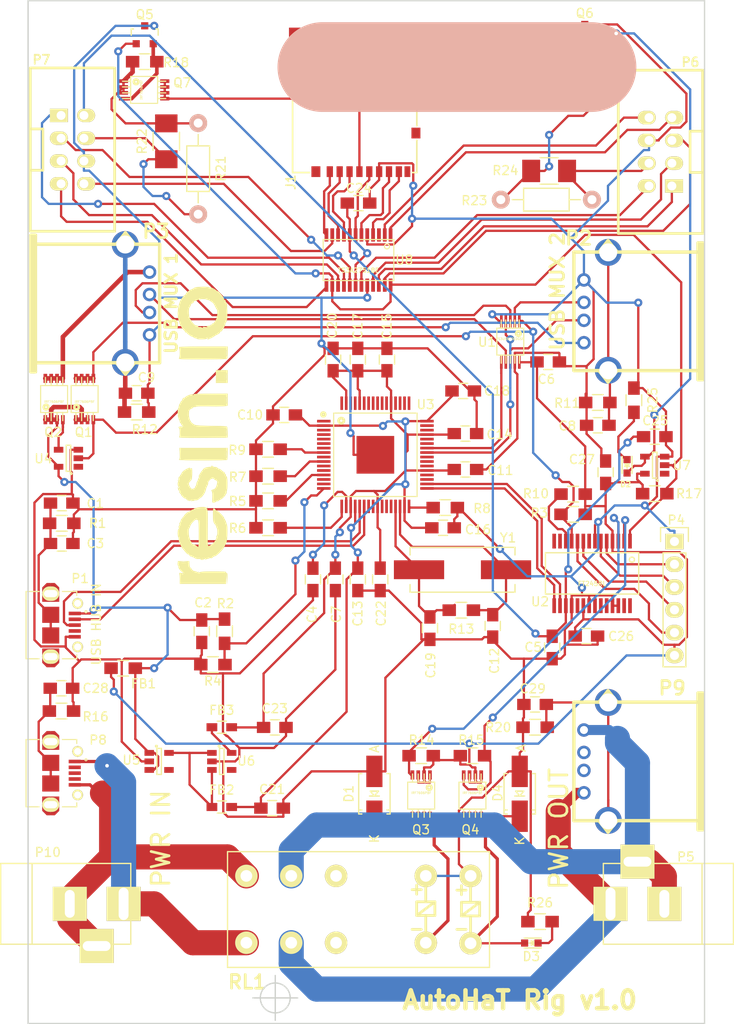
<source format=kicad_pcb>
(kicad_pcb (version 20171130) (host pcbnew "(5.1.12)-1")
  (title_block (title autohat-rig) (date 2016-12-12) (rev 1.0) (company Resin.io) (comment 1 "Author: Adam Malinowski <a.malinowsk2@partner.samsung.com> \\n        Tomás Villaseca <tomas@resin.io>") (comment 2 "Copyright (c) 2016 Samsung Electronics Co., Ltd All Rights Reserved"))
  (layers (0 Front signal) (31 Bottom signal) (34 B.Paste user hide) (35 F.Paste user hide) (36 B.SilkS user hide) (37 F.SilkS user hide) (38 B.Mask user hide) (39 F.Mask user hide) (44 Edge.Cuts user))
  (net 0 "")
  (net 1 GND)
  (net 2 VDD)
  (net 3 "Net-(D1-Pad1)")
  (net 4 "Net-(J1-Pad1)")
  (net 5 "Net-(J1-Pad2)")
  (net 6 "Net-(J1-Pad5)")
  (net 7 "Net-(J1-Pad7)")
  (net 8 "Net-(J1-Pad8)")
  (net 9 "Net-(P2-Pad1)")
  (net 10 /DAT1_DUT)
  (net 11 /DAT0_DUT)
  (net 12 /DAT2_DUT)
  (net 13 /DAT3_DUT)
  (net 14 /CMD_DUT)
  (net 15 /VDD_DUT)
  (net 16 /CLK_DUT)
  (net 17 /DAT1_TS)
  (net 18 /DAT0_TS)
  (net 19 /DAT2_TS)
  (net 20 /DAT3_TS)
  (net 21 /CMD_TS)
  (net 22 /VDD_TS)
  (net 23 /CLK_TS)
  (net 24 "Net-(P10-Pad2)")
  (net 25 "Net-(P10-Pad1)")
  (net 26 /POWER_SW_OFF)
  (net 27 /POWER_SW_ON)
  (net 28 /SOCKET_SEL)
  (net 29 "Net-(R5-Pad2)")
  (net 30 /USB_SEL)
  (net 31 +3V3)
  (net 32 "Net-(J1-Pad3)")
  (net 33 /USD_VDD)
  (net 34 "Net-(P3-Pad1)")
  (net 35 "Net-(C10-Pad1)")
  (net 36 "Net-(C11-Pad1)")
  (net 37 /USB_VBUS)
  (net 38 /XI)
  (net 39 /XO)
  (net 40 /1P1V)
  (net 41 /3P3V)
  (net 42 /USB_UP-)
  (net 43 /USB_UP+)
  (net 44 /USB_DN1+)
  (net 45 /USB_DN1-)
  (net 46 /USB_DN2+)
  (net 47 /USB_DN2-)
  (net 48 /USB_MUX1-)
  (net 49 /USB_MUX1+)
  (net 50 /USB_MUX2-)
  (net 51 /USB_MUX2+)
  (net 52 "Net-(C1-Pad1)")
  (net 53 "Net-(C4-Pad2)")
  (net 54 "Net-(C8-Pad1)")
  (net 55 "Net-(C9-Pad1)")
  (net 56 "Net-(C28-Pad1)")
  (net 57 "Net-(C29-Pad1)")
  (net 58 "Net-(P4-Pad2)")
  (net 59 "Net-(P5-Pad1)")
  (net 60 "Net-(P5-Pad2)")
  (net 61 "Net-(Q2-Pad4)")
  (net 62 "Net-(Q5-Pad2)")
  (net 63 "Net-(Q6-Pad2)")
  (net 64 "Net-(R2-Pad2)")
  (net 65 "Net-(R6-Pad2)")
  (net 66 "Net-(R7-Pad2)")
  (net 67 "Net-(R8-Pad2)")
  (net 68 "Net-(R9-Pad2)")
  (net 69 "Net-(R10-Pad2)")
  (net 70 "Net-(P1-Pad4)")
  (net 71 "Net-(P8-Pad2)")
  (net 72 "Net-(P8-Pad3)")
  (net 73 "Net-(P8-Pad4)")
  (net 74 "Net-(P9-Pad2)")
  (net 75 "Net-(P9-Pad3)")
  (net 76 "Net-(RL1-Pad8)")
  (net 77 "Net-(RL1-Pad3)")
  (net 78 "Net-(U2-Pad8)")
  (net 79 "Net-(U2-Pad19)")
  (net 80 "Net-(U2-Pad22)")
  (net 81 "Net-(U2-Pad23)")
  (net 82 "Net-(U2-Pad24)")
  (net 83 "Net-(U2-Pad27)")
  (net 84 "Net-(U2-Pad28)")
  (net 85 "Net-(U2-Pad13)")
  (net 86 "Net-(U2-Pad14)")
  (net 87 "Net-(U3-Pad1)")
  (net 88 "Net-(U3-Pad3)")
  (net 89 "Net-(U3-Pad4)")
  (net 90 "Net-(U3-Pad5)")
  (net 91 "Net-(U3-Pad6)")
  (net 92 "Net-(U3-Pad7)")
  (net 93 "Net-(U3-Pad9)")
  (net 94 "Net-(U3-Pad11)")
  (net 95 "Net-(U3-Pad12)")
  (net 96 "Net-(U3-Pad14)")
  (net 97 "Net-(U3-Pad15)")
  (net 98 "Net-(U3-Pad49)")
  (net 99 "Net-(U3-Pad50)")
  (net 100 "Net-(U3-Pad56)")
  (net 101 "Net-(U3-Pad57)")
  (net 102 "Net-(U3-Pad64)")
  (net 103 "Net-(U8-Pad3)")
  (net 104 "Net-(Q7-Pad1)")
  (net 105 "Net-(Q8-Pad1)")
  (net 106 "Net-(P4-Pad5)")
  (net 107 "Net-(P4-Pad3)")
  (net 108 "Net-(P4-Pad4)")
  (net 109 "Net-(D2-Pad2)")
  (net 110 "Net-(D2-Pad1)")
  (net 111 "Net-(D3-Pad2)")
  (net 112 "Net-(D3-Pad1)")
  (module Mounting_Holes:MountingHole_2.7mm_M2.5 (layer Front) (at 122 37)
    (fp_text reference REF**_4 hide)
    (fp_text value MountingHole_2.7mm_M2.5)
    (pad 1 np_thru_hole circle (at 0 0) (size 2.7 2.7) (drill 2.7) (layers *.Cu *.Mask))
  )
  (module Mounting_Holes:MountingHole_2.7mm_M2.5 (layer Front) (at 190 37)
    (fp_text reference REF**_3 hide)
    (fp_text value MountingHole_2.7mm_M2.5)
    (pad 1 np_thru_hole circle (at 0 0) (size 2.7 2.7) (drill 2.7) (layers *.Cu *.Mask))
  )
  (module Mounting_Holes:MountingHole_2.7mm_M2.5 (layer Front) (at 122 144)
    (fp_text reference REF**_2 hide)
    (fp_text value MountingHole_2.7mm_M2.5)
    (pad 1 np_thru_hole circle (at 0 0) (size 2.7 2.7) (drill 2.7) (layers *.Cu *.Mask))
  )
  (module TO_SOT_Packages_SMD:SOT-23-5 (layer Front) (at 188.05 85.3705 180)
    (fp_text reference U7 (at -3.00928 -0.02432) (layer F.SilkS))
    (fp_text value 74AHC1G14)
    (pad 1 smd rect (at -1.1 -0.95 180) (size 1.06 0.65) (layers Front F.Paste F.Mask))
    (pad 2 smd rect (at -1.1 0 180) (size 1.06 0.65) (layers Front F.Paste F.Mask) (net 28 /SOCKET_SEL))
    (pad 3 smd rect (at -1.1 0.95 180) (size 1.06 0.65) (layers Front F.Paste F.Mask) (net 1 GND))
    (pad 4 smd rect (at 1.1 0.95 180) (size 1.06 0.65) (layers Front F.Paste F.Mask) (net 109 "Net-(D2-Pad2)"))
    (pad 5 smd rect (at 1.1 -0.95 180) (size 1.06 0.65) (layers Front F.Paste F.Mask) (net 2 VDD))
  )
  (module Capacitors_SMD:C_0805_HandSoldering (layer Front) (at 188.05 82.1955)
    (fp_text reference C25 (at 0.06288 -1.77908) (layer F.SilkS))
    (fp_text value 100n)
    (pad 1 smd rect (at -1.25 0) (size 1.5 1.25) (layers Front F.Paste F.Mask) (net 31 +3V3))
    (pad 2 smd rect (at 1.25 0) (size 1.5 1.25) (layers Front F.Paste F.Mask) (net 1 GND))
  )
  (module Resistors_SMD:R_0805_HandSoldering (layer Front) (at 188.05 88.5455)
    (fp_text reference R17 (at 3.82208 -0.00108 180) (layer F.SilkS))
    (fp_text value 10K)
    (pad 1 smd rect (at -1.35 0) (size 1.5 1.3) (layers Front F.Paste F.Mask) (net 2 VDD))
    (pad 2 smd rect (at 1.35 0) (size 1.5 1.3) (layers Front F.Paste F.Mask) (net 28 /SOCKET_SEL))
  )
  (module footprints:msoic-8 (layer Front) (at 131.136 43.5457 270)
    (fp_text reference Q7 (at -0.797548 -4.24574) (layer F.SilkS))
    (fp_text value IRF7606PBF (at 0 0.29972 270) (layer F.SilkS) (effects (font (size 0.24892 0.24892) (thickness 0.0508))))
    (pad 1 smd rect (at -0.97536 2.30124 270) (size 0.40894 1.02108) (layers Front F.Paste F.Mask) (net 104 "Net-(Q7-Pad1)"))
    (pad 2 smd rect (at -0.32512 2.30124 270) (size 0.40894 1.02108) (layers Front F.Paste F.Mask) (net 104 "Net-(Q7-Pad1)"))
    (pad 3 smd rect (at 0.32512 2.30124 270) (size 0.40894 1.02108) (layers Front F.Paste F.Mask) (net 104 "Net-(Q7-Pad1)"))
    (pad 4 smd rect (at 0.97536 2.30124 270) (size 0.40894 1.02108) (layers Front F.Paste F.Mask) (net 62 "Net-(Q5-Pad2)"))
    (pad 5 smd rect (at 0.97536 -2.30124 270) (size 0.40894 1.02108) (layers Front F.Paste F.Mask) (net 33 /USD_VDD))
    (pad 6 smd rect (at 0.32512 -2.30124 270) (size 0.40894 1.02108) (layers Front F.Paste F.Mask) (net 33 /USD_VDD))
    (pad 7 smd rect (at -0.32512 -2.30124 270) (size 0.40894 1.02108) (layers Front F.Paste F.Mask) (net 33 /USD_VDD))
    (pad 8 smd rect (at -0.97536 -2.30124 270) (size 0.40894 1.02108) (layers Front F.Paste F.Mask) (net 33 /USD_VDD))
  )
  (module footprints:msoic-10 (layer Front) (at 171.95 71.6005 180)
    (fp_text reference U1 (at 2.6 -0.05 180) (layer F.SilkS))
    (fp_text value TS3USB30EDGSR (at 0 0.29972 180) (layer F.SilkS) (effects (font (size 0.24892 0.24892) (thickness 0.0508))))
    (pad 1 smd rect (at -1.00076 2.30124 180) (size 0.29972 1.45) (layers Front F.Paste F.Mask) (net 30 /USB_SEL))
    (pad 2 smd rect (at -0.50038 2.30124 180) (size 0.29972 1.45) (layers Front F.Paste F.Mask) (net 49 /USB_MUX1+))
    (pad 3 smd rect (at 0 2.30124 180) (size 0.29972 1.45) (layers Front F.Paste F.Mask) (net 51 /USB_MUX2+))
    (pad 4 smd rect (at 0.50038 2.30124 180) (size 0.29972 1.45) (layers Front F.Paste F.Mask) (net 46 /USB_DN2+))
    (pad 5 smd rect (at 1.00076 2.30124 180) (size 0.29972 1.45) (layers Front F.Paste F.Mask) (net 1 GND))
    (pad 6 smd rect (at 1.00076 -2.30124 180) (size 0.29972 1.45) (layers Front F.Paste F.Mask) (net 47 /USB_DN2-))
    (pad 7 smd rect (at 0.50038 -2.30124 180) (size 0.29972 1.45) (layers Front F.Paste F.Mask) (net 50 /USB_MUX2-))
    (pad 8 smd rect (at 0 -2.30124 180) (size 0.29972 1.45) (layers Front F.Paste F.Mask) (net 48 /USB_MUX1-))
    (pad 9 smd rect (at -0.50038 -2.30124 180) (size 0.29972 1.45) (layers Front F.Paste F.Mask) (net 1 GND))
    (pad 10 smd rect (at -1.00076 -2.30124 180) (size 0.29972 1.45) (layers Front F.Paste F.Mask) (net 2 VDD))
  )
  (module footprints:tssop-24 (layer Front) (at 155.03 62.5105 180)
    (fp_text reference U8 (at -5.09952 -0.00048 180) (layer F.SilkS))
    (fp_text value TS3A27518E (at 0 -1.143 180) (layer F.SilkS) (effects (font (size 0.50038 0.50038) (thickness 0.09906))))
    (pad 6 smd rect (at -0.32512 2.79908 180) (size 0.4191 1.47066) (layers Front F.Paste F.Mask) (net 7 "Net-(J1-Pad7)"))
    (pad 7 smd rect (at 0.32512 2.79908 180) (size 0.4191 1.47066) (layers Front F.Paste F.Mask) (net 6 "Net-(J1-Pad5)"))
    (pad 8 smd rect (at 0.97536 2.79908 180) (size 0.4191 1.47066) (layers Front F.Paste F.Mask) (net 31 +3V3))
    (pad 9 smd rect (at 1.6256 2.79908 180) (size 0.4191 1.47066) (layers Front F.Paste F.Mask) (net 32 "Net-(J1-Pad3)"))
    (pad 22 smd rect (at -2.26568 -2.794 180) (size 0.4191 1.47066) (layers Front F.Paste F.Mask) (net 12 /DAT2_DUT))
    (pad 3 smd rect (at -2.27584 2.79908 180) (size 0.4191 1.47066) (layers Front F.Paste F.Mask) (net 103 "Net-(U8-Pad3)"))
    (pad 4 smd rect (at -1.6256 2.79908 180) (size 0.4191 1.47066) (layers Front F.Paste F.Mask) (net 8 "Net-(J1-Pad8)"))
    (pad 5 smd rect (at -0.97536 2.79908 180) (size 0.4191 1.47066) (layers Front F.Paste F.Mask) (net 1 GND))
    (pad 15 smd rect (at 2.27584 -2.79908 180) (size 0.4191 1.47066) (layers Front F.Paste F.Mask) (net 23 /CLK_TS))
    (pad 16 smd rect (at 1.6256 -2.79908 180) (size 0.4191 1.47066) (layers Front F.Paste F.Mask) (net 19 /DAT2_TS))
    (pad 17 smd rect (at 0.97536 -2.79908 180) (size 0.4191 1.47066) (layers Front F.Paste F.Mask) (net 21 /CMD_TS))
    (pad 18 smd rect (at 0.32512 -2.79908 180) (size 0.4191 1.47066) (layers Front F.Paste F.Mask) (net 20 /DAT3_TS))
    (pad 19 smd rect (at -0.32512 -2.79908 180) (size 0.4191 1.47066) (layers Front F.Paste F.Mask) (net 13 /DAT3_DUT))
    (pad 20 smd rect (at -0.97536 -2.79908 180) (size 0.4191 1.47066) (layers Front F.Paste F.Mask) (net 1 GND))
    (pad 10 smd rect (at 2.27584 2.79908 180) (size 0.4191 1.47066) (layers Front F.Paste F.Mask) (net 5 "Net-(J1-Pad2)"))
    (pad 21 smd rect (at -1.6256 -2.794 180) (size 0.4191 1.47066) (layers Front F.Paste F.Mask) (net 14 /CMD_DUT))
    (pad 2 smd rect (at -2.92608 2.79908 180) (size 0.4191 1.47066) (layers Front F.Paste F.Mask) (net 10 /DAT1_DUT))
    (pad 11 smd rect (at 2.92608 2.79908 180) (size 0.4191 1.47066) (layers Front F.Paste F.Mask) (net 17 /DAT1_TS))
    (pad 14 smd rect (at 2.92608 -2.79908 180) (size 0.4191 1.47066) (layers Front F.Paste F.Mask) (net 28 /SOCKET_SEL))
    (pad 23 smd rect (at -2.92608 -2.79908 180) (size 0.4191 1.47066) (layers Front F.Paste F.Mask) (net 16 /CLK_DUT))
    (pad 1 smd rect (at -3.57378 2.79908 180) (size 0.4191 1.47066) (layers Front F.Paste F.Mask) (net 11 /DAT0_DUT))
    (pad 12 smd rect (at 3.57378 2.79908 180) (size 0.4191 1.47066) (layers Front F.Paste F.Mask) (net 4 "Net-(J1-Pad1)"))
    (pad 13 smd rect (at 3.57378 -2.79908 180) (size 0.4191 1.47066) (layers Front F.Paste F.Mask) (net 18 /DAT0_TS))
    (pad 24 smd rect (at -3.57378 -2.79908 180) (size 0.4191 1.47066) (layers Front F.Paste F.Mask) (net 28 /SOCKET_SEL))
  )
  (module Capacitors_SMD:C_0805_HandSoldering (layer Front) (at 137.56 103.88 270)
    (fp_text reference C2 (at -3.18 -0.14) (layer F.SilkS))
    (fp_text value 10u)
    (pad 1 smd rect (at -1.25 0 270) (size 1.5 1.25) (layers Front F.Paste F.Mask) (net 37 /USB_VBUS))
    (pad 2 smd rect (at 1.25 0 270) (size 1.5 1.25) (layers Front F.Paste F.Mask) (net 1 GND))
  )
  (module Capacitors_SMD:C_0805_HandSoldering (layer Front) (at 176.62 105.69 270)
    (fp_text reference C5 (at -0.02648 2.12152) (layer F.SilkS))
    (fp_text value 100n)
    (pad 1 smd rect (at -1.25 0 270) (size 1.5 1.25) (layers Front F.Paste F.Mask) (net 31 +3V3))
    (pad 2 smd rect (at 1.25 0 270) (size 1.5 1.25) (layers Front F.Paste F.Mask) (net 1 GND))
  )
  (module Capacitors_SMD:C_0805_HandSoldering (layer Front) (at 181.7 80.9255 180)
    (fp_text reference C8 (at 3.39152 -0.07512) (layer F.SilkS))
    (fp_text value 27p)
    (pad 1 smd rect (at -1.25 0 180) (size 1.5 1.25) (layers Front F.Paste F.Mask) (net 54 "Net-(C8-Pad1)"))
    (pad 2 smd rect (at 1.25 0 180) (size 1.5 1.25) (layers Front F.Paste F.Mask) (net 1 GND))
  )
  (module Capacitors_SMD:C_0805_HandSoldering (layer Front) (at 130.3 77.351)
    (fp_text reference C9 (at 1.1 -1.75096 180) (layer F.SilkS))
    (fp_text value 27p)
    (pad 1 smd rect (at -1.25 0) (size 1.5 1.25) (layers Front F.Paste F.Mask) (net 55 "Net-(C9-Pad1)"))
    (pad 2 smd rect (at 1.25 0) (size 1.5 1.25) (layers Front F.Paste F.Mask) (net 1 GND))
  )
  (module Capacitors_SMD:C_0805_HandSoldering (layer Front) (at 155.03 56.1605)
    (fp_text reference C24 (at 0.05 -1.65) (layer F.SilkS))
    (fp_text value 100n)
    (pad 1 smd rect (at -1.25 0) (size 1.5 1.25) (layers Front F.Paste F.Mask) (net 31 +3V3))
    (pad 2 smd rect (at 1.25 0) (size 1.5 1.25) (layers Front F.Paste F.Mask) (net 1 GND))
  )
  (module Capacitors_SMD:C_0805_HandSoldering (layer Front) (at 180.43 104.42)
    (fp_text reference C26 (at 3.87288 0.02432) (layer F.SilkS))
    (fp_text value 100n)
    (pad 1 smd rect (at -1.25 0) (size 1.5 1.25) (layers Front F.Paste F.Mask) (net 2 VDD))
    (pad 2 smd rect (at 1.25 0) (size 1.5 1.25) (layers Front F.Paste F.Mask) (net 1 GND))
  )
  (module Capacitors_SMD:C_0805_HandSoldering (layer Front) (at 182.575 86.1568 90)
    (fp_text reference C27 (at 1.4224 -2.6416 180) (layer F.SilkS))
    (fp_text value 4.7u)
    (pad 1 smd rect (at -1.25 0 90) (size 1.5 1.25) (layers Front F.Paste F.Mask) (net 2 VDD))
    (pad 2 smd rect (at 1.25 0 90) (size 1.5 1.25) (layers Front F.Paste F.Mask) (net 1 GND))
  )
  (module Resistors_SMD:R_0805_HandSoldering (layer Front) (at 128.8 108)
    (fp_text reference FB1 (at 2.26448 1.72752 180) (layer F.SilkS))
    (fp_text value MI0805K400R-10)
    (pad 1 smd rect (at -1.35 0) (size 1.5 1.3) (layers Front F.Paste F.Mask) (net 2 VDD))
    (pad 2 smd rect (at 1.35 0) (size 1.5 1.3) (layers Front F.Paste F.Mask) (net 37 /USB_VBUS))
  )
  (module footprints:msoic-8 (layer Front) (at 162.015 122.2 180)
    (fp_text reference Q3 (at 0.01452 -3.79952 180) (layer F.SilkS))
    (fp_text value IRF7606PBF (at 0 0.29972 180) (layer F.SilkS) (effects (font (size 0.24892 0.24892) (thickness 0.0508))))
    (pad 1 smd rect (at -0.97536 2.30124 180) (size 0.40894 1.02108) (layers Front F.Paste F.Mask) (net 2 VDD))
    (pad 2 smd rect (at -0.32512 2.30124 180) (size 0.40894 1.02108) (layers Front F.Paste F.Mask) (net 2 VDD))
    (pad 3 smd rect (at 0.32512 2.30124 180) (size 0.40894 1.02108) (layers Front F.Paste F.Mask) (net 2 VDD))
    (pad 4 smd rect (at 0.97536 2.30124 180) (size 0.40894 1.02108) (layers Front F.Paste F.Mask) (net 26 /POWER_SW_OFF))
    (pad 5 smd rect (at 0.97536 -2.30124 180) (size 0.40894 1.02108) (layers Front F.Paste F.Mask) (net 3 "Net-(D1-Pad1)"))
    (pad 6 smd rect (at 0.32512 -2.30124 180) (size 0.40894 1.02108) (layers Front F.Paste F.Mask) (net 3 "Net-(D1-Pad1)"))
    (pad 7 smd rect (at -0.32512 -2.30124 180) (size 0.40894 1.02108) (layers Front F.Paste F.Mask) (net 3 "Net-(D1-Pad1)"))
    (pad 8 smd rect (at -0.97536 -2.30124 180) (size 0.40894 1.02108) (layers Front F.Paste F.Mask) (net 3 "Net-(D1-Pad1)"))
  )
  (module footprints:msoic-8 (layer Front) (at 167.73 122.2 180)
    (fp_text reference Q4 (at 0.22952 -3.79952 180) (layer F.SilkS))
    (fp_text value IRF7606PBF (at 0 0.29972 180) (layer F.SilkS) (effects (font (size 0.24892 0.24892) (thickness 0.0508))))
    (pad 1 smd rect (at -0.97536 2.30124 180) (size 0.40894 1.02108) (layers Front F.Paste F.Mask) (net 2 VDD))
    (pad 2 smd rect (at -0.32512 2.30124 180) (size 0.40894 1.02108) (layers Front F.Paste F.Mask) (net 2 VDD))
    (pad 3 smd rect (at 0.32512 2.30124 180) (size 0.40894 1.02108) (layers Front F.Paste F.Mask) (net 2 VDD))
    (pad 4 smd rect (at 0.97536 2.30124 180) (size 0.40894 1.02108) (layers Front F.Paste F.Mask) (net 27 /POWER_SW_ON))
    (pad 5 smd rect (at 0.97536 -2.30124 180) (size 0.40894 1.02108) (layers Front F.Paste F.Mask) (net 111 "Net-(D3-Pad2)"))
    (pad 6 smd rect (at 0.32512 -2.30124 180) (size 0.40894 1.02108) (layers Front F.Paste F.Mask) (net 111 "Net-(D3-Pad2)"))
    (pad 7 smd rect (at -0.32512 -2.30124 180) (size 0.40894 1.02108) (layers Front F.Paste F.Mask) (net 111 "Net-(D3-Pad2)"))
    (pad 8 smd rect (at -0.97536 -2.30124 180) (size 0.40894 1.02108) (layers Front F.Paste F.Mask) (net 111 "Net-(D3-Pad2)"))
  )
  (module footprints:msoic-8 (layer Front) (at 179.16 44.0955 90)
    (fp_text reference Q8 (at 0.61068 -4.15352 180) (layer F.SilkS))
    (fp_text value IRF7606PBF (at 0 0.29972 90) (layer F.SilkS) (effects (font (size 0.24892 0.24892) (thickness 0.0508))))
    (pad 1 smd rect (at -0.97536 2.30124 90) (size 0.40894 1.02108) (layers Front F.Paste F.Mask) (net 105 "Net-(Q8-Pad1)"))
    (pad 2 smd rect (at -0.32512 2.30124 90) (size 0.40894 1.02108) (layers Front F.Paste F.Mask) (net 105 "Net-(Q8-Pad1)"))
    (pad 3 smd rect (at 0.32512 2.30124 90) (size 0.40894 1.02108) (layers Front F.Paste F.Mask) (net 105 "Net-(Q8-Pad1)"))
    (pad 4 smd rect (at 0.97536 2.30124 90) (size 0.40894 1.02108) (layers Front F.Paste F.Mask) (net 63 "Net-(Q6-Pad2)"))
    (pad 5 smd rect (at 0.97536 -2.30124 90) (size 0.40894 1.02108) (layers Front F.Paste F.Mask) (net 33 /USD_VDD))
    (pad 6 smd rect (at 0.32512 -2.30124 90) (size 0.40894 1.02108) (layers Front F.Paste F.Mask) (net 33 /USD_VDD))
    (pad 7 smd rect (at -0.32512 -2.30124 90) (size 0.40894 1.02108) (layers Front F.Paste F.Mask) (net 33 /USD_VDD))
    (pad 8 smd rect (at -0.97536 -2.30124 90) (size 0.40894 1.02108) (layers Front F.Paste F.Mask) (net 33 /USD_VDD))
  )
  (module Resistors_SMD:R_0805_HandSoldering (layer Front) (at 140.1 103.88 270)
    (fp_text reference R2 (at -3.08 -0.1) (layer F.SilkS))
    (fp_text value 90.9K)
    (pad 1 smd rect (at -1.35 0 270) (size 1.5 1.3) (layers Front F.Paste F.Mask) (net 37 /USB_VBUS))
    (pad 2 smd rect (at 1.35 0 270) (size 1.5 1.3) (layers Front F.Paste F.Mask) (net 64 "Net-(R2-Pad2)"))
  )
  (module Resistors_SMD:R_0805_HandSoldering (layer Front) (at 181.7 78.3855 180)
    (fp_text reference R11 (at 3.41692 -0.07512) (layer F.SilkS))
    (fp_text value 4.7K)
    (pad 1 smd rect (at -1.35 0 180) (size 1.5 1.3) (layers Front F.Paste F.Mask) (net 54 "Net-(C8-Pad1)"))
    (pad 2 smd rect (at 1.35 0 180) (size 1.5 1.3) (layers Front F.Paste F.Mask) (net 1 GND))
  )
  (module Resistors_SMD:R_0805_HandSoldering (layer Front) (at 130.3 79.451)
    (fp_text reference R12 (at 0.9 1.94904 180) (layer F.SilkS))
    (fp_text value 4.7K)
    (pad 1 smd rect (at -1.35 0) (size 1.5 1.3) (layers Front F.Paste F.Mask) (net 55 "Net-(C9-Pad1)"))
    (pad 2 smd rect (at 1.35 0) (size 1.5 1.3) (layers Front F.Paste F.Mask) (net 1 GND))
  )
  (module Resistors_SMD:R_0805_HandSoldering (layer Front) (at 178.95 88.6005 180)
    (fp_text reference R10 (at 4.14672 0.05608) (layer F.SilkS))
    (fp_text value 10K)
    (pad 1 smd rect (at -1.35 0 180) (size 1.5 1.3) (layers Front F.Paste F.Mask) (net 2 VDD))
    (pad 2 smd rect (at 1.35 0 180) (size 1.5 1.3) (layers Front F.Paste F.Mask) (net 69 "Net-(R10-Pad2)"))
  )
  (module Resistors_SMD:R_0805_HandSoldering (layer Front) (at 162.015 117.755 180)
    (fp_text reference R14 (at -0.05 1.75 180) (layer F.SilkS))
    (fp_text value 10K)
    (pad 1 smd rect (at -1.35 0 180) (size 1.5 1.3) (layers Front F.Paste F.Mask) (net 2 VDD))
    (pad 2 smd rect (at 1.35 0 180) (size 1.5 1.3) (layers Front F.Paste F.Mask) (net 26 /POWER_SW_OFF))
  )
  (module Resistors_SMD:R_0805_HandSoldering (layer Front) (at 167.73 117.755)
    (fp_text reference R15 (at -0.12952 -1.75548) (layer F.SilkS))
    (fp_text value 10K)
    (pad 1 smd rect (at -1.35 0) (size 1.5 1.3) (layers Front F.Paste F.Mask) (net 2 VDD))
    (pad 2 smd rect (at 1.35 0) (size 1.5 1.3) (layers Front F.Paste F.Mask) (net 27 /POWER_SW_ON))
  )
  (module footprints:G2RK-2 (layer Front) (at 155.03 134.9 180)
    (fp_text reference RL1 (at 12.40852 -8.07612 180) (layer F.SilkS) (effects (font (size 1.524 1.524) (thickness 0.3048))))
    (fp_text value G2RK-2-DC5 hide)
    (pad 10 thru_hole circle (at -12.5 3.75 180) (size 2.5 2.5) (drill 1.3) (layers *.Cu *.Mask F.SilkS) (net 1 GND))
    (pad 8 thru_hole circle (at 2.5 3.75 180) (size 2.5 2.5) (drill 1.3) (layers *.Cu *.Mask F.SilkS) (net 76 "Net-(RL1-Pad8)"))
    (pad 7 thru_hole circle (at 7.5 3.75 180) (size 2.5 2.5) (drill 1.3) (layers *.Cu *.Mask F.SilkS) (net 60 "Net-(P5-Pad2)"))
    (pad 6 thru_hole circle (at 12.5 3.75 180) (size 2.5 2.5) (drill 1.3) (layers *.Cu *.Mask F.SilkS) (net 24 "Net-(P10-Pad2)"))
    (pad 5 thru_hole circle (at 12.5 -3.7 180) (size 2.5 2.5) (drill 1.3) (layers *.Cu *.Mask F.SilkS) (net 25 "Net-(P10-Pad1)"))
    (pad 4 thru_hole circle (at 7.5 -3.7 180) (size 2.5 2.5) (drill 1.3) (layers *.Cu *.Mask F.SilkS) (net 59 "Net-(P5-Pad1)"))
    (pad 3 thru_hole circle (at 2.5 -3.7 180) (size 2.5 2.5) (drill 1.3) (layers *.Cu *.Mask F.SilkS) (net 77 "Net-(RL1-Pad3)"))
    (pad 1 thru_hole circle (at -12.49 -3.76 180) (size 2.5 2.5) (drill 1.3) (layers *.Cu *.Mask F.SilkS) (net 111 "Net-(D3-Pad2)"))
    (pad 9 thru_hole circle (at -7.5 3.75 180) (size 2.5 2.5) (drill 1.3) (layers *.Cu *.Mask F.SilkS) (net 1 GND))
    (pad 2 thru_hole circle (at -7.5 -3.7 180) (size 2.5 2.5) (drill 1.3) (layers *.Cu *.Mask F.SilkS) (net 3 "Net-(D1-Pad1)"))
  )
  (module footprints:ssop-28 (layer Front) (at 181.065 97.4355 180)
    (fp_text reference U2 (at 5.80452 -3.14852 180) (layer F.SilkS))
    (fp_text value FT245RL (at 0 -1.143 180) (layer F.SilkS) (effects (font (size 0.50038 0.50038) (thickness 0.09906))))
    (pad 7 smd rect (at -0.32512 3.59918 180) (size 0.4064 1.651) (layers Front F.Paste F.Mask) (net 1 GND))
    (pad 8 smd rect (at 0.32512 3.59918 180) (size 0.4064 1.651) (layers Front F.Paste F.Mask) (net 78 "Net-(U2-Pad8)"))
    (pad 9 smd rect (at 0.97536 3.59918 180) (size 0.4064 1.651) (layers Front F.Paste F.Mask) (net 108 "Net-(P4-Pad4)"))
    (pad 10 smd rect (at 1.6256 3.59918 180) (size 0.4064 1.651) (layers Front F.Paste F.Mask) (net 106 "Net-(P4-Pad5)"))
    (pad 25 smd rect (at -2.27584 -3.59918 180) (size 0.4064 1.651) (layers Front F.Paste F.Mask) (net 1 GND))
    (pad 4 smd rect (at -2.27584 3.59918 180) (size 0.4064 1.651) (layers Front F.Paste F.Mask) (net 2 VDD))
    (pad 5 smd rect (at -1.6256 3.59918 180) (size 0.4064 1.651) (layers Front F.Paste F.Mask) (net 58 "Net-(P4-Pad2)"))
    (pad 6 smd rect (at -0.97536 3.59918 180) (size 0.4064 1.651) (layers Front F.Paste F.Mask) (net 107 "Net-(P4-Pad3)"))
    (pad 18 smd rect (at 2.27584 -3.59918 180) (size 0.4064 1.651) (layers Front F.Paste F.Mask) (net 1 GND))
    (pad 19 smd rect (at 1.6256 -3.59918 180) (size 0.4064 1.651) (layers Front F.Paste F.Mask) (net 79 "Net-(U2-Pad19)"))
    (pad 20 smd rect (at 0.97536 -3.59918 180) (size 0.4064 1.651) (layers Front F.Paste F.Mask) (net 2 VDD))
    (pad 21 smd rect (at 0.32512 -3.59918 180) (size 0.4064 1.651) (layers Front F.Paste F.Mask) (net 1 GND))
    (pad 22 smd rect (at -0.32512 -3.59918 180) (size 0.4064 1.651) (layers Front F.Paste F.Mask) (net 80 "Net-(U2-Pad22)"))
    (pad 23 smd rect (at -0.97536 -3.59918 180) (size 0.4064 1.651) (layers Front F.Paste F.Mask) (net 81 "Net-(U2-Pad23)"))
    (pad 11 smd rect (at 2.27584 3.59918 180) (size 0.4064 1.651) (layers Front F.Paste F.Mask) (net 30 /USB_SEL))
    (pad 24 smd rect (at -1.6256 -3.59918 180) (size 0.4064 1.651) (layers Front F.Paste F.Mask) (net 82 "Net-(U2-Pad24)"))
    (pad 26 smd rect (at -2.92608 -3.59918 180) (size 0.4064 1.651) (layers Front F.Paste F.Mask) (net 1 GND))
    (pad 27 smd rect (at -3.57378 -3.59918 180) (size 0.4064 1.651) (layers Front F.Paste F.Mask) (net 83 "Net-(U2-Pad27)"))
    (pad 28 smd rect (at -4.22402 -3.59918 180) (size 0.4064 1.651) (layers Front F.Paste F.Mask) (net 84 "Net-(U2-Pad28)"))
    (pad 1 smd rect (at -4.22402 3.59918 180) (size 0.4064 1.651) (layers Front F.Paste F.Mask) (net 28 /SOCKET_SEL))
    (pad 2 smd rect (at -3.57378 3.59918 180) (size 0.4064 1.651) (layers Front F.Paste F.Mask) (net 27 /POWER_SW_ON))
    (pad 3 smd rect (at -2.92608 3.59918 180) (size 0.4064 1.651) (layers Front F.Paste F.Mask) (net 26 /POWER_SW_OFF))
    (pad 12 smd rect (at 2.92608 3.59918 180) (size 0.4064 1.651) (layers Front F.Paste F.Mask) (net 69 "Net-(R10-Pad2)"))
    (pad 13 smd rect (at 3.57378 3.59918 180) (size 0.4064 1.651) (layers Front F.Paste F.Mask) (net 85 "Net-(U2-Pad13)"))
    (pad 14 smd rect (at 4.22402 3.59918 180) (size 0.4064 1.651) (layers Front F.Paste F.Mask) (net 86 "Net-(U2-Pad14)"))
    (pad 15 smd rect (at 4.22402 -3.59918 180) (size 0.4064 1.651) (layers Front F.Paste F.Mask) (net 44 /USB_DN1+))
    (pad 16 smd rect (at 3.57378 -3.59918 180) (size 0.4064 1.651) (layers Front F.Paste F.Mask) (net 45 /USB_DN1-))
    (pad 17 smd rect (at 2.92608 -3.59918 180) (size 0.4064 1.651) (layers Front F.Paste F.Mask) (net 31 +3V3))
  )
  (module TO_SOT_Packages_SMD:SOT-23 (layer Front) (at 131.2 37.4005)
    (fp_text reference Q5 (at 0 -2.25) (layer F.SilkS))
    (fp_text value 2N7002)
    (pad 1 smd rect (at -0.95 1.00076) (size 0.8001 0.8001) (layers Front F.Paste F.Mask) (net 28 /SOCKET_SEL))
    (pad 2 smd rect (at 0.95 1.00076) (size 0.8001 0.8001) (layers Front F.Paste F.Mask) (net 62 "Net-(Q5-Pad2)"))
    (pad 3 smd rect (at 0 -0.99822) (size 0.8001 0.8001) (layers Front F.Paste F.Mask) (net 1 GND))
  )
  (module TO_SOT_Packages_SMD:SOT-23 (layer Front) (at 180.25 37.25)
    (fp_text reference Q6 (at 0 -2.25) (layer F.SilkS))
    (fp_text value 2N7002)
    (pad 1 smd rect (at -0.95 1.00076) (size 0.8001 0.8001) (layers Front F.Paste F.Mask) (net 109 "Net-(D2-Pad2)"))
    (pad 2 smd rect (at 0.95 1.00076) (size 0.8001 0.8001) (layers Front F.Paste F.Mask) (net 63 "Net-(Q6-Pad2)"))
    (pad 3 smd rect (at 0 -0.99822) (size 0.8001 0.8001) (layers Front F.Paste F.Mask) (net 1 GND))
  )
  (module Resistors_SMD:R_0805_HandSoldering (layer Front) (at 131.2 40.4005)
    (fp_text reference R18 (at 3.5 0.1) (layer F.SilkS))
    (fp_text value 10K)
    (pad 1 smd rect (at -1.35 0) (size 1.5 1.3) (layers Front F.Paste F.Mask) (net 104 "Net-(Q7-Pad1)"))
    (pad 2 smd rect (at 1.35 0) (size 1.5 1.3) (layers Front F.Paste F.Mask) (net 62 "Net-(Q5-Pad2)"))
  )
  (module Resistors_SMD:R_0805_HandSoldering (layer Front) (at 181.25 40.5 180)
    (fp_text reference R19 (at 4.1612 0.0632 180) (layer F.SilkS))
    (fp_text value 10K)
    (pad 1 smd rect (at -1.35 0 180) (size 1.5 1.3) (layers Front F.Paste F.Mask) (net 105 "Net-(Q8-Pad1)"))
    (pad 2 smd rect (at 1.35 0 180) (size 1.5 1.3) (layers Front F.Paste F.Mask) (net 63 "Net-(Q6-Pad2)"))
  )
  (module footprints:msoic-8 (layer Front) (at 124.5 78.0005)
    (fp_text reference Q1 (at -0.1 3.7) (layer F.SilkS))
    (fp_text value IRF7606PBF (at 0 0.29972) (layer F.SilkS) (effects (font (size 0.24892 0.24892) (thickness 0.0508))))
    (pad 1 smd rect (at -0.97536 2.30124) (size 0.40894 1.02108) (layers Front F.Paste F.Mask) (net 37 /USB_VBUS))
    (pad 2 smd rect (at -0.32512 2.30124) (size 0.40894 1.02108) (layers Front F.Paste F.Mask) (net 37 /USB_VBUS))
    (pad 3 smd rect (at 0.32512 2.30124) (size 0.40894 1.02108) (layers Front F.Paste F.Mask) (net 37 /USB_VBUS))
    (pad 4 smd rect (at 0.97536 2.30124) (size 0.40894 1.02108) (layers Front F.Paste F.Mask) (net 30 /USB_SEL))
    (pad 5 smd rect (at 0.97536 -2.30124) (size 0.40894 1.02108) (layers Front F.Paste F.Mask) (net 9 "Net-(P2-Pad1)"))
    (pad 6 smd rect (at 0.32512 -2.30124) (size 0.40894 1.02108) (layers Front F.Paste F.Mask) (net 9 "Net-(P2-Pad1)"))
    (pad 7 smd rect (at -0.32512 -2.30124) (size 0.40894 1.02108) (layers Front F.Paste F.Mask) (net 9 "Net-(P2-Pad1)"))
    (pad 8 smd rect (at -0.97536 -2.30124) (size 0.40894 1.02108) (layers Front F.Paste F.Mask) (net 9 "Net-(P2-Pad1)"))
  )
  (module footprints:msoic-8 (layer Front) (at 121.1 78.0005)
    (fp_text reference Q2 (at -0.1 3.7) (layer F.SilkS))
    (fp_text value IRF7606PBF (at 0 0.29972) (layer F.SilkS) (effects (font (size 0.24892 0.24892) (thickness 0.0508))))
    (pad 1 smd rect (at -0.97536 2.30124) (size 0.40894 1.02108) (layers Front F.Paste F.Mask) (net 37 /USB_VBUS))
    (pad 2 smd rect (at -0.32512 2.30124) (size 0.40894 1.02108) (layers Front F.Paste F.Mask) (net 37 /USB_VBUS))
    (pad 3 smd rect (at 0.32512 2.30124) (size 0.40894 1.02108) (layers Front F.Paste F.Mask) (net 37 /USB_VBUS))
    (pad 4 smd rect (at 0.97536 2.30124) (size 0.40894 1.02108) (layers Front F.Paste F.Mask) (net 61 "Net-(Q2-Pad4)"))
    (pad 5 smd rect (at 0.97536 -2.30124) (size 0.40894 1.02108) (layers Front F.Paste F.Mask) (net 34 "Net-(P3-Pad1)"))
    (pad 6 smd rect (at 0.32512 -2.30124) (size 0.40894 1.02108) (layers Front F.Paste F.Mask) (net 34 "Net-(P3-Pad1)"))
    (pad 7 smd rect (at -0.32512 -2.30124) (size 0.40894 1.02108) (layers Front F.Paste F.Mask) (net 34 "Net-(P3-Pad1)"))
    (pad 8 smd rect (at -0.97536 -2.30124) (size 0.40894 1.02108) (layers Front F.Paste F.Mask) (net 34 "Net-(P3-Pad1)"))
  )
  (module Resistors_SMD:R_0805_HandSoldering (layer Front) (at 178.95 90.8505 180)
    (fp_text reference R3 (at 3.76572 0.14708 180) (layer F.SilkS))
    (fp_text value 10K)
    (pad 1 smd rect (at -1.35 0 180) (size 1.5 1.3) (layers Front F.Paste F.Mask) (net 2 VDD))
    (pad 2 smd rect (at 1.35 0 180) (size 1.5 1.3) (layers Front F.Paste F.Mask) (net 30 /USB_SEL))
  )
  (module TO_SOT_Packages_SMD:SOT-23-5 (layer Front) (at 122.7 84.6005 180)
    (fp_text reference U4 (at 2.8 -0.05 180) (layer F.SilkS))
    (fp_text value 74AHC1G14)
    (pad 1 smd rect (at -1.1 -0.95 180) (size 1.06 0.65) (layers Front F.Paste F.Mask))
    (pad 2 smd rect (at -1.1 0 180) (size 1.06 0.65) (layers Front F.Paste F.Mask) (net 30 /USB_SEL))
    (pad 3 smd rect (at -1.1 0.95 180) (size 1.06 0.65) (layers Front F.Paste F.Mask) (net 1 GND))
    (pad 4 smd rect (at 1.1 0.95 180) (size 1.06 0.65) (layers Front F.Paste F.Mask) (net 61 "Net-(Q2-Pad4)"))
    (pad 5 smd rect (at 1.1 -0.95 180) (size 1.06 0.65) (layers Front F.Paste F.Mask) (net 37 /USB_VBUS))
  )
  (module Capacitors_SMD:C_0805_HandSoldering (layer Front) (at 121.92 110.236)
    (fp_text reference C28 (at 3.81 0) (layer F.SilkS))
    (fp_text value 27p)
    (pad 1 smd rect (at -1.25 0) (size 1.5 1.25) (layers Front F.Paste F.Mask) (net 56 "Net-(C28-Pad1)"))
    (pad 2 smd rect (at 1.25 0) (size 1.5 1.25) (layers Front F.Paste F.Mask) (net 1 GND))
  )
  (module Capacitors_SMD:C_0805_HandSoldering (layer Front) (at 174.715 112.04 180)
    (fp_text reference C29 (at 0.26732 1.75368 180) (layer F.SilkS))
    (fp_text value 27p)
    (pad 1 smd rect (at -1.25 0 180) (size 1.5 1.25) (layers Front F.Paste F.Mask) (net 57 "Net-(C29-Pad1)"))
    (pad 2 smd rect (at 1.25 0 180) (size 1.5 1.25) (layers Front F.Paste F.Mask) (net 1 GND))
  )
  (module footprints:HIROSE-MICROSD-DM3AT-SF (layer Front) (at 155.03 35.2055 180)
    (fp_text reference J1 (at 8.128 -17.653 270) (layer F.SilkS) (effects (font (thickness 0.18)) (justify right top)))
    (fp_text value USDCARD hide)
    (pad SH smd rect (at 7.1 -2.35 180) (size 1.3 1.9) (layers Front F.Paste F.Mask) (clearance 0.254))
    (pad SH smd rect (at -6.4 -2.8 180) (size 1 2.8) (layers Front F.Paste F.Mask) (clearance 0.254))
    (pad 1 smd rect (at 3.2 -17.45 180) (size 0.7 1.2) (layers Front F.Paste F.Mask) (net 4 "Net-(J1-Pad1)") (clearance 0.254))
    (pad 2 smd rect (at 2.1 -17.45 180) (size 0.7 1.2) (layers Front F.Paste F.Mask) (net 5 "Net-(J1-Pad2)") (clearance 0.254))
    (pad 3 smd rect (at 1 -17.45 180) (size 0.7 1.2) (layers Front F.Paste F.Mask) (net 32 "Net-(J1-Pad3)") (clearance 0.254))
    (pad 4 smd rect (at -0.1 -17.45 180) (size 0.7 1.2) (layers Front F.Paste F.Mask) (net 33 /USD_VDD) (clearance 0.254))
    (pad 5 smd rect (at -1.2 -17.45 180) (size 0.7 1.2) (layers Front F.Paste F.Mask) (net 6 "Net-(J1-Pad5)") (clearance 0.254))
    (pad 6 smd rect (at -2.3 -17.45 180) (size 0.7 1.2) (layers Front F.Paste F.Mask) (net 1 GND) (clearance 0.254))
    (pad 7 smd rect (at -3.4 -17.45 180) (size 0.7 1.2) (layers Front F.Paste F.Mask) (net 7 "Net-(J1-Pad7)") (clearance 0.254))
    (pad 8 smd rect (at -4.5 -17.45 180) (size 0.7 1.2) (layers Front F.Paste F.Mask) (net 8 "Net-(J1-Pad8)") (clearance 0.254))
    (pad SH smd rect (at 4.75 -17.45 180) (size 1 1.2) (layers Front F.Paste F.Mask) (clearance 0.254))
    (pad DT smd rect (at -5.45 -17.45 180) (size 0.65 1.2) (layers Front F.Paste F.Mask) (clearance 0.254))
    (pad DC smd rect (at -6.4 -6.95 180) (size 1 0.8) (layers Front F.Paste F.Mask) (clearance 0.254))
    (pad SH smd rect (at -6.4 -13.15 180) (size 1 1.2) (layers Front F.Paste F.Mask) (clearance 0.254))
  )
  (module footprints:conn_usb_A (layer Front) (at 186.145 68.2255 90)
    (fp_text reference P2 (at 8.15448 -6.56652 180) (layer F.SilkS) (effects (font (size 1.524 1.524) (thickness 0.3048))))
    (fp_text value "USB MUX 2" (at 2.23628 -8.95412 90) (layer F.SilkS) (effects (font (size 1.524 1.524) (thickness 0.3048))))
    (pad 5 thru_hole circle (at -6.57098 -3.27914 90) (size 2.99974 2.99974) (drill 1.99898) (layers *.Cu *.Mask) (net 54 "Net-(C8-Pad1)"))
    (pad 5 thru_hole circle (at 6.57098 -3.27914 90) (size 2.99974 2.99974) (drill 1.99898) (layers *.Cu *.Mask) (net 54 "Net-(C8-Pad1)"))
    (pad 1 thru_hole circle (at -3.50012 -5.98932 90) (size 1.50114 1.50114) (drill 0.89916) (layers *.Cu *.Mask) (net 9 "Net-(P2-Pad1)"))
    (pad 2 thru_hole circle (at -1.00076 -5.98932 90) (size 1.50114 1.50114) (drill 0.89916) (layers *.Cu *.Mask) (net 48 /USB_MUX1-))
    (pad 3 thru_hole circle (at 1.00076 -5.98932 90) (size 1.50114 1.50114) (drill 0.89916) (layers *.Cu *.Mask) (net 49 /USB_MUX1+))
    (pad 4 thru_hole circle (at 3.50012 -5.98932 90) (size 1.50114 1.50114) (drill 0.89916) (layers *.Cu *.Mask) (net 1 GND))
  )
  (module footprints:conn_usb_A (layer Front) (at 125.75 67.35 270)
    (fp_text reference P3 (at -8.041 -6.711) (layer F.SilkS) (effects (font (size 1.524 1.524) (thickness 0.3048))))
    (fp_text value "USB MUX 1" (at -0.05 -8.4 270) (layer F.SilkS) (effects (font (size 1.3 1.3) (thickness 0.3048))))
    (pad 5 thru_hole circle (at -6.57098 -3.27914 270) (size 2.99974 2.99974) (drill 1.99898) (layers *.Cu *.Mask) (net 55 "Net-(C9-Pad1)"))
    (pad 5 thru_hole circle (at 6.57098 -3.27914 270) (size 2.99974 2.99974) (drill 1.99898) (layers *.Cu *.Mask) (net 55 "Net-(C9-Pad1)"))
    (pad 1 thru_hole circle (at -3.50012 -5.98932 270) (size 1.50114 1.50114) (drill 0.89916) (layers *.Cu *.Mask) (net 34 "Net-(P3-Pad1)"))
    (pad 2 thru_hole circle (at -1.00076 -5.98932 270) (size 1.50114 1.50114) (drill 0.89916) (layers *.Cu *.Mask) (net 50 /USB_MUX2-))
    (pad 3 thru_hole circle (at 1.00076 -5.98932 270) (size 1.50114 1.50114) (drill 0.89916) (layers *.Cu *.Mask) (net 51 /USB_MUX2+))
    (pad 4 thru_hole circle (at 3.50012 -5.98932 270) (size 1.50114 1.50114) (drill 0.89916) (layers *.Cu *.Mask) (net 1 GND))
  )
  (module footprints:PSB_IDC_4x2 (layer Front) (at 188.685 50.4455 90)
    (fp_text reference P6 (at 9.98328 3.33948 180) (layer F.SilkS) (effects (font (thickness 0.2032))))
    (fp_text value IDC_02X04 hide)
    (pad 8 thru_hole oval (at 3.81 -1.27 90) (size 1.5 2) (drill 1 (offset 0 -0.25)) (layers *.Cu *.Mask F.SilkS) (net 10 /DAT1_DUT))
    (pad 7 thru_hole oval (at 3.81 1.27 90) (size 1.5 2) (drill 1 (offset 0 0.25)) (layers *.Cu *.Mask F.SilkS) (net 11 /DAT0_DUT))
    (pad 1 thru_hole rect (at -3.81 1.27 90) (size 1.5 2) (drill 1 (offset 0 0.25)) (layers *.Cu *.Mask F.SilkS) (net 12 /DAT2_DUT))
    (pad 2 thru_hole oval (at -3.81 -1.27 90) (size 1.5 2) (drill 1 (offset 0 -0.25)) (layers *.Cu *.Mask F.SilkS) (net 13 /DAT3_DUT))
    (pad 3 thru_hole oval (at -1.27 1.27 90) (size 1.5 2) (drill 1 (offset 0 0.25)) (layers *.Cu *.Mask F.SilkS) (net 14 /CMD_DUT))
    (pad 4 thru_hole oval (at -1.27 -1.27 90) (size 1.5 2) (drill 1 (offset 0 -0.25)) (layers *.Cu *.Mask F.SilkS) (net 15 /VDD_DUT))
    (pad 5 thru_hole oval (at 1.27 1.27 90) (size 1.5 2) (drill 1 (offset 0 0.25)) (layers *.Cu *.Mask F.SilkS) (net 16 /CLK_DUT))
    (pad 6 thru_hole oval (at 1.27 -1.27 90) (size 1.5 2) (drill 1 (offset 0 -0.25)) (layers *.Cu *.Mask F.SilkS) (net 1 GND))
  )
  (module footprints:PSB_IDC_4x2 (layer Front) (at 123.15 50.2 270)
    (fp_text reference P7 (at -10.0172 3.4652) (layer F.SilkS) (effects (font (thickness 0.2032))))
    (fp_text value IDC_02X04 hide)
    (pad 8 thru_hole oval (at 3.81 -1.27 270) (size 1.5 2) (drill 1 (offset 0 -0.25)) (layers *.Cu *.Mask F.SilkS) (net 17 /DAT1_TS))
    (pad 7 thru_hole oval (at 3.81 1.27 270) (size 1.5 2) (drill 1 (offset 0 0.25)) (layers *.Cu *.Mask F.SilkS) (net 18 /DAT0_TS))
    (pad 1 thru_hole rect (at -3.81 1.27 270) (size 1.5 2) (drill 1 (offset 0 0.25)) (layers *.Cu *.Mask F.SilkS) (net 19 /DAT2_TS))
    (pad 2 thru_hole oval (at -3.81 -1.27 270) (size 1.5 2) (drill 1 (offset 0 -0.25)) (layers *.Cu *.Mask F.SilkS) (net 20 /DAT3_TS))
    (pad 3 thru_hole oval (at -1.27 1.27 270) (size 1.5 2) (drill 1 (offset 0 0.25)) (layers *.Cu *.Mask F.SilkS) (net 21 /CMD_TS))
    (pad 4 thru_hole oval (at -1.27 -1.27 270) (size 1.5 2) (drill 1 (offset 0 -0.25)) (layers *.Cu *.Mask F.SilkS) (net 22 /VDD_TS))
    (pad 5 thru_hole oval (at 1.27 1.27 270) (size 1.5 2) (drill 1 (offset 0 0.25)) (layers *.Cu *.Mask F.SilkS) (net 23 /CLK_TS))
    (pad 6 thru_hole oval (at 1.27 -1.27 270) (size 1.5 2) (drill 1 (offset 0 -0.25)) (layers *.Cu *.Mask F.SilkS) (net 1 GND))
  )
  (module Connect:BARREL_JACK (layer Front) (at 189.32 134.265 180)
    (fp_text reference P5 (at -2.19648 5.23348) (layer F.SilkS))
    (fp_text value BARREL_JACK)
    (pad 1 thru_hole rect (at 6.20014 0 180) (size 3.8 3.8) (drill oval 1.1 3.6) (layers *.Cu *.Mask F.SilkS) (net 59 "Net-(P5-Pad1)"))
    (pad 2 thru_hole rect (at 0.20066 0 180) (size 3.8 3.8) (drill oval 1.1 3.1) (layers *.Cu *.Mask F.SilkS) (net 60 "Net-(P5-Pad2)"))
    (pad 3 thru_hole rect (at 3.2004 4.699 180) (size 3.8 3.8) (drill oval 3.1 1.1) (layers *.Cu *.Mask F.SilkS) (net 60 "Net-(P5-Pad2)"))
  )
  (module footprints:conn_usb_A (layer Front) (at 186.145 118.39 90)
    (fp_text reference P9 (at 8.17988 3.84748 180) (layer F.SilkS) (effects (font (size 1.524 1.524) (thickness 0.3048))))
    (fp_text value "PWR OUT" (at -7.50952 -8.79452 90) (layer F.SilkS) (effects (font (size 2 2) (thickness 0.3))))
    (pad 5 thru_hole circle (at -6.57098 -3.27914 90) (size 2.99974 2.99974) (drill 1.99898) (layers *.Cu *.Mask) (net 57 "Net-(C29-Pad1)"))
    (pad 5 thru_hole circle (at 6.57098 -3.27914 90) (size 2.99974 2.99974) (drill 1.99898) (layers *.Cu *.Mask) (net 57 "Net-(C29-Pad1)"))
    (pad 1 thru_hole circle (at -3.50012 -5.98932 90) (size 1.50114 1.50114) (drill 0.89916) (layers *.Cu *.Mask) (net 59 "Net-(P5-Pad1)"))
    (pad 2 thru_hole circle (at -1.00076 -5.98932 90) (size 1.50114 1.50114) (drill 0.89916) (layers *.Cu *.Mask) (net 74 "Net-(P9-Pad2)"))
    (pad 3 thru_hole circle (at 1.00076 -5.98932 90) (size 1.50114 1.50114) (drill 0.89916) (layers *.Cu *.Mask) (net 75 "Net-(P9-Pad3)"))
    (pad 4 thru_hole circle (at 3.50012 -5.98932 90) (size 1.50114 1.50114) (drill 0.89916) (layers *.Cu *.Mask) (net 60 "Net-(P5-Pad2)"))
  )
  (module Connect:BARREL_JACK (layer Front) (at 122.645 134.265)
    (fp_text reference P10 (at -2.24852 -5.74148 180) (layer F.SilkS))
    (fp_text value BARREL_JACK)
    (pad 1 thru_hole rect (at 6.20014 0) (size 3.8 3.8) (drill oval 1.1 3.6) (layers *.Cu *.Mask F.SilkS) (net 25 "Net-(P10-Pad1)"))
    (pad 2 thru_hole rect (at 0.20066 0) (size 3.8 3.8) (drill oval 1.1 3.1) (layers *.Cu *.Mask F.SilkS) (net 24 "Net-(P10-Pad2)"))
    (pad 3 thru_hole rect (at 3.2004 4.699) (size 3.8 3.8) (drill oval 3.1 1.1) (layers *.Cu *.Mask F.SilkS) (net 24 "Net-(P10-Pad2)"))
  )
  (module Resistors_SMD:R_0805_HandSoldering (layer Front) (at 121.92 112.776)
    (fp_text reference R16 (at 3.81 0.635) (layer F.SilkS))
    (fp_text value 4.7K)
    (pad 1 smd rect (at -1.35 0) (size 1.5 1.3) (layers Front F.Paste F.Mask) (net 56 "Net-(C28-Pad1)"))
    (pad 2 smd rect (at 1.35 0) (size 1.5 1.3) (layers Front F.Paste F.Mask) (net 1 GND))
  )
  (module Resistors_SMD:R_0805_HandSoldering (layer Front) (at 174.715 114.58 180)
    (fp_text reference R20 (at 4.11452 -0.01952 180) (layer F.SilkS))
    (fp_text value 4.7K)
    (pad 1 smd rect (at -1.35 0 180) (size 1.5 1.3) (layers Front F.Paste F.Mask) (net 57 "Net-(C29-Pad1)"))
    (pad 2 smd rect (at 1.35 0 180) (size 1.5 1.3) (layers Front F.Paste F.Mask) (net 1 GND))
  )
  (module Capacitors_SMD:C_0805_HandSoldering (layer Front) (at 121.95 89.6005)
    (fp_text reference C1 (at 3.75 0.05) (layer F.SilkS))
    (fp_text value 100n)
    (pad 1 smd rect (at -1.25 0) (size 1.5 1.25) (layers Front F.Paste F.Mask) (net 52 "Net-(C1-Pad1)"))
    (pad 2 smd rect (at 1.25 0) (size 1.5 1.25) (layers Front F.Paste F.Mask) (net 1 GND))
  )
  (module Capacitors_SMD:C_0805_HandSoldering (layer Front) (at 121.95 94.1005)
    (fp_text reference C3 (at 3.75 0) (layer F.SilkS))
    (fp_text value 1n)
    (pad 1 smd rect (at -1.25 0) (size 1.5 1.25) (layers Front F.Paste F.Mask) (net 52 "Net-(C1-Pad1)"))
    (pad 2 smd rect (at 1.25 0) (size 1.5 1.25) (layers Front F.Paste F.Mask) (net 1 GND))
  )
  (module Capacitors_SMD:C_0805_HandSoldering (layer Front) (at 149.95 98.1005 90)
    (fp_text reference C4 (at -3.9 -0.1 90) (layer F.SilkS))
    (fp_text value 1u)
    (pad 1 smd rect (at -1.25 0 90) (size 1.5 1.25) (layers Front F.Paste F.Mask) (net 1 GND))
    (pad 2 smd rect (at 1.25 0 90) (size 1.5 1.25) (layers Front F.Paste F.Mask) (net 53 "Net-(C4-Pad2)"))
  )
  (module Capacitors_SMD:C_0805_HandSoldering (layer Front) (at 152.45 98.1005 270)
    (fp_text reference C7 (at 3.9 -0.1 270) (layer F.SilkS))
    (fp_text value 100n)
    (pad 1 smd rect (at -1.25 0 270) (size 1.5 1.25) (layers Front F.Paste F.Mask) (net 36 "Net-(C11-Pad1)"))
    (pad 2 smd rect (at 1.25 0 270) (size 1.5 1.25) (layers Front F.Paste F.Mask) (net 1 GND))
  )
  (module Capacitors_SMD:C_0805_HandSoldering (layer Front) (at 146.75 79.7705 180)
    (fp_text reference C10 (at 3.81 0 180) (layer F.SilkS))
    (fp_text value 100n)
    (pad 1 smd rect (at -1.25 0 180) (size 1.5 1.25) (layers Front F.Paste F.Mask) (net 35 "Net-(C10-Pad1)"))
    (pad 2 smd rect (at 1.25 0 180) (size 1.5 1.25) (layers Front F.Paste F.Mask) (net 1 GND))
  )
  (module Capacitors_SMD:C_0805_HandSoldering (layer Front) (at 166.95 85.8505)
    (fp_text reference C11 (at 3.9 0.1) (layer F.SilkS))
    (fp_text value 100n)
    (pad 1 smd rect (at -1.25 0) (size 1.5 1.25) (layers Front F.Paste F.Mask) (net 36 "Net-(C11-Pad1)"))
    (pad 2 smd rect (at 1.25 0) (size 1.5 1.25) (layers Front F.Paste F.Mask) (net 1 GND))
  )
  (module Capacitors_SMD:C_0805_HandSoldering (layer Front) (at 169.99 103.286 270)
    (fp_text reference C12 (at 3.90152 -0.19048 270) (layer F.SilkS))
    (fp_text value 18p)
    (pad 1 smd rect (at -1.25 0 270) (size 1.5 1.25) (layers Front F.Paste F.Mask) (net 38 /XI))
    (pad 2 smd rect (at 1.25 0 270) (size 1.5 1.25) (layers Front F.Paste F.Mask) (net 1 GND))
  )
  (module Capacitors_SMD:C_0805_HandSoldering (layer Front) (at 154.95 98.1005 270)
    (fp_text reference C13 (at 3.81 0 270) (layer F.SilkS))
    (fp_text value 100n)
    (pad 1 smd rect (at -1.25 0 270) (size 1.5 1.25) (layers Front F.Paste F.Mask) (net 35 "Net-(C10-Pad1)"))
    (pad 2 smd rect (at 1.25 0 270) (size 1.5 1.25) (layers Front F.Paste F.Mask) (net 1 GND))
  )
  (module Capacitors_SMD:C_0805_HandSoldering (layer Front) (at 166.95 81.8505)
    (fp_text reference C14 (at 3.8 0.1) (layer F.SilkS))
    (fp_text value 100n)
    (pad 1 smd rect (at -1.25 0) (size 1.5 1.25) (layers Front F.Paste F.Mask) (net 36 "Net-(C11-Pad1)"))
    (pad 2 smd rect (at 1.25 0) (size 1.5 1.25) (layers Front F.Paste F.Mask) (net 1 GND))
  )
  (module Capacitors_SMD:C_0805_HandSoldering (layer Front) (at 158.2 73.6005 90)
    (fp_text reference C15 (at 3.7 0 90) (layer F.SilkS))
    (fp_text value 100n)
    (pad 1 smd rect (at -1.25 0 90) (size 1.5 1.25) (layers Front F.Paste F.Mask) (net 36 "Net-(C11-Pad1)"))
    (pad 2 smd rect (at 1.25 0 90) (size 1.5 1.25) (layers Front F.Paste F.Mask) (net 1 GND))
  )
  (module Capacitors_SMD:C_0805_HandSoldering (layer Front) (at 164.45 92.3505)
    (fp_text reference C16 (at 3.9 0.2) (layer F.SilkS))
    (fp_text value 100n)
    (pad 1 smd rect (at -1.25 0) (size 1.5 1.25) (layers Front F.Paste F.Mask) (net 35 "Net-(C10-Pad1)"))
    (pad 2 smd rect (at 1.25 0) (size 1.5 1.25) (layers Front F.Paste F.Mask) (net 1 GND))
  )
  (module Capacitors_SMD:C_0805_HandSoldering (layer Front) (at 154.95 73.6005 90)
    (fp_text reference C17 (at 3.7 0 90) (layer F.SilkS))
    (fp_text value 100n)
    (pad 1 smd rect (at -1.25 0 90) (size 1.5 1.25) (layers Front F.Paste F.Mask) (net 36 "Net-(C11-Pad1)"))
    (pad 2 smd rect (at 1.25 0 90) (size 1.5 1.25) (layers Front F.Paste F.Mask) (net 1 GND))
  )
  (module Capacitors_SMD:C_0805_HandSoldering (layer Front) (at 166.7 77.1005)
    (fp_text reference C18 (at 3.77 0) (layer F.SilkS))
    (fp_text value 100n)
    (pad 1 smd rect (at -1.25 0) (size 1.5 1.25) (layers Front F.Paste F.Mask) (net 35 "Net-(C10-Pad1)"))
    (pad 2 smd rect (at 1.25 0) (size 1.5 1.25) (layers Front F.Paste F.Mask) (net 1 GND))
  )
  (module Capacitors_SMD:C_0805_HandSoldering (layer Front) (at 162.99 103.536 270)
    (fp_text reference C19 (at 4.15952 -0.07848 270) (layer F.SilkS))
    (fp_text value 18p)
    (pad 1 smd rect (at -1.25 0 270) (size 1.5 1.25) (layers Front F.Paste F.Mask) (net 39 /XO))
    (pad 2 smd rect (at 1.25 0 270) (size 1.5 1.25) (layers Front F.Paste F.Mask) (net 1 GND))
  )
  (module Capacitors_SMD:C_0805_HandSoldering (layer Front) (at 152.2 73.6005 90)
    (fp_text reference C20 (at 3.8 -0.1 90) (layer F.SilkS))
    (fp_text value 100n)
    (pad 1 smd rect (at -1.25 0 90) (size 1.5 1.25) (layers Front F.Paste F.Mask) (net 36 "Net-(C11-Pad1)"))
    (pad 2 smd rect (at 1.25 0 90) (size 1.5 1.25) (layers Front F.Paste F.Mask) (net 1 GND))
  )
  (module Capacitors_SMD:C_0805_HandSoldering (layer Front) (at 145.4 123.6)
    (fp_text reference C21 (at 0 -2.1) (layer F.SilkS))
    (fp_text value 10u)
    (pad 1 smd rect (at -1.25 0) (size 1.5 1.25) (layers Front F.Paste F.Mask) (net 35 "Net-(C10-Pad1)"))
    (pad 2 smd rect (at 1.25 0) (size 1.5 1.25) (layers Front F.Paste F.Mask) (net 1 GND))
  )
  (module Capacitors_SMD:C_0805_HandSoldering (layer Front) (at 157.45 98.1005 270)
    (fp_text reference C22 (at 3.8 -0.1 270) (layer F.SilkS))
    (fp_text value 100n)
    (pad 1 smd rect (at -1.25 0 270) (size 1.5 1.25) (layers Front F.Paste F.Mask) (net 36 "Net-(C11-Pad1)"))
    (pad 2 smd rect (at 1.25 0 270) (size 1.5 1.25) (layers Front F.Paste F.Mask) (net 1 GND))
  )
  (module Capacitors_SMD:C_0805_HandSoldering (layer Front) (at 145.7 114.6)
    (fp_text reference C23 (at 0 -2.1) (layer F.SilkS))
    (fp_text value 10u)
    (pad 1 smd rect (at -1.25 0) (size 1.5 1.25) (layers Front F.Paste F.Mask) (net 36 "Net-(C11-Pad1)"))
    (pad 2 smd rect (at 1.25 0) (size 1.5 1.25) (layers Front F.Paste F.Mask) (net 1 GND))
  )
  (module Resistors_SMD:R_0603_HandSoldering (layer Front) (at 139.79 123.47)
    (fp_text reference FB2 (at 0 -1.9) (layer F.SilkS))
    (fp_text value BLM18PG221SN1D)
    (pad 1 smd rect (at -1.1 0) (size 1.2 0.9) (layers Front F.Paste F.Mask) (net 41 /3P3V))
    (pad 2 smd rect (at 1.1 0) (size 1.2 0.9) (layers Front F.Paste F.Mask) (net 35 "Net-(C10-Pad1)"))
  )
  (module Resistors_SMD:R_0603_HandSoldering (layer Front) (at 139.79 114.58)
    (fp_text reference FB3 (at 0 -1.9) (layer F.SilkS))
    (fp_text value BLM18PG221SN1D)
    (pad 1 smd rect (at -1.1 0) (size 1.2 0.9) (layers Front F.Paste F.Mask) (net 40 /1P1V))
    (pad 2 smd rect (at 1.1 0) (size 1.2 0.9) (layers Front F.Paste F.Mask) (net 36 "Net-(C11-Pad1)"))
  )
  (module Resistors_SMD:R_0805_HandSoldering (layer Front) (at 138.8 107.6)
    (fp_text reference R4 (at -0.01392 1.82272) (layer F.SilkS))
    (fp_text value 10K)
    (pad 1 smd rect (at -1.35 0) (size 1.5 1.3) (layers Front F.Paste F.Mask) (net 1 GND))
    (pad 2 smd rect (at 1.35 0) (size 1.5 1.3) (layers Front F.Paste F.Mask) (net 64 "Net-(R2-Pad2)"))
  )
  (module Resistors_SMD:R_0805_HandSoldering (layer Front) (at 121.95 91.8505 180)
    (fp_text reference R1 (at -4 0 180) (layer F.SilkS))
    (fp_text value 1M)
    (pad 1 smd rect (at -1.35 0 180) (size 1.5 1.3) (layers Front F.Paste F.Mask) (net 1 GND))
    (pad 2 smd rect (at 1.35 0 180) (size 1.5 1.3) (layers Front F.Paste F.Mask) (net 52 "Net-(C1-Pad1)"))
  )
  (module Resistors_SMD:R_0805_HandSoldering (layer Front) (at 144.95 89.3505)
    (fp_text reference R5 (at -3.39952 0.04952) (layer F.SilkS))
    (fp_text value 4.7K)
    (pad 1 smd rect (at -1.35 0) (size 1.5 1.3) (layers Front F.Paste F.Mask) (net 1 GND))
    (pad 2 smd rect (at 1.35 0) (size 1.5 1.3) (layers Front F.Paste F.Mask) (net 29 "Net-(R5-Pad2)"))
  )
  (module Resistors_SMD:R_0805_HandSoldering (layer Front) (at 144.95 92.3505)
    (fp_text reference R6 (at -3.39952 0.04952) (layer F.SilkS))
    (fp_text value 4.7K)
    (pad 1 smd rect (at -1.35 0) (size 1.5 1.3) (layers Front F.Paste F.Mask) (net 1 GND))
    (pad 2 smd rect (at 1.35 0) (size 1.5 1.3) (layers Front F.Paste F.Mask) (net 65 "Net-(R6-Pad2)"))
  )
  (module Resistors_SMD:R_0805_HandSoldering (layer Front) (at 144.95 86.6005)
    (fp_text reference R7 (at -3.39952 0.09952) (layer F.SilkS))
    (fp_text value 4.7K)
    (pad 1 smd rect (at -1.35 0) (size 1.5 1.3) (layers Front F.Paste F.Mask) (net 1 GND))
    (pad 2 smd rect (at 1.35 0) (size 1.5 1.3) (layers Front F.Paste F.Mask) (net 66 "Net-(R7-Pad2)"))
  )
  (module Resistors_SMD:R_0805_HandSoldering (layer Front) (at 164.7 90.1005 180)
    (fp_text reference R8 (at -4.1 -0.1 180) (layer F.SilkS))
    (fp_text value 9.53K)
    (pad 1 smd rect (at -1.35 0 180) (size 1.5 1.3) (layers Front F.Paste F.Mask) (net 1 GND))
    (pad 2 smd rect (at 1.35 0 180) (size 1.5 1.3) (layers Front F.Paste F.Mask) (net 67 "Net-(R8-Pad2)"))
  )
  (module Resistors_SMD:R_0805_HandSoldering (layer Front) (at 144.95 83.6005)
    (fp_text reference R9 (at -3.44952 0.09952) (layer F.SilkS))
    (fp_text value 4.7K)
    (pad 1 smd rect (at -1.35 0) (size 1.5 1.3) (layers Front F.Paste F.Mask) (net 1 GND))
    (pad 2 smd rect (at 1.35 0) (size 1.5 1.3) (layers Front F.Paste F.Mask) (net 68 "Net-(R9-Pad2)"))
  )
  (module Resistors_SMD:R_0805_HandSoldering (layer Front) (at 166.49 101.536 180)
    (fp_text reference R13 (at 0 -2.1 180) (layer F.SilkS))
    (fp_text value 1M)
    (pad 1 smd rect (at -1.35 0 180) (size 1.5 1.3) (layers Front F.Paste F.Mask) (net 38 /XI))
    (pad 2 smd rect (at 1.35 0 180) (size 1.5 1.3) (layers Front F.Paste F.Mask) (net 39 /XO))
  )
  (module TUSB4041IPAPR:QFP50P1200X1200X105-65N (layer Front) (at 156.91 84.2155)
    (fp_text reference U3 (at 5.59968 -5.60248) (layer F.SilkS))
    (fp_text value TUSB4041IPAPR hide)
    (pad 1 smd rect (at -5.75 -3.75) (size 1.5 0.3) (layers Front F.Paste F.Mask) (net 87 "Net-(U3-Pad1)"))
    (pad 2 smd rect (at -5.75 -3.25) (size 1.5 0.3) (layers Front F.Paste F.Mask) (net 35 "Net-(C10-Pad1)"))
    (pad 3 smd rect (at -5.75 -2.75) (size 1.5 0.3) (layers Front F.Paste F.Mask) (net 88 "Net-(U3-Pad3)"))
    (pad 4 smd rect (at -5.75 -2.25) (size 1.5 0.3) (layers Front F.Paste F.Mask) (net 89 "Net-(U3-Pad4)"))
    (pad 5 smd rect (at -5.75 -1.75) (size 1.5 0.3) (layers Front F.Paste F.Mask) (net 90 "Net-(U3-Pad5)"))
    (pad 6 smd rect (at -5.75 -1.25) (size 1.5 0.3) (layers Front F.Paste F.Mask) (net 91 "Net-(U3-Pad6)"))
    (pad 7 smd rect (at -5.75 -0.75) (size 1.5 0.3) (layers Front F.Paste F.Mask) (net 92 "Net-(U3-Pad7)"))
    (pad 8 smd rect (at -5.75 -0.25) (size 1.5 0.3) (layers Front F.Paste F.Mask) (net 68 "Net-(R9-Pad2)"))
    (pad 9 smd rect (at -5.75 0.25) (size 1.5 0.3) (layers Front F.Paste F.Mask) (net 93 "Net-(U3-Pad9)"))
    (pad 10 smd rect (at -5.75 0.75) (size 1.5 0.3) (layers Front F.Paste F.Mask) (net 66 "Net-(R7-Pad2)"))
    (pad 11 smd rect (at -5.75 1.25) (size 1.5 0.3) (layers Front F.Paste F.Mask) (net 94 "Net-(U3-Pad11)"))
    (pad 12 smd rect (at -5.75 1.75) (size 1.5 0.3) (layers Front F.Paste F.Mask) (net 95 "Net-(U3-Pad12)"))
    (pad 13 smd rect (at -5.75 2.25) (size 1.5 0.3) (layers Front F.Paste F.Mask) (net 29 "Net-(R5-Pad2)"))
    (pad 14 smd rect (at -5.75 2.75) (size 1.5 0.3) (layers Front F.Paste F.Mask) (net 96 "Net-(U3-Pad14)"))
    (pad 15 smd rect (at -5.75 3.25) (size 1.5 0.3) (layers Front F.Paste F.Mask) (net 97 "Net-(U3-Pad15)"))
    (pad 16 smd rect (at -5.75 3.75) (size 1.5 0.3) (layers Front F.Paste F.Mask) (net 64 "Net-(R2-Pad2)"))
    (pad 17 smd rect (at -3.75 5.75 90) (size 1.5 0.3) (layers Front F.Paste F.Mask) (net 65 "Net-(R6-Pad2)"))
    (pad 18 smd rect (at -3.25 5.75 90) (size 1.5 0.3) (layers Front F.Paste F.Mask) (net 53 "Net-(C4-Pad2)"))
    (pad 19 smd rect (at -2.75 5.75 90) (size 1.5 0.3) (layers Front F.Paste F.Mask) (net 36 "Net-(C11-Pad1)"))
    (pad 20 smd rect (at -2.25 5.75 90) (size 1.5 0.3) (layers Front F.Paste F.Mask) (net 35 "Net-(C10-Pad1)"))
    (pad 21 smd rect (at -1.75 5.75 90) (size 1.5 0.3) (layers Front F.Paste F.Mask) (net 43 /USB_UP+))
    (pad 22 smd rect (at -1.25 5.75 90) (size 1.5 0.3) (layers Front F.Paste F.Mask) (net 42 /USB_UP-))
    (pad 23 smd rect (at -0.75 5.75 90) (size 1.5 0.3) (layers Front F.Paste F.Mask))
    (pad 24 smd rect (at -0.25 5.75 90) (size 1.5 0.3) (layers Front F.Paste F.Mask))
    (pad 25 smd rect (at 0.25 5.75 90) (size 1.5 0.3) (layers Front F.Paste F.Mask) (net 36 "Net-(C11-Pad1)"))
    (pad 26 smd rect (at 0.75 5.75 90) (size 1.5 0.3) (layers Front F.Paste F.Mask))
    (pad 27 smd rect (at 1.25 5.75 90) (size 1.5 0.3) (layers Front F.Paste F.Mask))
    (pad 28 smd rect (at 1.75 5.75 90) (size 1.5 0.3) (layers Front F.Paste F.Mask))
    (pad 29 smd rect (at 2.25 5.75 90) (size 1.5 0.3) (layers Front F.Paste F.Mask) (net 39 /XO))
    (pad 30 smd rect (at 2.75 5.75 90) (size 1.5 0.3) (layers Front F.Paste F.Mask) (net 38 /XI))
    (pad 31 smd rect (at 3.25 5.75 90) (size 1.5 0.3) (layers Front F.Paste F.Mask) (net 35 "Net-(C10-Pad1)"))
    (pad 32 smd rect (at 3.75 5.75 90) (size 1.5 0.3) (layers Front F.Paste F.Mask) (net 67 "Net-(R8-Pad2)"))
    (pad 33 smd rect (at 5.75 3.75 180) (size 1.5 0.3) (layers Front F.Paste F.Mask) (net 44 /USB_DN1+))
    (pad 34 smd rect (at 5.75 3.25 180) (size 1.5 0.3) (layers Front F.Paste F.Mask) (net 45 /USB_DN1-))
    (pad 35 smd rect (at 5.75 2.75 180) (size 1.5 0.3) (layers Front F.Paste F.Mask))
    (pad 36 smd rect (at 5.75 2.25 180) (size 1.5 0.3) (layers Front F.Paste F.Mask))
    (pad 37 smd rect (at 5.75 1.75 180) (size 1.5 0.3) (layers Front F.Paste F.Mask) (net 36 "Net-(C11-Pad1)"))
    (pad 38 smd rect (at 5.75 1.25 180) (size 1.5 0.3) (layers Front F.Paste F.Mask))
    (pad 39 smd rect (at 5.75 0.75 180) (size 1.5 0.3) (layers Front F.Paste F.Mask))
    (pad 40 smd rect (at 5.75 0.25 180) (size 1.5 0.3) (layers Front F.Paste F.Mask))
    (pad 41 smd rect (at 5.75 -0.25 180) (size 1.5 0.3) (layers Front F.Paste F.Mask) (net 46 /USB_DN2+))
    (pad 42 smd rect (at 5.75 -0.75 180) (size 1.5 0.3) (layers Front F.Paste F.Mask) (net 47 /USB_DN2-))
    (pad 43 smd rect (at 5.75 -1.25 180) (size 1.5 0.3) (layers Front F.Paste F.Mask))
    (pad 44 smd rect (at 5.75 -1.75 180) (size 1.5 0.3) (layers Front F.Paste F.Mask))
    (pad 45 smd rect (at 5.75 -2.25 180) (size 1.5 0.3) (layers Front F.Paste F.Mask) (net 36 "Net-(C11-Pad1)"))
    (pad 46 smd rect (at 5.75 -2.75 180) (size 1.5 0.3) (layers Front F.Paste F.Mask))
    (pad 47 smd rect (at 5.75 -3.25 180) (size 1.5 0.3) (layers Front F.Paste F.Mask))
    (pad 48 smd rect (at 5.75 -3.75 180) (size 1.5 0.3) (layers Front F.Paste F.Mask) (net 35 "Net-(C10-Pad1)"))
    (pad 49 smd rect (at 3.75 -5.75 270) (size 1.5 0.3) (layers Front F.Paste F.Mask) (net 98 "Net-(U3-Pad49)"))
    (pad 50 smd rect (at 3.25 -5.75 270) (size 1.5 0.3) (layers Front F.Paste F.Mask) (net 99 "Net-(U3-Pad50)"))
    (pad 51 smd rect (at 2.75 -5.75 270) (size 1.5 0.3) (layers Front F.Paste F.Mask))
    (pad 52 smd rect (at 2.25 -5.75 270) (size 1.5 0.3) (layers Front F.Paste F.Mask))
    (pad 53 smd rect (at 1.75 -5.75 270) (size 1.5 0.3) (layers Front F.Paste F.Mask) (net 36 "Net-(C11-Pad1)"))
    (pad 54 smd rect (at 1.25 -5.75 270) (size 1.5 0.3) (layers Front F.Paste F.Mask))
    (pad 55 smd rect (at 0.75 -5.75 270) (size 1.5 0.3) (layers Front F.Paste F.Mask))
    (pad 56 smd rect (at 0.25 -5.75 270) (size 1.5 0.3) (layers Front F.Paste F.Mask) (net 100 "Net-(U3-Pad56)"))
    (pad 57 smd rect (at -0.25 -5.75 270) (size 1.5 0.3) (layers Front F.Paste F.Mask) (net 101 "Net-(U3-Pad57)"))
    (pad 58 smd rect (at -0.75 -5.75 270) (size 1.5 0.3) (layers Front F.Paste F.Mask))
    (pad 59 smd rect (at -1.25 -5.75 270) (size 1.5 0.3) (layers Front F.Paste F.Mask))
    (pad 60 smd rect (at -1.75 -5.75 270) (size 1.5 0.3) (layers Front F.Paste F.Mask) (net 36 "Net-(C11-Pad1)"))
    (pad 61 smd rect (at -2.25 -5.75 270) (size 1.5 0.3) (layers Front F.Paste F.Mask))
    (pad 62 smd rect (at -2.75 -5.75 270) (size 1.5 0.3) (layers Front F.Paste F.Mask))
    (pad 63 smd rect (at -3.25 -5.75 270) (size 1.5 0.3) (layers Front F.Paste F.Mask) (net 36 "Net-(C11-Pad1)"))
    (pad 64 smd rect (at -3.75 -5.75 270) (size 1.5 0.3) (layers Front F.Paste F.Mask) (net 102 "Net-(U3-Pad64)"))
    (pad 65 smd rect (at 0 0) (size 4.2 4.2) (layers Front F.Paste F.Mask) (net 1 GND))
  )
  (module TO_SOT_Packages_SMD:SOT-23-5 (layer Front) (at 132.805 118.39)
    (fp_text reference U5 (at -3.08672 -0.15348) (layer F.SilkS))
    (fp_text value TLV73333)
    (pad 1 smd rect (at -1.1 -0.95) (size 1.06 0.65) (layers Front F.Paste F.Mask) (net 37 /USB_VBUS))
    (pad 2 smd rect (at -1.1 0) (size 1.06 0.65) (layers Front F.Paste F.Mask) (net 1 GND))
    (pad 3 smd rect (at -1.1 0.95) (size 1.06 0.65) (layers Front F.Paste F.Mask) (net 37 /USB_VBUS))
    (pad 4 smd rect (at 1.1 0.95) (size 1.06 0.65) (layers Front F.Paste F.Mask))
    (pad 5 smd rect (at 1.1 -0.95) (size 1.06 0.65) (layers Front F.Paste F.Mask) (net 41 /3P3V))
  )
  (module TO_SOT_Packages_SMD:SOT-23-5 (layer Front) (at 139.79 118.39)
    (fp_text reference U6 (at 2.72988 -0.05188) (layer F.SilkS))
    (fp_text value TLV73311)
    (pad 1 smd rect (at -1.1 -0.95) (size 1.06 0.65) (layers Front F.Paste F.Mask) (net 41 /3P3V))
    (pad 2 smd rect (at -1.1 0) (size 1.06 0.65) (layers Front F.Paste F.Mask) (net 1 GND))
    (pad 3 smd rect (at -1.1 0.95) (size 1.06 0.65) (layers Front F.Paste F.Mask) (net 41 /3P3V))
    (pad 4 smd rect (at 1.1 0.95) (size 1.06 0.65) (layers Front F.Paste F.Mask))
    (pad 5 smd rect (at 1.1 -0.95) (size 1.06 0.65) (layers Front F.Paste F.Mask) (net 40 /1P1V))
  )
  (module Capacitors_SMD:C_0805_HandSoldering (layer Front) (at 176.174 73.8632)
    (fp_text reference C6 (at -0.2032 1.9304) (layer F.SilkS))
    (fp_text value 100n)
    (pad 1 smd rect (at -1.25 0) (size 1.5 1.25) (layers Front F.Paste F.Mask) (net 2 VDD))
    (pad 2 smd rect (at 1.25 0) (size 1.5 1.25) (layers Front F.Paste F.Mask) (net 1 GND))
  )
  (module Crystals:Crystal_HC49-SD_SMD (layer Front) (at 166.624 97.028 180)
    (fp_text reference Y1 (at -5.08 3.556 180) (layer F.SilkS))
    (fp_text value 24MHz)
    (pad 1 smd rect (at -4.84886 0 180) (size 5.6007 2.10058) (layers Front F.Paste F.Mask) (net 38 /XI))
    (pad 2 smd rect (at 4.84886 0 180) (size 5.6007 2.10058) (layers Front F.Paste F.Mask) (net 39 /XO))
  )
  (module Resistors_ThroughHole:Resistor_Horizontal_RM10mm (layer Front) (at 137.16 57.404 90)
    (fp_text reference R21 (at 5.08 2.54 90) (layer F.SilkS))
    (fp_text value 0)
    (pad 1 thru_hole circle (at 0 0 90) (size 1.99898 1.99898) (drill 1.00076) (layers *.Cu *.SilkS *.Mask) (net 22 /VDD_TS))
    (pad 2 thru_hole circle (at 10.16 0 90) (size 1.99898 1.99898) (drill 1.00076) (layers *.Cu *.SilkS *.Mask) (net 104 "Net-(Q7-Pad1)"))
  )
  (module Resistors_SMD:R_1210_HandSoldering (layer Front) (at 133.604 49.276 90)
    (fp_text reference R22 (at 0 -2.7 90) (layer F.SilkS))
    (fp_text value 0)
    (pad 1 smd rect (at -2 0 90) (size 2 2.5) (layers Front F.Paste F.Mask) (net 22 /VDD_TS))
    (pad 2 smd rect (at 2 0 90) (size 2 2.5) (layers Front F.Paste F.Mask) (net 104 "Net-(Q7-Pad1)"))
  )
  (module Resistors_ThroughHole:Resistor_Horizontal_RM10mm (layer Front) (at 181.051 55.7784 180)
    (fp_text reference R23 (at 13.1064 -0.1016 180) (layer F.SilkS))
    (fp_text value 0)
    (pad 1 thru_hole circle (at 0 0 180) (size 1.99898 1.99898) (drill 1.00076) (layers *.Cu *.SilkS *.Mask) (net 15 /VDD_DUT))
    (pad 2 thru_hole circle (at 10.16 0 180) (size 1.99898 1.99898) (drill 1.00076) (layers *.Cu *.SilkS *.Mask) (net 105 "Net-(Q8-Pad1)"))
  )
  (module Resistors_SMD:R_1210_HandSoldering (layer Front) (at 176.276 52.578 180)
    (fp_text reference R24 (at 4.8768 0.0508 180) (layer F.SilkS))
    (fp_text value 0)
    (pad 1 smd rect (at -2 0 180) (size 2 2.5) (layers Front F.Paste F.Mask) (net 15 /VDD_DUT))
    (pad 2 smd rect (at 2 0 180) (size 2 2.5) (layers Front F.Paste F.Mask) (net 105 "Net-(Q8-Pad1)"))
  )
  (module Pin_Headers:Pin_Header_Straight_1x06 (layer Front) (at 190.246 93.8784)
    (fp_text reference P4 (at 0.2032 -2.3876) (layer F.SilkS))
    (fp_text value CONN_01X06)
    (pad 1 thru_hole rect (at 0 0) (size 2.032 1.7272) (drill 1.016) (layers *.Cu *.Mask F.SilkS) (net 1 GND))
    (pad 2 thru_hole oval (at 0 2.54) (size 2.032 1.7272) (drill 1.016) (layers *.Cu *.Mask F.SilkS) (net 58 "Net-(P4-Pad2)"))
    (pad 3 thru_hole oval (at 0 5.08) (size 2.032 1.7272) (drill 1.016) (layers *.Cu *.Mask F.SilkS) (net 107 "Net-(P4-Pad3)"))
    (pad 4 thru_hole oval (at 0 7.62) (size 2.032 1.7272) (drill 1.016) (layers *.Cu *.Mask F.SilkS) (net 108 "Net-(P4-Pad4)"))
    (pad 5 thru_hole oval (at 0 10.16) (size 2.032 1.7272) (drill 1.016) (layers *.Cu *.Mask F.SilkS) (net 106 "Net-(P4-Pad5)"))
    (pad 6 thru_hole oval (at 0 12.7) (size 2.032 1.7272) (drill 1.016) (layers *.Cu *.Mask F.SilkS) (net 2 VDD))
  )
  (module LEDs:LED_0603 (layer Front) (at 184.963 85.4964 270)
    (fp_text reference D2 (at 2.0036 0.1628) (layer F.SilkS) (effects (font (size 0.6 0.6))))
    (fp_text value LED)
    (pad 2 smd rect (at 0.7493 0 90) (size 0.79756 0.79756) (layers Front F.Paste F.Mask) (net 109 "Net-(D2-Pad2)"))
    (pad 1 smd rect (at -0.7493 0 90) (size 0.79756 0.79756) (layers Front F.Paste F.Mask) (net 110 "Net-(D2-Pad1)"))
  )
  (module LEDs:LED_0603 (layer Front) (at 174.295 138.633 180)
    (fp_text reference D3 (at 0 -1.5 180) (layer F.SilkS))
    (fp_text value LED)
    (pad 2 smd rect (at 0.7493 0) (size 0.79756 0.79756) (layers Front F.Paste F.Mask) (net 111 "Net-(D3-Pad2)"))
    (pad 1 smd rect (at -0.7493 0) (size 0.79756 0.79756) (layers Front F.Paste F.Mask) (net 112 "Net-(D3-Pad1)"))
  )
  (module Resistors_SMD:R_0805_HandSoldering (layer Front) (at 185.725 78.1304 270)
    (fp_text reference R25 (at 0 -2.1 270) (layer F.SilkS))
    (fp_text value 10K)
    (pad 1 smd rect (at -1.35 0 270) (size 1.5 1.3) (layers Front F.Paste F.Mask) (net 1 GND))
    (pad 2 smd rect (at 1.35 0 270) (size 1.5 1.3) (layers Front F.Paste F.Mask) (net 110 "Net-(D2-Pad1)"))
  )
  (module Resistors_SMD:R_0805_HandSoldering (layer Front) (at 175.26 136.246)
    (fp_text reference R26 (at 0 -2.1) (layer F.SilkS))
    (fp_text value 10K)
    (pad 1 smd rect (at -1.35 0) (size 1.5 1.3) (layers Front F.Paste F.Mask) (net 1 GND))
    (pad 2 smd rect (at 1.35 0) (size 1.5 1.3) (layers Front F.Paste F.Mask) (net 112 "Net-(D3-Pad1)"))
  )
  (module Diodes_SMD:SMA_Handsoldering (layer Front) (at 156.8 122 90)
    (fp_text reference D1 (at 0 -2.85 90) (layer F.SilkS))
    (fp_text value ES1A-LTP)
    (fp_text user K (at -5 0 90) (layer F.SilkS))
    (fp_text user A (at 5 0 90) (layer F.SilkS))
    (pad 1 smd rect (at -2.49936 0 90) (size 3.50012 1.80086) (layers Front F.Paste F.Mask) (net 3 "Net-(D1-Pad1)"))
    (pad 2 smd rect (at 2.49936 0 90) (size 3.50012 1.80086) (layers Front F.Paste F.Mask) (net 1 GND))
  )
  (module Diodes_SMD:SMA_Handsoldering (layer Front) (at 173 122 90)
    (fp_text reference D4 (at 0.1 -2.45 90) (layer F.SilkS))
    (fp_text value ES1A-LTP)
    (fp_text user K (at -5.25 0 90) (layer F.SilkS))
    (fp_text user A (at 5.1 0.15 90) (layer F.SilkS))
    (pad 1 smd rect (at -2.49936 0 90) (size 3.50012 1.80086) (layers Front F.Paste F.Mask) (net 111 "Net-(D3-Pad2)"))
    (pad 2 smd rect (at 2.49936 0 90) (size 3.50012 1.80086) (layers Front F.Paste F.Mask) (net 1 GND))
  )
  (module footprints:logo (layer Front) (at 137.65 82.05 90)
    (fp_text reference G*** hide)
    (fp_text value LOGO hide)
  )
  (module Mounting_Holes:MountingHole_2.7mm_M2.5 (layer Front) (at 190 144)
    (fp_text reference REF** hide)
    (fp_text value MountingHole_2.7mm_M2.5)
    (pad 1 np_thru_hole circle (at 0 0) (size 2.7 2.7) (drill 2.7) (layers *.Cu *.Mask))
  )
  (module footprints:TO_microUSB (layer Front) (at 123.4 103.2 270)
    (fp_text reference P1 (at -5.2 -0.6) (layer F.SilkS))
    (fp_text value "USB HUB IN" (at -0.1 -2.4 270) (layer F.SilkS))
    (fp_poly (pts (xy 3.1 2.675) (xy 2.6 2.675) (xy 2.6 1.725) (xy 4.2 1.725) (xy 4.7 2.225) (xy 4.7 2.675) (xy 3.925 2.675) (xy 3.925 2.2) (xy 3.65 1.925) (xy 3.4 1.925) (xy 3.1 2.225)) (layer Front) (width 0))
    (fp_poly (pts (xy -3.1 2.675) (xy -2.6 2.675) (xy -2.6 3.625) (xy -4.2 3.625) (xy -4.7 3.125) (xy -4.7 2.675) (xy -3.925 2.675) (xy -3.925 3.15) (xy -3.65 3.425) (xy -3.4 3.425) (xy -3.1 3.125)) (layer Front) (width 0))
    (fp_poly (pts (xy 2.6 3.625) (xy 4.2 3.625) (xy 4.7 3.125) (xy 4.7 2.675) (xy 3.925 2.675) (xy 3.925 3.125) (xy 3.625 3.425) (xy 3.4 3.425) (xy 3.1 3.125) (xy 3.1 2.675) (xy 2.6 2.675)) (layer Front) (width 0))
    (fp_poly (pts (xy -2.6 1.725) (xy -4.2 1.725) (xy -4.7 2.225) (xy -4.7 2.675) (xy -3.925 2.675) (xy -3.925 2.225) (xy -3.625 1.925) (xy -3.4 1.925) (xy -3.1 2.225) (xy -3.1 2.675) (xy -2.6 2.675)) (layer Front) (width 0))
    (fp_poly (pts (xy 2.425 0.1) (xy 2.425 0.3) (xy 1.9 -0.225) (xy 1.9 -0.425) (xy 2.425 -0.95) (xy 2.425 -0.75) (xy 2.1 -0.425) (xy 2.1 -0.225)) (layer Front) (width 0))
    (fp_poly (pts (xy 2.425 -0.75) (xy 2.425 -0.95) (xy 2.95 -0.425) (xy 2.95 -0.225) (xy 2.425 0.3) (xy 2.425 0.1) (xy 2.75 -0.225) (xy 2.75 -0.425)) (layer Front) (width 0))
    (fp_poly (pts (xy -2.425 0.1) (xy -2.425 0.3) (xy -2.95 -0.225) (xy -2.95 -0.425) (xy -2.425 -0.95) (xy -2.425 -0.75) (xy -2.75 -0.425) (xy -2.75 -0.225)) (layer Front) (width 0))
    (fp_poly (pts (xy -2.425 -0.75) (xy -2.425 -0.95) (xy -1.9 -0.425) (xy -1.9 -0.225) (xy -2.425 0.3) (xy -2.425 0.1) (xy -2.1 -0.225) (xy -2.1 -0.425)) (layer Front) (width 0))
    (pad "" np_thru_hole circle (at -2.425 -0.325 270) (size 1.2 1.2) (drill 0.8) (layers *.Cu *.Mask F.SilkS))
    (pad "" np_thru_hole circle (at 2.425 -0.325 270) (size 1.2 1.2) (drill 0.8) (layers *.Cu *.Mask F.SilkS))
    (pad "" np_thru_hole oval (at -3.5125 2.675 270) (size 1.6 1.9) (drill oval 0.8 1.5) (layers *.Cu *.Mask F.SilkS))
    (pad "" np_thru_hole oval (at 3.5125 2.675 270) (size 1.6 1.9) (drill oval 0.8 1.5) (layers *.Cu *.Mask F.SilkS))
    (pad 3 smd rect (at 0 0 270) (size 0.4 1.35) (layers Front F.Paste F.Mask) (net 43 /USB_UP+))
    (pad 2 smd rect (at -0.65 0 270) (size 0.4 1.35) (layers Front F.Paste F.Mask) (net 42 /USB_UP-))
    (pad 4 smd rect (at 0.65 0 270) (size 0.4 1.35) (layers Front F.Paste F.Mask) (net 70 "Net-(P1-Pad4)"))
    (pad 1 smd rect (at -1.3 0 270) (size 0.4 1.35) (layers Front F.Paste F.Mask) (net 37 /USB_VBUS))
    (pad 5 smd rect (at 1.3 0 270) (size 0.4 1.35) (layers Front F.Paste F.Mask) (net 1 GND))
    (pad 6 smd rect (at -1.15 2.675 270) (size 1.8 1.9) (layers Front F.Paste F.Mask) (net 52 "Net-(C1-Pad1)"))
    (pad 6 smd rect (at 1.15 2.675 270) (size 1.8 1.9) (layers Front F.Paste F.Mask) (net 52 "Net-(C1-Pad1)"))
    (pad P1 smd rect (at -2.425 -0.85 270) (size 0.1 0.1) (layers Front F.Paste F.Mask))
    (pad P2 smd rect (at 2.425 -0.8375 270) (size 0.1 0.1) (layers Front F.Paste F.Mask))
    (pad P3 smd rect (at -4.5125 2.7125 270) (size 0.1 0.1) (layers Front F.Paste F.Mask))
    (pad P6 smd rect (at 4.5125 2.6875 270) (size 0.1 0.1) (layers Front F.Paste F.Mask))
  )
  (module footprints:TO_microUSB (layer Front) (at 123.4 119.7 270)
    (fp_text reference P8 (at -3.7 -2.6) (layer F.SilkS))
    (fp_text value "PWR IN" (at 7.3 -9.6 270) (layer F.SilkS) (effects (font (size 2 2) (thickness 0.3))))
    (fp_poly (pts (xy 3.1 2.675) (xy 2.6 2.675) (xy 2.6 1.725) (xy 4.2 1.725) (xy 4.7 2.225) (xy 4.7 2.675) (xy 3.925 2.675) (xy 3.925 2.2) (xy 3.65 1.925) (xy 3.4 1.925) (xy 3.1 2.225)) (layer Front) (width 0))
    (fp_poly (pts (xy -3.1 2.675) (xy -2.6 2.675) (xy -2.6 3.625) (xy -4.2 3.625) (xy -4.7 3.125) (xy -4.7 2.675) (xy -3.925 2.675) (xy -3.925 3.15) (xy -3.65 3.425) (xy -3.4 3.425) (xy -3.1 3.125)) (layer Front) (width 0))
    (fp_poly (pts (xy 2.6 3.625) (xy 4.2 3.625) (xy 4.7 3.125) (xy 4.7 2.675) (xy 3.925 2.675) (xy 3.925 3.125) (xy 3.625 3.425) (xy 3.4 3.425) (xy 3.1 3.125) (xy 3.1 2.675) (xy 2.6 2.675)) (layer Front) (width 0))
    (fp_poly (pts (xy -2.6 1.725) (xy -4.2 1.725) (xy -4.7 2.225) (xy -4.7 2.675) (xy -3.925 2.675) (xy -3.925 2.225) (xy -3.625 1.925) (xy -3.4 1.925) (xy -3.1 2.225) (xy -3.1 2.675) (xy -2.6 2.675)) (layer Front) (width 0))
    (fp_poly (pts (xy 2.425 0.1) (xy 2.425 0.3) (xy 1.9 -0.225) (xy 1.9 -0.425) (xy 2.425 -0.95) (xy 2.425 -0.75) (xy 2.1 -0.425) (xy 2.1 -0.225)) (layer Front) (width 0))
    (fp_poly (pts (xy 2.425 -0.75) (xy 2.425 -0.95) (xy 2.95 -0.425) (xy 2.95 -0.225) (xy 2.425 0.3) (xy 2.425 0.1) (xy 2.75 -0.225) (xy 2.75 -0.425)) (layer Front) (width 0))
    (fp_poly (pts (xy -2.425 0.1) (xy -2.425 0.3) (xy -2.95 -0.225) (xy -2.95 -0.425) (xy -2.425 -0.95) (xy -2.425 -0.75) (xy -2.75 -0.425) (xy -2.75 -0.225)) (layer Front) (width 0))
    (fp_poly (pts (xy -2.425 -0.75) (xy -2.425 -0.95) (xy -1.9 -0.425) (xy -1.9 -0.225) (xy -2.425 0.3) (xy -2.425 0.1) (xy -2.1 -0.225) (xy -2.1 -0.425)) (layer Front) (width 0))
    (pad "" np_thru_hole circle (at -2.425 -0.325 270) (size 1.2 1.2) (drill 0.8) (layers *.Cu *.Mask F.SilkS))
    (pad "" np_thru_hole circle (at 2.425 -0.325 270) (size 1.2 1.2) (drill 0.8) (layers *.Cu *.Mask F.SilkS))
    (pad "" np_thru_hole oval (at -3.5125 2.675 270) (size 1.6 1.9) (drill oval 0.8 1.5) (layers *.Cu *.Mask F.SilkS))
    (pad "" np_thru_hole oval (at 3.5125 2.675 270) (size 1.6 1.9) (drill oval 0.8 1.5) (layers *.Cu *.Mask F.SilkS))
    (pad 3 smd rect (at 0 0 270) (size 0.4 1.35) (layers Front F.Paste F.Mask) (net 72 "Net-(P8-Pad3)"))
    (pad 2 smd rect (at -0.65 0 270) (size 0.4 1.35) (layers Front F.Paste F.Mask) (net 71 "Net-(P8-Pad2)"))
    (pad 4 smd rect (at 0.65 0 270) (size 0.4 1.35) (layers Front F.Paste F.Mask) (net 73 "Net-(P8-Pad4)"))
    (pad 1 smd rect (at -1.3 0 270) (size 0.4 1.35) (layers Front F.Paste F.Mask) (net 25 "Net-(P10-Pad1)"))
    (pad 5 smd rect (at 1.3 0 270) (size 0.4 1.35) (layers Front F.Paste F.Mask) (net 24 "Net-(P10-Pad2)"))
    (pad 6 smd rect (at -1.15 2.675 270) (size 1.8 1.9) (layers Front F.Paste F.Mask) (net 56 "Net-(C28-Pad1)"))
    (pad 6 smd rect (at 1.15 2.675 270) (size 1.8 1.9) (layers Front F.Paste F.Mask) (net 56 "Net-(C28-Pad1)"))
    (pad P1 smd rect (at -2.425 -0.85 270) (size 0.1 0.1) (layers Front F.Paste F.Mask))
    (pad P2 smd rect (at 2.425 -0.8375 270) (size 0.1 0.1) (layers Front F.Paste F.Mask))
    (pad P3 smd rect (at -4.5125 2.7125 270) (size 0.1 0.1) (layers Front F.Paste F.Mask))
    (pad P6 smd rect (at 4.5125 2.6875 270) (size 0.1 0.1) (layers Front F.Paste F.Mask))
  )
  (gr_line (start 181 41) (end 151 41) (angle 90) (layer B.SilkS) (width 10))
  (gr_line (start 193.59952 147.60048) (end 118.19952 147.60048) (angle 90) (layer Edge.Cuts) (width 0.15))
  (gr_line (start 193.59952 33.60048) (end 193.59952 147.60048) (angle 90) (layer Edge.Cuts) (width 0.15))
  (gr_line (start 118.19952 33.60048) (end 193.59952 33.60048) (angle 90) (layer Edge.Cuts) (width 0.15))
  (gr_line (start 118.19952 147.60048) (end 118.19952 33.60048) (angle 90) (layer Edge.Cuts) (width 0.15))
  (target plus (at 145.75 144.75) (size 5) (width 0.15) (layer Edge.Cuts))
  (gr_text "AutoHaT Rig v1.0" (at 173 145) (layer F.SilkS) (effects (font (size 2 2) (thickness 0.5))))
  (via (at 169.93616 68.5546) (size 0.91) (drill 0.4) (layers Front Bottom) (net 1))
  (segment (start 177.424 73.8632) (end 177.424 72.9111) (width 0.254) (layer Front) (net 1))
  (segment (start 177.424 72.9111) (end 177.3625 72.8496) (width 0.254) (layer Front) (net 1))
  (segment (start 177.3625 72.8496) (end 172.4504 72.8496) (width 0.254) (layer Front) (net 1))
  (segment (start 177.424 74.1012) (end 177.424 73.8632) (width 0.254) (layer Front) (net 1))
  (segment (start 172.4504 73.9017) (end 172.4504 72.8496) (width 0.254) (layer Front) (net 1))
  (segment (start 169.2771 85.8505) (end 172.7322 82.3954) (width 0.254) (layer Front) (net 1))
  (segment (start 172.7322 82.3954) (end 172.7322 75.2356) (width 0.254) (layer Front) (net 1))
  (segment (start 172.7322 75.2356) (end 172.4504 74.9538) (width 0.254) (layer Front) (net 1))
  (segment (start 177.424 74.1012) (end 177.424 74.3392) (width 0.254) (layer Front) (net 1))
  (segment (start 180.45 77.4084) (end 180.45 80.9255) (width 0.254) (layer Front) (net 1))
  (segment (start 180.45 74.3392) (end 180.45 77.4084) (width 0.254) (layer Front) (net 1))
  (segment (start 180.35 77.4084) (end 180.45 77.4084) (width 0.254) (layer Front) (net 1))
  (segment (start 186.2136 76.7804) (end 186.2136 67.2588) (width 0.254) (layer Front) (net 1))
  (segment (start 180.1557 64.7254) (end 182.6891 67.2588) (width 0.254) (layer Bottom) (net 1))
  (segment (start 182.6891 67.2588) (end 186.2136 67.2588) (width 0.254) (layer Bottom) (net 1))
  (segment (start 186.2136 76.7804) (end 186.7021 76.7804) (width 0.254) (layer Front) (net 1))
  (segment (start 185.725 76.7804) (end 186.2136 76.7804) (width 0.254) (layer Front) (net 1))
  (segment (start 188.2929 84.4205) (end 188.2929 88.8548) (width 0.254) (layer Front) (net 1))
  (segment (start 188.2929 88.8548) (end 187.2854 89.8623) (width 0.254) (layer Front) (net 1))
  (segment (start 187.2854 89.8623) (end 186.9454 89.8623) (width 0.254) (layer Front) (net 1))
  (segment (start 154.4829 84.2155) (end 154.4829 82.1403) (width 0.254) (layer Front) (net 1))
  (segment (start 154.4829 82.1403) (end 154.1312 81.7886) (width 0.254) (layer Front) (net 1))
  (segment (start 150.9046 71.8055) (end 154.1312 75.0321) (width 0.254) (layer Bottom) (net 1))
  (segment (start 154.1312 75.0321) (end 154.1312 81.7886) (width 0.254) (layer Bottom) (net 1))
  (segment (start 156.91 84.2155) (end 154.4829 84.2155) (width 0.254) (layer Front) (net 1))
  (segment (start 178.7378 97.7594) (end 181.749 94.7482) (width 0.254) (layer Bottom) (net 1))
  (segment (start 181.749 94.7482) (end 181.749 91.6946) (width 0.254) (layer Bottom) (net 1))
  (segment (start 181.749 91.6946) (end 183.5813 89.8623) (width 0.254) (layer Bottom) (net 1))
  (segment (start 183.5813 89.8623) (end 186.9454 89.8623) (width 0.254) (layer Bottom) (net 1))
  (segment (start 181.3901 93.8363) (end 181.3901 92.0535) (width 0.254) (layer Front) (net 1))
  (segment (start 181.3901 92.0535) (end 181.749 91.6946) (width 0.254) (layer Front) (net 1))
  (segment (start 179.9381 99.8821) (end 179.9381 99.0343) (width 0.254) (layer Front) (net 1))
  (segment (start 178.7378 97.7594) (end 178.7378 97.834) (width 0.254) (layer Bottom) (net 1))
  (segment (start 178.7378 97.834) (end 179.9381 99.0343) (width 0.254) (layer Bottom) (net 1))
  (segment (start 170.7961 94.7139) (end 173.8416 97.7594) (width 0.254) (layer Bottom) (net 1))
  (segment (start 173.8416 97.7594) (end 178.7378 97.7594) (width 0.254) (layer Bottom) (net 1))
  (segment (start 179.9381 99.8821) (end 180.7399 99.8821) (width 0.254) (layer Front) (net 1))
  (segment (start 178.7892 99.8821) (end 179.9381 99.8821) (width 0.254) (layer Front) (net 1))
  (segment (start 123.2 89.6005) (end 123.2 88.6484) (width 0.254) (layer Front) (net 1))
  (segment (start 123.0714 88.5928) (end 119.87 88.5928) (width 0.254) (layer Front) (net 1))
  (segment (start 119.87 88.5928) (end 118.9087 89.5541) (width 0.254) (layer Front) (net 1))
  (segment (start 118.9087 89.5541) (end 118.9087 104.8468) (width 0.254) (layer Front) (net 1))
  (segment (start 118.9087 104.8468) (end 119.6391 105.5772) (width 0.254) (layer Front) (net 1))
  (segment (start 119.6391 105.5772) (end 122.3979 105.5772) (width 0.254) (layer Front) (net 1))
  (segment (start 123.2 88.6484) (end 123.127 88.6484) (width 0.254) (layer Front) (net 1))
  (segment (start 123.127 88.6484) (end 123.0714 88.5928) (width 0.254) (layer Front) (net 1))
  (segment (start 123.0714 88.5928) (end 123.0714 86.1767) (width 0.254) (layer Front) (net 1))
  (segment (start 123.0714 86.1767) (end 122.9429 86.0482) (width 0.254) (layer Front) (net 1))
  (segment (start 122.9429 86.0482) (end 122.9429 83.6505) (width 0.254) (layer Front) (net 1))
  (segment (start 122.3979 105.5772) (end 122.3979 105.6976) (width 0.254) (layer Front) (net 1))
  (segment (start 122.3979 105.6976) (end 123.9241 107.2238) (width 0.254) (layer Front) (net 1))
  (segment (start 122.3979 104.5) (end 122.3979 105.5772) (width 0.254) (layer Front) (net 1))
  (segment (start 139.9555 118.39) (end 138.69 118.39) (width 0.254) (layer Front) (net 1))
  (segment (start 141.7472 116.8944) (end 141.7472 117.9227) (width 0.254) (layer Front) (net 1))
  (segment (start 141.7472 117.9227) (end 141.2799 118.39) (width 0.254) (layer Front) (net 1))
  (segment (start 141.2799 118.39) (end 139.9555 118.39) (width 0.254) (layer Front) (net 1))
  (segment (start 139.9555 118.39) (end 139.9555 124.0555) (width 0.254) (layer Front) (net 1))
  (segment (start 139.9555 124.0555) (end 140.4521 124.5521) (width 0.254) (layer Front) (net 1))
  (segment (start 140.4521 124.5521) (end 146.65 124.5521) (width 0.254) (layer Front) (net 1))
  (segment (start 146.65 123.6) (end 146.65 124.5521) (width 0.254) (layer Front) (net 1))
  (segment (start 128.6394 107.2429) (end 128.6394 116.1815) (width 0.254) (layer Front) (net 1))
  (segment (start 128.6394 116.1815) (end 130.8479 118.39) (width 0.254) (layer Front) (net 1))
  (segment (start 123.9241 107.2238) (end 124.1251 107.0228) (width 0.254) (layer Front) (net 1))
  (segment (start 124.1251 107.0228) (end 128.4193 107.0228) (width 0.254) (layer Front) (net 1))
  (segment (start 128.4193 107.0228) (end 128.6394 107.2429) (width 0.254) (layer Front) (net 1))
  (segment (start 137.45 106.9364) (end 128.9459 106.9364) (width 0.254) (layer Front) (net 1))
  (segment (start 128.9459 106.9364) (end 128.6394 107.2429) (width 0.254) (layer Front) (net 1))
  (segment (start 137.45 106.9364) (end 137.45 106.6229) (width 0.254) (layer Front) (net 1))
  (segment (start 137.45 107.6) (end 137.45 106.9364) (width 0.254) (layer Front) (net 1))
  (segment (start 189.3 82.1955) (end 189.3 83.1476) (width 0.254) (layer Front) (net 1))
  (segment (start 189.3 83.1476) (end 190.0071 83.8547) (width 0.254) (layer Front) (net 1))
  (segment (start 190.0071 83.8547) (end 190.0071 84.4205) (width 0.254) (layer Front) (net 1))
  (segment (start 186.7021 76.7804) (end 189.3 79.3783) (width 0.254) (layer Front) (net 1))
  (segment (start 189.3 79.3783) (end 189.3 82.1955) (width 0.254) (layer Front) (net 1))
  (segment (start 189.15 84.4205) (end 190.0071 84.4205) (width 0.254) (layer Front) (net 1))
  (segment (start 139.9213 108.5771) (end 137.45 108.5771) (width 0.254) (layer Front) (net 1))
  (segment (start 149.95 100.4276) (end 141.8005 108.5771) (width 0.254) (layer Front) (net 1))
  (segment (start 141.8005 108.5771) (end 139.9213 108.5771) (width 0.254) (layer Front) (net 1))
  (segment (start 139.9213 108.5771) (end 139.9213 115.1581) (width 0.254) (layer Front) (net 1))
  (segment (start 139.9213 115.1581) (end 140.3154 115.5522) (width 0.254) (layer Front) (net 1))
  (segment (start 140.3154 115.5522) (end 140.405 115.5522) (width 0.254) (layer Front) (net 1))
  (segment (start 140.405 115.5522) (end 141.7472 116.8944) (width 0.254) (layer Front) (net 1))
  (segment (start 146.95 115.5521) (end 145.6077 116.8944) (width 0.254) (layer Front) (net 1))
  (segment (start 145.6077 116.8944) (end 141.7472 116.8944) (width 0.254) (layer Front) (net 1))
  (segment (start 156.8 119.5006) (end 158.0275 119.5006) (width 0.254) (layer Front) (net 1))
  (segment (start 162.3114 104.786) (end 158.0275 109.0699) (width 0.254) (layer Front) (net 1))
  (segment (start 158.0275 109.0699) (end 158.0275 119.5006) (width 0.254) (layer Front) (net 1))
  (segment (start 162.5375 104.786) (end 162.3114 104.786) (width 0.254) (layer Front) (net 1))
  (segment (start 162.3113 104.786) (end 162.0379 104.786) (width 0.254) (layer Front) (net 1))
  (segment (start 162.3113 104.786) (end 162.3114 104.786) (width 0.254) (layer Front) (net 1))
  (segment (start 172.4504 73.9017) (end 172.4504 74.9538) (width 0.254) (layer Front) (net 1))
  (segment (start 151.2479 72.3505) (end 150.9046 72.0072) (width 0.254) (layer Front) (net 1))
  (segment (start 150.9046 72.0072) (end 150.9046 71.8055) (width 0.254) (layer Front) (net 1))
  (segment (start 150.9046 66.7021) (end 150.9046 71.8055) (width 0.254) (layer Bottom) (net 1))
  (segment (start 150.9046 66.7021) (end 156.0054 66.7021) (width 0.254) (layer Bottom) (net 1))
  (segment (start 132.8221 66.7021) (end 150.9046 66.7021) (width 0.254) (layer Bottom) (net 1))
  (segment (start 151.2479 72.3505) (end 151.2479 73.0705) (width 0.254) (layer Front) (net 1))
  (segment (start 151.2479 73.0705) (end 145.5 78.8184) (width 0.254) (layer Front) (net 1))
  (segment (start 152.2 72.3505) (end 154.95 72.3505) (width 0.254) (layer Front) (net 1))
  (segment (start 152.2 72.3505) (end 151.2479 72.3505) (width 0.254) (layer Front) (net 1))
  (segment (start 157.33 52.6555) (end 157.33 51.7284) (width 0.254) (layer Front) (net 1))
  (segment (start 157.33 51.7284) (end 160.9936 51.7284) (width 0.254) (layer Front) (net 1))
  (segment (start 160.9936 51.7284) (end 161.1322 51.867) (width 0.254) (layer Front) (net 1))
  (segment (start 161.1322 51.867) (end 161.1322 54.2194) (width 0.254) (layer Front) (net 1))
  (segment (start 160.9973 57.8995) (end 160.9973 54.3543) (width 0.254) (layer Bottom) (net 1))
  (segment (start 160.9973 54.3543) (end 161.1322 54.2194) (width 0.254) (layer Bottom) (net 1))
  (segment (start 157.33 52.7235) (end 157.33 52.6555) (width 0.254) (layer Front) (net 1))
  (segment (start 157.33 52.7235) (end 157.33 53.5826) (width 0.254) (layer Front) (net 1))
  (segment (start 178.0285 105.3721) (end 178.0285 106.4836) (width 0.254) (layer Front) (net 1))
  (segment (start 178.0285 106.4836) (end 177.5721 106.94) (width 0.254) (layer Front) (net 1))
  (segment (start 178.7892 101.0347) (end 178.7892 102.9131) (width 0.254) (layer Front) (net 1))
  (segment (start 178.7892 102.9131) (end 178.0285 103.6738) (width 0.254) (layer Front) (net 1))
  (segment (start 178.0285 103.6738) (end 178.0285 105.3721) (width 0.254) (layer Front) (net 1))
  (segment (start 181.68 105.3721) (end 178.0285 105.3721) (width 0.254) (layer Front) (net 1))
  (segment (start 181.68 104.42) (end 181.68 105.3721) (width 0.254) (layer Front) (net 1))
  (segment (start 180.45 80.9255) (end 180.45 81.8776) (width 0.254) (layer Front) (net 1))
  (segment (start 182.099 84.9068) (end 182.099 83.5266) (width 0.254) (layer Front) (net 1))
  (segment (start 182.099 83.5266) (end 180.45 81.8776) (width 0.254) (layer Front) (net 1))
  (segment (start 182.575 84.9068) (end 182.099 84.9068) (width 0.254) (layer Front) (net 1))
  (segment (start 123.17 109.2839) (end 123.17 107.9779) (width 0.254) (layer Front) (net 1))
  (segment (start 123.17 107.9779) (end 123.9241 107.2238) (width 0.254) (layer Front) (net 1))
  (segment (start 131.705 118.39) (end 130.8479 118.39) (width 0.254) (layer Front) (net 1))
  (segment (start 173.465 106.94) (end 176.62 106.94) (width 0.254) (layer Front) (net 1))
  (segment (start 169.6275 104.536) (end 172.0315 106.94) (width 0.254) (layer Front) (net 1))
  (segment (start 172.0315 106.94) (end 173.465 106.94) (width 0.254) (layer Front) (net 1))
  (segment (start 173.465 112.04) (end 173.465 106.94) (width 0.254) (layer Front) (net 1))
  (segment (start 173.365 113.6029) (end 173.465 113.5029) (width 0.254) (layer Front) (net 1))
  (segment (start 173.465 113.5029) (end 173.465 112.04) (width 0.254) (layer Front) (net 1))
  (segment (start 143.6 90.287) (end 143.6 89.3505) (width 0.254) (layer Front) (net 1))
  (segment (start 143.6 92.3505) (end 143.6 90.287) (width 0.254) (layer Front) (net 1))
  (segment (start 143.6 90.287) (end 123.8865 90.287) (width 0.254) (layer Front) (net 1))
  (segment (start 123.8865 90.287) (end 123.8865 90.2869) (width 0.254) (layer Front) (net 1))
  (segment (start 123.8865 90.2869) (end 123.2 89.6005) (width 0.254) (layer Front) (net 1))
  (segment (start 123.8865 90.2869) (end 123.3 90.8734) (width 0.254) (layer Front) (net 1))
  (segment (start 123.8 83.6505) (end 122.9429 83.6505) (width 0.254) (layer Front) (net 1))
  (segment (start 137.45 107.6) (end 137.45 108.5771) (width 0.254) (layer Front) (net 1))
  (segment (start 149.95 99.3505) (end 149.95 100.4276) (width 0.254) (layer Front) (net 1))
  (segment (start 146.95 114.6) (end 146.95 115.5521) (width 0.254) (layer Front) (net 1))
  (segment (start 146.95 114.1239) (end 146.95 114.6) (width 0.254) (layer Front) (net 1))
  (segment (start 146.95 114.1239) (end 146.95 113.6479) (width 0.254) (layer Front) (net 1))
  (segment (start 123.3 91.8505) (end 123.3 90.8734) (width 0.254) (layer Front) (net 1))
  (segment (start 168.2 85.8505) (end 169.2771 85.8505) (width 0.254) (layer Front) (net 1))
  (segment (start 169.6275 104.536) (end 169.0379 104.536) (width 0.254) (layer Front) (net 1))
  (segment (start 169.99 104.536) (end 169.6275 104.536) (width 0.254) (layer Front) (net 1))
  (segment (start 162.99 104.786) (end 168.7879 104.786) (width 0.254) (layer Front) (net 1))
  (segment (start 168.7879 104.786) (end 169.0379 104.536) (width 0.254) (layer Front) (net 1))
  (segment (start 162.5375 104.786) (end 162.99 104.786) (width 0.254) (layer Front) (net 1))
  (segment (start 167.95 77.5765) (end 162.724 72.3505) (width 0.254) (layer Front) (net 1))
  (segment (start 162.724 72.3505) (end 158.2 72.3505) (width 0.254) (layer Front) (net 1))
  (segment (start 167.95 77.5765) (end 167.95 78.0526) (width 0.254) (layer Front) (net 1))
  (segment (start 167.95 77.1005) (end 167.95 77.5765) (width 0.254) (layer Front) (net 1))
  (segment (start 145.5 79.7705) (end 145.5 78.8184) (width 0.254) (layer Front) (net 1))
  (segment (start 166.05 90.589) (end 166.6712 90.589) (width 0.254) (layer Front) (net 1))
  (segment (start 166.6712 90.589) (end 170.7961 94.7139) (width 0.254) (layer Front) (net 1))
  (segment (start 166.05 90.589) (end 166.05 91.0776) (width 0.254) (layer Front) (net 1))
  (segment (start 166.05 90.1005) (end 166.05 90.589) (width 0.254) (layer Front) (net 1))
  (segment (start 154.95 72.3505) (end 158.2 72.3505) (width 0.254) (layer Front) (net 1))
  (segment (start 167.95 78.0526) (end 168.2 78.3026) (width 0.254) (layer Front) (net 1))
  (segment (start 168.2 78.3026) (end 168.2 81.8505) (width 0.254) (layer Front) (net 1))
  (segment (start 157.45 99.3505) (end 158.4021 99.3505) (width 0.254) (layer Front) (net 1))
  (segment (start 162.0379 104.786) (end 162.0379 102.9863) (width 0.254) (layer Front) (net 1))
  (segment (start 162.0379 102.9863) (end 158.4021 99.3505) (width 0.254) (layer Front) (net 1))
  (segment (start 146.65 123.6) (end 146.65 122.6479) (width 0.254) (layer Front) (net 1))
  (segment (start 146.65 122.6479) (end 149.7973 119.5006) (width 0.254) (layer Front) (net 1))
  (segment (start 149.7973 119.5006) (end 156.8 119.5006) (width 0.254) (layer Front) (net 1))
  (segment (start 157.45 99.3505) (end 154.95 99.3505) (width 0.254) (layer Front) (net 1))
  (segment (start 146.95 113.6479) (end 152.45 108.1479) (width 0.254) (layer Front) (net 1))
  (segment (start 152.45 108.1479) (end 152.45 99.3505) (width 0.254) (layer Front) (net 1))
  (segment (start 180.1557 64.7254) (end 181.234 65.8037) (width 0.254) (layer Front) (net 1))
  (segment (start 181.234 65.8037) (end 181.234 73.5552) (width 0.254) (layer Front) (net 1))
  (segment (start 181.234 73.5552) (end 180.45 74.3392) (width 0.254) (layer Front) (net 1))
  (segment (start 177.424 74.3392) (end 180.45 74.3392) (width 0.254) (layer Front) (net 1))
  (segment (start 180.35 78.3855) (end 180.35 77.4084) (width 0.254) (layer Front) (net 1))
  (segment (start 131.65 79.451) (end 131.65 78.4739) (width 0.254) (layer Front) (net 1))
  (segment (start 131.65 78.4739) (end 131.55 78.3739) (width 0.254) (layer Front) (net 1))
  (segment (start 131.55 78.3739) (end 131.55 77.351) (width 0.254) (layer Front) (net 1))
  (segment (start 123.27 112.776) (end 123.27 111.7989) (width 0.254) (layer Front) (net 1))
  (segment (start 123.27 111.7989) (end 123.17 111.6989) (width 0.254) (layer Front) (net 1))
  (segment (start 123.17 111.6989) (end 123.17 110.236) (width 0.254) (layer Front) (net 1))
  (segment (start 173.365 114.58) (end 173.365 113.6029) (width 0.254) (layer Front) (net 1))
  (segment (start 173 117.4234) (end 173.365 117.0584) (width 0.254) (layer Front) (net 1))
  (segment (start 173.365 117.0584) (end 173.365 114.58) (width 0.254) (layer Front) (net 1))
  (segment (start 137.45 106.6229) (end 137.56 106.5129) (width 0.254) (layer Front) (net 1))
  (segment (start 137.56 106.5129) (end 137.56 105.13) (width 0.254) (layer Front) (net 1))
  (segment (start 123.3 91.8505) (end 123.3 92.8276) (width 0.254) (layer Front) (net 1))
  (segment (start 123.3 92.8276) (end 123.2 92.9276) (width 0.254) (layer Front) (net 1))
  (segment (start 123.2 92.9276) (end 123.2 94.1005) (width 0.254) (layer Front) (net 1))
  (segment (start 145.5 79.7705) (end 145.5 80.7226) (width 0.254) (layer Front) (net 1))
  (segment (start 143.6 83.6005) (end 143.6 82.6226) (width 0.254) (layer Front) (net 1))
  (segment (start 143.6 82.6226) (end 145.5 80.7226) (width 0.254) (layer Front) (net 1))
  (segment (start 143.6 86.6005) (end 143.6 83.6005) (width 0.254) (layer Front) (net 1))
  (segment (start 143.6 86.6005) (end 143.6 89.3505) (width 0.254) (layer Front) (net 1))
  (segment (start 165.7 92.3505) (end 165.7 91.3984) (width 0.254) (layer Front) (net 1))
  (segment (start 166.05 91.0776) (end 166.0208 91.0776) (width 0.254) (layer Front) (net 1))
  (segment (start 166.0208 91.0776) (end 165.7 91.3984) (width 0.254) (layer Front) (net 1))
  (segment (start 173 119.5006) (end 174.2275 119.5006) (width 0.254) (layer Front) (net 1))
  (segment (start 173.91 136.246) (end 173.91 135.2689) (width 0.254) (layer Front) (net 1))
  (segment (start 173.91 135.2689) (end 174.2275 134.9514) (width 0.254) (layer Front) (net 1))
  (segment (start 174.2275 134.9514) (end 174.2275 119.5006) (width 0.254) (layer Front) (net 1))
  (segment (start 178.6806 60.0529) (end 180.1557 61.5281) (width 0.254) (layer Bottom) (net 1))
  (segment (start 180.1557 61.5281) (end 180.1557 64.7254) (width 0.254) (layer Bottom) (net 1))
  (segment (start 160.9973 57.8995) (end 176.5271 57.8995) (width 0.254) (layer Bottom) (net 1))
  (segment (start 176.5271 57.8995) (end 178.6806 60.0529) (width 0.254) (layer Bottom) (net 1))
  (segment (start 187.415 50.2526) (end 186.8259 50.2526) (width 0.254) (layer Bottom) (net 1))
  (segment (start 186.8259 50.2526) (end 182.8357 54.2428) (width 0.254) (layer Bottom) (net 1))
  (segment (start 182.8357 54.2428) (end 182.8357 55.8978) (width 0.254) (layer Bottom) (net 1))
  (segment (start 182.8357 55.8978) (end 178.6806 60.0529) (width 0.254) (layer Bottom) (net 1))
  (segment (start 156.0054 59.7114) (end 156.0054 60.7738) (width 0.254) (layer Front) (net 1))
  (segment (start 156.0054 60.7738) (end 158.9488 60.7738) (width 0.254) (layer Front) (net 1))
  (segment (start 158.9488 60.7738) (end 160.9973 58.7253) (width 0.254) (layer Front) (net 1))
  (segment (start 160.9973 58.7253) (end 160.9973 57.8995) (width 0.254) (layer Front) (net 1))
  (segment (start 132.8221 66.7021) (end 132.8221 69.7673) (width 0.254) (layer Bottom) (net 1))
  (segment (start 132.8221 69.7673) (end 131.7393 70.8501) (width 0.254) (layer Bottom) (net 1))
  (segment (start 124.42 52.5471) (end 125.009 52.5471) (width 0.254) (layer Bottom) (net 1))
  (segment (start 125.009 52.5471) (end 132.8221 60.3602) (width 0.254) (layer Bottom) (net 1))
  (segment (start 132.8221 60.3602) (end 132.8221 66.7021) (width 0.254) (layer Bottom) (net 1))
  (segment (start 156.0054 66.372) (end 156.0054 66.7021) (width 0.254) (layer Front) (net 1))
  (segment (start 156.0054 65.3096) (end 156.0054 66.372) (width 0.254) (layer Front) (net 1))
  (segment (start 173 119.5006) (end 171.7725 119.5006) (width 0.254) (layer Front) (net 1))
  (segment (start 167.53 131.15) (end 166.2229 129.8429) (width 0.254) (layer Front) (net 1))
  (segment (start 166.2229 129.8429) (end 166.2229 123.8515) (width 0.254) (layer Front) (net 1))
  (segment (start 166.2229 123.8515) (end 167.6523 122.4221) (width 0.254) (layer Front) (net 1))
  (segment (start 167.6523 122.4221) (end 168.851 122.4221) (width 0.254) (layer Front) (net 1))
  (segment (start 168.851 122.4221) (end 171.7725 119.5006) (width 0.254) (layer Front) (net 1))
  (segment (start 162.53 131.15) (end 167.53 131.15) (width 0.254) (layer Bottom) (net 1))
  (segment (start 176.62 106.94) (end 177.5721 106.94) (width 0.254) (layer Front) (net 1))
  (segment (start 178.7892 100.4584) (end 178.7892 101.0347) (width 0.254) (layer Front) (net 1))
  (segment (start 178.7892 100.4584) (end 178.7892 99.8821) (width 0.254) (layer Front) (net 1))
  (segment (start 183.3408 101.0347) (end 183.3408 99.8821) (width 0.254) (layer Front) (net 1))
  (segment (start 180.7399 101.0347) (end 180.7399 99.8821) (width 0.254) (layer Front) (net 1))
  (segment (start 180.7399 99.8821) (end 183.3408 99.8821) (width 0.254) (layer Front) (net 1))
  (segment (start 183.9911 101.0347) (end 183.3408 101.0347) (width 0.254) (layer Front) (net 1))
  (segment (start 124.42 51.47) (end 124.42 50.3929) (width 0.254) (layer Bottom) (net 1))
  (segment (start 131.2 36.4023) (end 132.2597 36.4023) (width 0.254) (layer Front) (net 1))
  (segment (start 124.42 50.3929) (end 124.2854 50.3929) (width 0.254) (layer Bottom) (net 1))
  (segment (start 124.2854 50.3929) (end 123.3377 49.4452) (width 0.254) (layer Bottom) (net 1))
  (segment (start 123.3377 49.4452) (end 123.3377 41.0128) (width 0.254) (layer Bottom) (net 1))
  (segment (start 123.3377 41.0128) (end 127.9482 36.4023) (width 0.254) (layer Bottom) (net 1))
  (segment (start 127.9482 36.4023) (end 132.2597 36.4023) (width 0.254) (layer Bottom) (net 1))
  (segment (start 187.415 49.1755) (end 188.4921 49.1755) (width 0.254) (layer Front) (net 1))
  (segment (start 180.25 36.2518) (end 183.8668 36.2518) (width 0.254) (layer Front) (net 1))
  (segment (start 183.8668 36.2518) (end 191.5783 43.9633) (width 0.254) (layer Front) (net 1))
  (segment (start 191.5783 43.9633) (end 191.5783 47.075) (width 0.254) (layer Front) (net 1))
  (segment (start 191.5783 47.075) (end 190.9085 47.7448) (width 0.254) (layer Front) (net 1))
  (segment (start 190.9085 47.7448) (end 189.8435 47.7448) (width 0.254) (layer Front) (net 1))
  (segment (start 189.8435 47.7448) (end 188.4921 49.0962) (width 0.254) (layer Front) (net 1))
  (segment (start 188.4921 49.0962) (end 188.4921 49.1755) (width 0.254) (layer Front) (net 1))
  (segment (start 157.33 53.5826) (end 156.28 54.6326) (width 0.254) (layer Front) (net 1))
  (segment (start 156.28 54.6326) (end 156.28 56.1605) (width 0.254) (layer Front) (net 1))
  (segment (start 131.55 77.351) (end 131.55 76.3989) (width 0.254) (layer Front) (net 1))
  (segment (start 131.7393 70.8501) (end 131.7393 76.2096) (width 0.254) (layer Front) (net 1))
  (segment (start 131.7393 76.2096) (end 131.55 76.3989) (width 0.254) (layer Front) (net 1))
  (segment (start 187.415 49.1755) (end 187.415 50.2526) (width 0.254) (layer Bottom) (net 1))
  (segment (start 124.42 51.47) (end 124.42 52.5471) (width 0.254) (layer Bottom) (net 1))
  (segment (start 190.246 93.8784) (end 190.246 92.6877) (width 0.254) (layer Bottom) (net 1))
  (segment (start 190.246 92.6877) (end 189.7708 92.6877) (width 0.254) (layer Bottom) (net 1))
  (segment (start 189.7708 92.6877) (end 186.9454 89.8623) (width 0.254) (layer Bottom) (net 1))
  (segment (start 189.15 84.4205) (end 188.2929 84.4205) (width 0.254) (layer Front) (net 1))
  (segment (start 173 119.5006) (end 173 117.4234) (width 0.254) (layer Front) (net 1))
  (segment (start 123.17 110.236) (end 123.17 109.2839) (width 0.254) (layer Front) (net 1))
  (segment (start 123.4 104.5) (end 122.3979 104.5) (width 0.254) (layer Front) (net 1))
  (via (at 186.2136 67.2588) (size 0.91) (layers Front Bottom) (net 1))
  (via (at 154.1312 81.7886) (size 0.91) (layers Front Bottom) (net 1))
  (via (at 181.749 91.6946) (size 0.91) (layers Front Bottom) (net 1))
  (via (at 179.9381 99.0343) (size 0.91) (layers Front Bottom) (net 1))
  (via (at 150.9046 71.8055) (size 0.91) (layers Front Bottom) (net 1))
  (via (at 161.1322 54.2194) (size 0.91) (layers Front Bottom) (net 1))
  (via (at 170.7961 94.7139) (size 0.91) (layers Front Bottom) (net 1))
  (via (at 160.9973 57.8995) (size 0.91) (layers Front Bottom) (net 1))
  (via (at 156.0054 66.7021) (size 0.91) (layers Front Bottom) (net 1))
  (via (at 132.2597 36.4023) (size 0.91) (layers Front Bottom) (net 1))
  (via (at 186.9454 89.8623) (size 0.91) (layers Front Bottom) (net 1))
  (segment (start 170.68082 69.29926) (end 169.93616 68.5546) (width 0.254) (layer Front) (net 1))
  (segment (start 170.94924 69.29926) (end 170.68082 69.29926) (width 0.254) (layer Front) (net 1))
  (segment (start 176.32646 68.5546) (end 180.15568 64.72538) (width 0.254) (layer Bottom) (net 1))
  (segment (start 169.93616 68.5546) (end 176.32646 68.5546) (width 0.254) (layer Bottom) (net 1))
  (segment (start 174.924 73.9017) (end 174.924 77.9109) (width 0.254) (layer Front) (net 2))
  (segment (start 174.924 77.9109) (end 180.3 83.2869) (width 0.254) (layer Front) (net 2))
  (segment (start 180.3 83.2869) (end 180.3 88.6005) (width 0.254) (layer Front) (net 2))
  (segment (start 174.924 73.8632) (end 174.924 73.9017) (width 0.254) (layer Front) (net 2))
  (segment (start 174.924 73.9017) (end 172.9508 73.9017) (width 0.254) (layer Front) (net 2))
  (segment (start 186.3965 87.2648) (end 186.0929 86.9612) (width 0.254) (layer Front) (net 2))
  (segment (start 186.0929 86.9612) (end 186.0929 86.3205) (width 0.254) (layer Front) (net 2))
  (segment (start 182.575 87.4068) (end 183.5271 87.4068) (width 0.254) (layer Front) (net 2))
  (segment (start 186.3965 87.2648) (end 186.3898 87.2715) (width 0.254) (layer Front) (net 2))
  (segment (start 186.3898 87.2715) (end 183.6624 87.2715) (width 0.254) (layer Front) (net 2))
  (segment (start 183.6624 87.2715) (end 183.5271 87.4068) (width 0.254) (layer Front) (net 2))
  (segment (start 186.7 87.5684) (end 186.3965 87.2648) (width 0.254) (layer Front) (net 2))
  (segment (start 127.45 108) (end 127.45 108.9771) (width 0.254) (layer Front) (net 2))
  (segment (start 127.7533 110.6058) (end 133.5587 116.4112) (width 0.254) (layer Bottom) (net 2))
  (segment (start 133.5587 116.4112) (end 167.3821 116.4112) (width 0.254) (layer Bottom) (net 2))
  (segment (start 127.45 108.9771) (end 127.7533 109.2804) (width 0.254) (layer Front) (net 2))
  (segment (start 127.7533 109.2804) (end 127.7533 110.6058) (width 0.254) (layer Front) (net 2))
  (segment (start 167.3821 118.7321) (end 167.3821 116.4112) (width 0.254) (layer Front) (net 2))
  (segment (start 168.0551 119.0612) (end 167.7112 119.0612) (width 0.254) (layer Front) (net 2))
  (segment (start 167.7112 119.0612) (end 167.3821 118.7321) (width 0.254) (layer Front) (net 2))
  (segment (start 167.3821 118.7321) (end 166.38 118.7321) (width 0.254) (layer Front) (net 2))
  (segment (start 190.246 106.5784) (end 184.9067 106.5784) (width 0.254) (layer Bottom) (net 2))
  (segment (start 184.9067 106.5784) (end 175.0739 116.4112) (width 0.254) (layer Bottom) (net 2))
  (segment (start 175.0739 116.4112) (end 167.3821 116.4112) (width 0.254) (layer Bottom) (net 2))
  (segment (start 182.575 89.9376) (end 182.575 87.4068) (width 0.254) (layer Front) (net 2))
  (segment (start 183.3408 92.6837) (end 182.575 91.9179) (width 0.254) (layer Front) (net 2))
  (segment (start 182.575 91.9179) (end 182.575 89.9376) (width 0.254) (layer Front) (net 2))
  (segment (start 182.575 89.9376) (end 180.3 89.9376) (width 0.254) (layer Front) (net 2))
  (segment (start 190.246 106.5784) (end 190.246 105.3877) (width 0.254) (layer Front) (net 2))
  (segment (start 180.3 89.9376) (end 180.3 88.6005) (width 0.254) (layer Front) (net 2))
  (segment (start 180.3 90.8505) (end 180.3 89.9376) (width 0.254) (layer Front) (net 2))
  (segment (start 183.3408 93.8363) (end 183.3408 94.9889) (width 0.254) (layer Front) (net 2))
  (segment (start 190.246 105.3877) (end 190.7669 105.3877) (width 0.254) (layer Front) (net 2))
  (segment (start 190.7669 105.3877) (end 191.6359 104.5187) (width 0.254) (layer Front) (net 2))
  (segment (start 191.6359 104.5187) (end 191.6359 95.8805) (width 0.254) (layer Front) (net 2))
  (segment (start 191.6359 95.8805) (end 190.8246 95.0692) (width 0.254) (layer Front) (net 2))
  (segment (start 190.8246 95.0692) (end 183.4211 95.0692) (width 0.254) (layer Front) (net 2))
  (segment (start 183.4211 95.0692) (end 183.3408 94.9889) (width 0.254) (layer Front) (net 2))
  (segment (start 186.95 86.3205) (end 186.0929 86.3205) (width 0.254) (layer Front) (net 2))
  (segment (start 186.7 88.5455) (end 186.7 87.5684) (width 0.254) (layer Front) (net 2))
  (segment (start 161.6899 120.7364) (end 162.3401 120.7364) (width 0.254) (layer Front) (net 2))
  (segment (start 166.38 117.9992) (end 166.38 117.755) (width 0.254) (layer Front) (net 2))
  (segment (start 166.38 117.9992) (end 166.38 118.2435) (width 0.254) (layer Front) (net 2))
  (segment (start 163.365 118.2435) (end 163.365 118.7321) (width 0.254) (layer Front) (net 2))
  (segment (start 163.365 117.755) (end 163.365 118.2435) (width 0.254) (layer Front) (net 2))
  (segment (start 166.38 118.2435) (end 163.365 118.2435) (width 0.254) (layer Front) (net 2))
  (segment (start 166.38 118.2435) (end 166.38 118.7321) (width 0.254) (layer Front) (net 2))
  (segment (start 162.3401 119.8988) (end 162.3401 119.0612) (width 0.254) (layer Front) (net 2))
  (segment (start 162.3401 119.0612) (end 163.0359 119.0612) (width 0.254) (layer Front) (net 2))
  (segment (start 163.0359 119.0612) (end 163.365 118.7321) (width 0.254) (layer Front) (net 2))
  (segment (start 162.3401 120.1082) (end 162.3401 119.8988) (width 0.254) (layer Front) (net 2))
  (segment (start 162.3401 120.1082) (end 162.3401 120.3176) (width 0.254) (layer Front) (net 2))
  (segment (start 162.3401 120.5271) (end 162.5494 120.7364) (width 0.254) (layer Front) (net 2))
  (segment (start 162.5494 120.7364) (end 162.9904 120.7364) (width 0.254) (layer Front) (net 2))
  (segment (start 162.3401 120.3176) (end 162.3401 120.5271) (width 0.254) (layer Front) (net 2))
  (segment (start 162.3401 120.5271) (end 162.3401 120.7364) (width 0.254) (layer Front) (net 2))
  (segment (start 162.9904 119.8988) (end 162.9904 120.7364) (width 0.254) (layer Front) (net 2))
  (segment (start 161.6899 119.8988) (end 161.6899 120.7364) (width 0.254) (layer Front) (net 2))
  (segment (start 168.0551 119.8988) (end 168.0551 119.0612) (width 0.254) (layer Front) (net 2))
  (segment (start 168.0551 120.1082) (end 168.0551 119.8988) (width 0.254) (layer Front) (net 2))
  (segment (start 168.0551 120.1082) (end 168.0551 120.3176) (width 0.254) (layer Front) (net 2))
  (segment (start 168.0551 120.5271) (end 168.2644 120.7364) (width 0.254) (layer Front) (net 2))
  (segment (start 168.2644 120.7364) (end 168.7054 120.7364) (width 0.254) (layer Front) (net 2))
  (segment (start 168.0551 120.3176) (end 168.0551 120.5271) (width 0.254) (layer Front) (net 2))
  (segment (start 168.0551 120.5271) (end 168.0551 120.7364) (width 0.254) (layer Front) (net 2))
  (segment (start 168.7054 119.8988) (end 168.7054 120.7364) (width 0.254) (layer Front) (net 2))
  (segment (start 167.4049 119.8988) (end 167.4049 120.7364) (width 0.254) (layer Front) (net 2))
  (segment (start 167.4049 120.7364) (end 168.0551 120.7364) (width 0.254) (layer Front) (net 2))
  (segment (start 183.3408 93.8363) (end 183.3408 92.6837) (width 0.254) (layer Front) (net 2))
  (segment (start 180.0896 102.5583) (end 179.18 103.4679) (width 0.254) (layer Front) (net 2))
  (segment (start 180.0896 102.0737) (end 180.0896 102.5583) (width 0.254) (layer Front) (net 2))
  (segment (start 190.246 105.3877) (end 189.0553 105.3877) (width 0.254) (layer Front) (net 2))
  (segment (start 189.0553 105.3877) (end 186.2259 102.5583) (width 0.254) (layer Front) (net 2))
  (segment (start 186.2259 102.5583) (end 180.0896 102.5583) (width 0.254) (layer Front) (net 2))
  (segment (start 179.18 104.42) (end 179.18 103.4679) (width 0.254) (layer Front) (net 2))
  (segment (start 180.0896 101.0347) (end 180.0896 102.0737) (width 0.254) (layer Front) (net 2))
  (via (at 127.7533 110.6058) (size 0.91) (layers Front Bottom) (net 2))
  (via (at 167.3821 116.4112) (size 0.91) (layers Front Bottom) (net 2))
  (segment (start 161.0404 124.502) (end 161.0396 124.5012) (width 0.254) (layer Front) (net 3))
  (segment (start 161.0404 124.502) (end 161.6892 124.502) (width 0.254) (layer Front) (net 3))
  (segment (start 160.699 124.499) (end 161.037 124.499) (width 0.254) (layer Front) (net 3))
  (segment (start 161.037 124.499) (end 161.039 124.502) (width 0.254) (layer Front) (net 3))
  (segment (start 161.039 124.502) (end 161.0404 124.502) (width 0.254) (layer Front) (net 3))
  (segment (start 161.6892 124.502) (end 161.6899 124.5013) (width 0.254) (layer Front) (net 3))
  (segment (start 161.6899 124.5013) (end 161.6899 124.5012) (width 0.254) (layer Front) (net 3))
  (segment (start 161.6892 124.502) (end 162.3393 124.502) (width 0.254) (layer Front) (net 3))
  (segment (start 162.99 124.502) (end 162.99 126.17) (width 0.254) (layer Front) (net 3))
  (segment (start 162.99 126.17) (end 163.465 126.645) (width 0.254) (layer Front) (net 3))
  (segment (start 162.3393 124.502) (end 162.99 124.502) (width 0.254) (layer Front) (net 3))
  (segment (start 162.9904 124.5012) (end 162.99 124.5016) (width 0.254) (layer Front) (net 3))
  (segment (start 162.99 124.5016) (end 162.99 124.502) (width 0.254) (layer Front) (net 3))
  (segment (start 160.8 124.6) (end 160.699 124.499) (width 0.254) (layer Front) (net 3))
  (segment (start 156.8 124.4994) (end 160.6986 124.4994) (width 0.254) (layer Front) (net 3))
  (segment (start 160.6986 124.4994) (end 160.699 124.499) (width 0.254) (layer Front) (net 3))
  (segment (start 162.3393 124.502) (end 162.3401 124.5012) (width 0.254) (layer Front) (net 3))
  (segment (start 163.465 126.645) (end 163.465 127.715) (width 0.36) (layer Front) (net 3))
  (segment (start 163.465 127.715) (end 165 129.25) (width 0.36) (layer Front) (net 3))
  (segment (start 165 129.25) (end 165 136.13) (width 0.36) (layer Front) (net 3))
  (segment (start 165 136.13) (end 162.53 138.6) (width 0.36) (layer Front) (net 3))
  (segment (start 151.328 59.5833) (end 151.3281 59.5833) (width 0.254) (layer Front) (net 4))
  (segment (start 151.3281 59.5833) (end 151.4562 59.7114) (width 0.254) (layer Front) (net 4))
  (segment (start 151.328 59.5833) (end 151.456 59.7114) (width 0.254) (layer Front) (net 4))
  (segment (start 151.83 52.6555) (end 151.83 54.2205) (width 0.254) (layer Front) (net 4))
  (segment (start 151.83 54.2205) (end 151.2 54.8505) (width 0.254) (layer Front) (net 4))
  (segment (start 151.2 54.8505) (end 151.2 59.4552) (width 0.254) (layer Front) (net 4))
  (segment (start 151.2 59.4552) (end 151.328 59.5833) (width 0.254) (layer Front) (net 4))
  (segment (start 152.754 59.183) (end 152.7542 59.1832) (width 0.254) (layer Front) (net 5))
  (segment (start 152.7542 59.1832) (end 152.7542 59.7114) (width 0.254) (layer Front) (net 5))
  (segment (start 152.754 59.183) (end 152.754 59.7114) (width 0.254) (layer Front) (net 5))
  (segment (start 152.93 52.6555) (end 152.93 53.8705) (width 0.254) (layer Front) (net 5))
  (segment (start 152.93 53.8705) (end 151.7 55.1005) (width 0.254) (layer Front) (net 5))
  (segment (start 151.7 55.1005) (end 151.7 57.6005) (width 0.254) (layer Front) (net 5))
  (segment (start 151.7 57.6005) (end 152.754 58.6546) (width 0.254) (layer Front) (net 5))
  (segment (start 152.754 58.6546) (end 152.754 59.183) (width 0.254) (layer Front) (net 5))
  (segment (start 154.704 58.7785) (end 154.7049 58.7794) (width 0.254) (layer Front) (net 6))
  (segment (start 154.7049 58.7794) (end 154.7049 59.7114) (width 0.254) (layer Front) (net 6))
  (segment (start 154.704 58.7785) (end 154.704 59.7114) (width 0.254) (layer Front) (net 6))
  (segment (start 156.23 52.6555) (end 156.23 53.5705) (width 0.254) (layer Front) (net 6))
  (segment (start 156.23 53.5705) (end 154.95 54.8505) (width 0.254) (layer Front) (net 6))
  (segment (start 154.95 54.8505) (end 154.95 57.6005) (width 0.254) (layer Front) (net 6))
  (segment (start 154.95 57.6005) (end 154.704 57.8456) (width 0.254) (layer Front) (net 6))
  (segment (start 154.704 57.8456) (end 154.704 58.7785) (width 0.254) (layer Front) (net 6))
  (segment (start 155.355 59.0534) (end 155.3551 59.0535) (width 0.254) (layer Front) (net 7))
  (segment (start 155.3551 59.0535) (end 155.3551 59.7114) (width 0.254) (layer Front) (net 7))
  (segment (start 155.355 59.0534) (end 155.355 58.3954) (width 0.254) (layer Front) (net 7))
  (segment (start 155.355 58.3954) (end 156.25 57.5) (width 0.254) (layer Front) (net 7))
  (segment (start 156.25 57.5) (end 157.5 57.5) (width 0.254) (layer Front) (net 7))
  (segment (start 157.5 57.5) (end 157.75 57.25) (width 0.254) (layer Front) (net 7))
  (segment (start 157.75 57.25) (end 157.75 54.5) (width 0.254) (layer Front) (net 7))
  (segment (start 157.75 54.5) (end 158.43 53.8205) (width 0.254) (layer Front) (net 7))
  (segment (start 158.43 53.8205) (end 158.43 52.6555) (width 0.254) (layer Front) (net 7))
  (segment (start 155.355 59.7114) (end 155.355 59.0534) (width 0.254) (layer Front) (net 7))
  (segment (start 156.655 59.0281) (end 156.6556 59.0287) (width 0.254) (layer Front) (net 8))
  (segment (start 156.6556 59.0287) (end 156.6556 59.7114) (width 0.254) (layer Front) (net 8))
  (segment (start 156.655 59.0281) (end 156.655 58.3449) (width 0.254) (layer Front) (net 8))
  (segment (start 156.655 58.3449) (end 157.046 57.954) (width 0.254) (layer Front) (net 8))
  (segment (start 157.046 57.954) (end 157.796 57.954) (width 0.254) (layer Front) (net 8))
  (segment (start 157.796 57.954) (end 158.5 57.25) (width 0.254) (layer Front) (net 8))
  (segment (start 158.5 57.25) (end 158.5 54.75) (width 0.254) (layer Front) (net 8))
  (segment (start 158.5 54.75) (end 159.53 53.7205) (width 0.254) (layer Front) (net 8))
  (segment (start 159.53 53.7205) (end 159.53 52.6555) (width 0.254) (layer Front) (net 8))
  (segment (start 156.655 59.7114) (end 156.655 59.0281) (width 0.254) (layer Front) (net 8))
  (segment (start 125.475 75.6992) (end 125.4753 75.6992) (width 0.254) (layer Front) (net 9))
  (segment (start 125.4753 75.6992) (end 125.4754 75.6993) (width 0.254) (layer Front) (net 9))
  (segment (start 124.825 75.6992) (end 125.475 75.6992) (width 0.508) (layer Front) (net 9))
  (segment (start 124.175 75.6992) (end 124.825 75.6992) (width 0.508) (layer Front) (net 9))
  (segment (start 124.825 75.6992) (end 124.8251 75.6993) (width 0.254) (layer Front) (net 9))
  (segment (start 124.175 75.6992) (end 124.1749 75.6993) (width 0.254) (layer Front) (net 9))
  (segment (start 123.5247 75.6992) (end 124.175 75.6992) (width 0.508) (layer Front) (net 9))
  (segment (start 180.1557 71.7256) (end 180.155 71.7256) (width 0.254) (layer Bottom) (net 9))
  (segment (start 123.5247 75.6992) (end 123.5246 75.6993) (width 0.254) (layer Front) (net 9))
  (segment (start 123.524 75.6992) (end 123.5247 75.6992) (width 0.508) (layer Front) (net 9))
  (segment (start 164.75 70) (end 165.25 69.5) (width 0.254) (layer Bottom) (net 9))
  (segment (start 165.25 69.5) (end 175 69.5) (width 0.254) (layer Bottom) (net 9))
  (segment (start 175 69.5) (end 177.25 71.75) (width 0.254) (layer Bottom) (net 9))
  (segment (start 177.25 71.75) (end 180.131 71.75) (width 0.254) (layer Bottom) (net 9))
  (segment (start 180.131 71.75) (end 180.155 71.7256) (width 0.254) (layer Bottom) (net 9))
  (segment (start 125.475 75.6992) (end 125.475 72.7751) (width 0.254) (layer Front) (net 9))
  (segment (start 125.475 72.7751) (end 128.75 69.5) (width 0.254) (layer Front) (net 9))
  (segment (start 128.75 69.5) (end 133.5 69.5) (width 0.254) (layer Front) (net 9))
  (segment (start 133.5 69.5) (end 134 70) (width 0.254) (layer Front) (net 9))
  (segment (start 134 70) (end 164.75 70) (width 0.254) (layer Front) (net 9))
  (via (at 164.75 70) (size 0.91) (layers Front Bottom) (net 9))
  (segment (start 157.956 59.1279) (end 157.9561 59.128) (width 0.254) (layer Front) (net 10))
  (segment (start 157.9561 59.128) (end 157.9561 59.7114) (width 0.254) (layer Front) (net 10))
  (segment (start 157.956 59.1279) (end 157.956 58.5444) (width 0.254) (layer Front) (net 10))
  (segment (start 157.956 58.5444) (end 166.75 49.75) (width 0.254) (layer Front) (net 10))
  (segment (start 166.75 49.75) (end 181.5 49.75) (width 0.254) (layer Front) (net 10))
  (segment (start 181.5 49.75) (end 184.615 46.6355) (width 0.254) (layer Front) (net 10))
  (segment (start 184.615 46.6355) (end 187.415 46.6355) (width 0.254) (layer Front) (net 10))
  (segment (start 157.956 59.7114) (end 157.956 59.1279) (width 0.254) (layer Front) (net 10))
  (segment (start 158.603 59.304) (end 158.6038 59.3048) (width 0.254) (layer Front) (net 11))
  (segment (start 158.6038 59.3048) (end 158.6038 59.7114) (width 0.254) (layer Front) (net 11))
  (segment (start 158.603 59.304) (end 158.603 58.8967) (width 0.254) (layer Front) (net 11))
  (segment (start 158.603 58.8967) (end 167 50.5) (width 0.254) (layer Front) (net 11))
  (segment (start 167 50.5) (end 182.5 50.5) (width 0.254) (layer Front) (net 11))
  (segment (start 182.5 50.5) (end 185 48) (width 0.254) (layer Front) (net 11))
  (segment (start 185 48) (end 188.59 48) (width 0.254) (layer Front) (net 11))
  (segment (start 188.59 48) (end 189.955 46.6355) (width 0.254) (layer Front) (net 11))
  (segment (start 158.603 59.7114) (end 158.603 59.304) (width 0.254) (layer Front) (net 11))
  (segment (start 157.295 64.7546) (end 157.2957 64.7553) (width 0.254) (layer Front) (net 12))
  (segment (start 157.2957 64.7553) (end 157.2957 65.3045) (width 0.254) (layer Front) (net 12))
  (segment (start 157.295 64.7546) (end 157.295 64.2048) (width 0.254) (layer Front) (net 12))
  (segment (start 157.295 64.2048) (end 158 63.5) (width 0.254) (layer Front) (net 12))
  (segment (start 158 63.5) (end 164.25 63.5) (width 0.254) (layer Front) (net 12))
  (segment (start 164.25 63.5) (end 169 58.75) (width 0.254) (layer Front) (net 12))
  (segment (start 169 58.75) (end 187.25 58.75) (width 0.254) (layer Front) (net 12))
  (segment (start 187.25 58.75) (end 189.955 56.0455) (width 0.254) (layer Front) (net 12))
  (segment (start 189.955 56.0455) (end 189.955 54.2555) (width 0.254) (layer Front) (net 12))
  (segment (start 157.295 65.3045) (end 157.295 64.7546) (width 0.254) (layer Front) (net 12))
  (segment (start 155.355 64.6025) (end 155.3551 64.6026) (width 0.254) (layer Front) (net 13))
  (segment (start 155.3551 64.6026) (end 155.3551 65.3096) (width 0.254) (layer Front) (net 13))
  (segment (start 155.355 64.6025) (end 155.355 63.8954) (width 0.254) (layer Front) (net 13))
  (segment (start 155.355 63.8954) (end 157 62.25) (width 0.254) (layer Front) (net 13))
  (segment (start 157 62.25) (end 163.5 62.25) (width 0.254) (layer Front) (net 13))
  (segment (start 163.5 62.25) (end 168.25 57.5) (width 0.254) (layer Front) (net 13))
  (segment (start 168.25 57.5) (end 184.17 57.5) (width 0.254) (layer Front) (net 13))
  (segment (start 184.17 57.5) (end 187.415 54.2555) (width 0.254) (layer Front) (net 13))
  (segment (start 155.355 65.3096) (end 155.355 64.6025) (width 0.254) (layer Front) (net 13))
  (segment (start 156.655 64.7536) (end 156.6556 64.7542) (width 0.254) (layer Front) (net 14))
  (segment (start 156.6556 64.7542) (end 156.6556 65.3045) (width 0.254) (layer Front) (net 14))
  (segment (start 156.655 64.7536) (end 156.655 64.2028) (width 0.254) (layer Front) (net 14))
  (segment (start 156.655 64.2028) (end 158.054 62.804) (width 0.254) (layer Front) (net 14))
  (segment (start 158.054 62.804) (end 163.946 62.804) (width 0.254) (layer Front) (net 14))
  (segment (start 163.946 62.804) (end 168.75 58) (width 0.254) (layer Front) (net 14))
  (segment (start 168.75 58) (end 186.5 58) (width 0.254) (layer Front) (net 14))
  (segment (start 186.5 58) (end 188.75 55.75) (width 0.254) (layer Front) (net 14))
  (segment (start 188.75 55.75) (end 188.75 52.92) (width 0.254) (layer Front) (net 14))
  (segment (start 188.75 52.92) (end 189.955 51.7155) (width 0.254) (layer Front) (net 14))
  (segment (start 156.655 65.3045) (end 156.655 64.7536) (width 0.254) (layer Front) (net 14))
  (segment (start 178.276 52.8) (end 178.276 53.0032) (width 0.254) (layer Front) (net 15))
  (segment (start 178.276 53.0032) (end 181.051 55.7784) (width 0.254) (layer Front) (net 15))
  (segment (start 178.276 52.578) (end 178.276 52.8) (width 0.254) (layer Front) (net 15))
  (segment (start 178.276 52.578) (end 178.276 52.8) (width 0.254) (layer Front) (net 15))
  (segment (start 178.276 52.578) (end 186.552 52.578) (width 0.254) (layer Front) (net 15))
  (segment (start 186.552 52.578) (end 187.415 51.7155) (width 0.254) (layer Front) (net 15))
  (segment (start 157.956 64.927) (end 157.9561 64.9271) (width 0.254) (layer Front) (net 16))
  (segment (start 157.9561 64.9271) (end 157.9561 65.3096) (width 0.254) (layer Front) (net 16))
  (segment (start 157.956 64.927) (end 157.956 65.3096) (width 0.254) (layer Front) (net 16))
  (segment (start 189.955 49.1755) (end 191.175 49.1755) (width 0.254) (layer Front) (net 16))
  (segment (start 191.175 49.1755) (end 192 50) (width 0.254) (layer Front) (net 16))
  (segment (start 192 50) (end 192 56.25) (width 0.254) (layer Front) (net 16))
  (segment (start 192 56.25) (end 189 59.25) (width 0.254) (layer Front) (net 16))
  (segment (start 189 59.25) (end 169.25 59.25) (width 0.254) (layer Front) (net 16))
  (segment (start 169.25 59.25) (end 164.5 64) (width 0.254) (layer Front) (net 16))
  (segment (start 164.5 64) (end 158.5 64) (width 0.254) (layer Front) (net 16))
  (segment (start 158.5 64) (end 157.956 64.5444) (width 0.254) (layer Front) (net 16))
  (segment (start 157.956 64.5444) (end 157.956 64.927) (width 0.254) (layer Front) (net 16))
  (segment (start 152.103 60.179) (end 152.1039 60.1781) (width 0.254) (layer Front) (net 17))
  (segment (start 152.1039 60.1781) (end 152.1039 59.7114) (width 0.254) (layer Front) (net 17))
  (segment (start 152.103 60.179) (end 152.103 60.6466) (width 0.254) (layer Front) (net 17))
  (segment (start 152.103 60.6466) (end 151.25 61.5) (width 0.254) (layer Front) (net 17))
  (segment (start 151.25 61.5) (end 147.5 61.5) (width 0.254) (layer Front) (net 17))
  (segment (start 147.5 61.5) (end 140.01 54.01) (width 0.254) (layer Front) (net 17))
  (segment (start 140.01 54.01) (end 124.42 54.01) (width 0.254) (layer Front) (net 17))
  (segment (start 152.103 59.7114) (end 152.103 60.179) (width 0.254) (layer Front) (net 17))
  (segment (start 124.46 54.05) (end 124.42 54.01) (width 0.254) (layer Front) (net 17))
  (segment (start 124.43 54.0005) (end 124.42 54.01) (width 0.254) (layer Bottom) (net 17))
  (segment (start 151.456 65.4269) (end 151.4562 65.4267) (width 0.254) (layer Front) (net 18))
  (segment (start 151.4562 65.4267) (end 151.4562 65.3096) (width 0.254) (layer Front) (net 18))
  (segment (start 151.456 65.4269) (end 151.456 65.5443) (width 0.254) (layer Front) (net 18))
  (segment (start 151.456 65.5443) (end 149.25 67.75) (width 0.254) (layer Front) (net 18))
  (segment (start 149.25 67.75) (end 141 67.75) (width 0.254) (layer Front) (net 18))
  (segment (start 141 67.75) (end 131.5 58.25) (width 0.254) (layer Front) (net 18))
  (segment (start 131.5 58.25) (end 122.5 58.25) (width 0.254) (layer Front) (net 18))
  (segment (start 122.5 58.25) (end 121.88 57.63) (width 0.254) (layer Front) (net 18))
  (segment (start 121.88 57.63) (end 121.88 54.01) (width 0.254) (layer Front) (net 18))
  (segment (start 151.456 65.3096) (end 151.456 65.4269) (width 0.254) (layer Front) (net 18))
  (segment (start 153.404 64.6067) (end 153.4044 64.6071) (width 0.254) (layer Front) (net 19))
  (segment (start 153.4044 64.6071) (end 153.4044 65.3096) (width 0.254) (layer Front) (net 19))
  (segment (start 153.404 64.6067) (end 153.404 63.9039) (width 0.254) (layer Front) (net 19))
  (segment (start 153.404 63.9039) (end 151.75 62.25) (width 0.254) (layer Front) (net 19))
  (segment (start 151.75 62.25) (end 138.25 62.25) (width 0.254) (layer Front) (net 19))
  (segment (start 138.25 62.25) (end 132.25 56.25) (width 0.254) (layer Front) (net 19))
  (segment (start 132.25 56.25) (end 126 56.25) (width 0.254) (layer Front) (net 19))
  (segment (start 153.404 65.3096) (end 153.404 64.6067) (width 0.254) (layer Front) (net 19))
  (segment (start 121.88 46.39) (end 121.46 46.39) (width 0.254) (layer Front) (net 19))
  (segment (start 126 56.25) (end 120.5 56.25) (width 0.254) (layer Bottom) (net 19))
  (segment (start 120.5 56.25) (end 119.75 55.5) (width 0.254) (layer Bottom) (net 19))
  (segment (start 119.75 55.5) (end 119.75 47.25) (width 0.254) (layer Bottom) (net 19))
  (segment (start 119.75 47.25) (end 120.61 46.39) (width 0.254) (layer Bottom) (net 19))
  (segment (start 120.61 46.39) (end 121.88 46.39) (width 0.254) (layer Bottom) (net 19))
  (via (at 126 56.25) (size 0.91) (layers Front Bottom) (net 19))
  (segment (start 154.704 64.1776) (end 154.7049 64.1785) (width 0.254) (layer Front) (net 20))
  (segment (start 154.7049 64.1785) (end 154.7049 65.3096) (width 0.254) (layer Front) (net 20))
  (segment (start 154.704 64.1776) (end 154.704 63.0456) (width 0.254) (layer Front) (net 20))
  (segment (start 154.704 63.0456) (end 156 61.75) (width 0.254) (layer Front) (net 20))
  (segment (start 154.704 65.3096) (end 154.704 64.1776) (width 0.254) (layer Front) (net 20))
  (segment (start 156 61.75) (end 131.75 37.5) (width 0.254) (layer Bottom) (net 20))
  (segment (start 131.75 37.5) (end 127.5 37.5) (width 0.254) (layer Bottom) (net 20))
  (segment (start 127.5 37.5) (end 124.42 40.58) (width 0.254) (layer Bottom) (net 20))
  (segment (start 124.42 40.58) (end 124.42 46.39) (width 0.254) (layer Bottom) (net 20))
  (via (at 156 61.75) (size 0.91) (layers Front Bottom) (net 20))
  (segment (start 154.054 64.3069) (end 154.0546 64.3075) (width 0.254) (layer Front) (net 21))
  (segment (start 154.0546 64.3075) (end 154.0546 65.3096) (width 0.254) (layer Front) (net 21))
  (segment (start 154.054 64.3069) (end 154.054 65.3096) (width 0.254) (layer Front) (net 21))
  (segment (start 152.75 62) (end 154.054 63.3042) (width 0.254) (layer Front) (net 21))
  (segment (start 154.054 63.3042) (end 154.054 64.3069) (width 0.254) (layer Front) (net 21))
  (segment (start 121.88 48.93) (end 121.88 48.98) (width 0.254) (layer Front) (net 21))
  (segment (start 121.88 48.93) (end 122.18 48.93) (width 0.254) (layer Front) (net 21))
  (segment (start 122.18 48.93) (end 123.5 50.25) (width 0.254) (layer Front) (net 21))
  (segment (start 123.5 50.25) (end 126.5 50.25) (width 0.254) (layer Front) (net 21))
  (segment (start 126.5 50.25) (end 129.5 53.25) (width 0.254) (layer Front) (net 21))
  (segment (start 129.5 53.25) (end 142.75 53.25) (width 0.254) (layer Front) (net 21))
  (segment (start 142.75 53.25) (end 149.75 60.25) (width 0.254) (layer Front) (net 21))
  (segment (start 149.75 60.25) (end 151.5 62) (width 0.254) (layer Bottom) (net 21))
  (segment (start 151.5 62) (end 152.75 62) (width 0.254) (layer Bottom) (net 21))
  (via (at 149.75 60.25) (size 0.91) (layers Front Bottom) (net 21))
  (via (at 152.75 62) (size 0.91) (layers Front Bottom) (net 21))
  (segment (start 124.42 48.93) (end 131.258 48.93) (width 0.254) (layer Front) (net 22))
  (segment (start 131.258 48.93) (end 133.604 51.276) (width 0.254) (layer Front) (net 22))
  (segment (start 131.064 51.816) (end 131.064 54.356) (width 0.254) (layer Bottom) (net 22))
  (segment (start 131.064 54.356) (end 132.08 55.372) (width 0.254) (layer Bottom) (net 22))
  (segment (start 132.08 55.372) (end 133.604 55.372) (width 0.254) (layer Bottom) (net 22))
  (segment (start 133.604 55.372) (end 135.636 57.404) (width 0.254) (layer Front) (net 22))
  (segment (start 135.636 57.404) (end 137.16 57.404) (width 0.254) (layer Front) (net 22))
  (segment (start 133.604 51.276) (end 131.604 51.276) (width 0.254) (layer Front) (net 22))
  (segment (start 131.604 51.276) (end 131.064 51.816) (width 0.254) (layer Front) (net 22))
  (via (at 133.604 55.372) (size 0.91) (layers Front Bottom) (net 22))
  (via (at 131.064 51.816) (size 0.91) (layers Front Bottom) (net 22))
  (segment (start 152.754 64.7816) (end 152.7542 64.7818) (width 0.254) (layer Front) (net 23))
  (segment (start 152.7542 64.7818) (end 152.7542 65.3096) (width 0.254) (layer Front) (net 23))
  (segment (start 152.754 64.7816) (end 152.754 64.2537) (width 0.254) (layer Front) (net 23))
  (segment (start 152.754 64.2537) (end 151.5 63) (width 0.254) (layer Front) (net 23))
  (segment (start 151.5 63) (end 137.5 63) (width 0.254) (layer Front) (net 23))
  (segment (start 137.5 63) (end 132 57.5) (width 0.254) (layer Front) (net 23))
  (segment (start 132 57.5) (end 125 57.5) (width 0.254) (layer Front) (net 23))
  (segment (start 125 57.5) (end 123.25 55.75) (width 0.254) (layer Front) (net 23))
  (segment (start 123.25 55.75) (end 123.25 52.84) (width 0.254) (layer Front) (net 23))
  (segment (start 123.25 52.84) (end 121.88 51.47) (width 0.254) (layer Front) (net 23))
  (segment (start 152.754 65.3096) (end 152.754 64.7816) (width 0.254) (layer Front) (net 23))
  (segment (start 122.845 134.265) (end 122.845 135.965) (width 2.8) (layer Front) (net 24))
  (segment (start 122.845 135.965) (end 125.845 138.964) (width 2.8) (layer Front) (net 24))
  (segment (start 127.508 129.032) (end 122.845 133.695) (width 2.8) (layer Front) (net 24))
  (segment (start 122.845 133.695) (end 122.845 134.265) (width 2.8) (layer Front) (net 24))
  (segment (start 122.8457 134.265) (end 122.845 134.265) (width 0.254) (layer Front) (net 24))
  (segment (start 125.8454 138.964) (end 125.845 138.964) (width 0.254) (layer Front) (net 24))
  (segment (start 123.4 121) (end 123.1 121) (width 0.36) (layer Front) (net 24))
  (segment (start 126.492 121.92) (end 126.02 121.92) (width 0.36) (layer Front) (net 24))
  (segment (start 126.02 121.92) (end 125.1 121) (width 0.36) (layer Front) (net 24))
  (segment (start 125.1 121) (end 123.4 121) (width 0.36) (layer Front) (net 24))
  (segment (start 127.508 129.032) (end 140.411 129.032) (width 2.8) (layer Front) (net 24))
  (segment (start 140.411 129.032) (end 142.53 131.15) (width 2.8) (layer Front) (net 24))
  (segment (start 127.508 129.032) (end 127.508 122.936) (width 2.8) (layer Front) (net 24))
  (segment (start 127.508 122.936) (end 126.492 121.92) (width 2.8) (layer Front) (net 24))
  (segment (start 128.845 127.491) (end 128.8451 127.4911) (width 0.254) (layer Bottom) (net 25))
  (segment (start 128.8451 127.4911) (end 128.8451 134.265) (width 0.254) (layer Bottom) (net 25))
  (segment (start 128.845 127.491) (end 128.845 120.717) (width 2.8) (layer Bottom) (net 25))
  (segment (start 128.845 120.717) (end 127 118.872) (width 2.8) (layer Bottom) (net 25))
  (segment (start 128.845 134.265) (end 128.845 127.491) (width 2.8) (layer Bottom) (net 25))
  (segment (start 123.4 118.4) (end 123.1 118.4) (width 0.36) (layer Front) (net 25))
  (segment (start 127 118.872) (end 126.972 118.872) (width 0.36) (layer Front) (net 25))
  (segment (start 126.972 118.872) (end 126.5 118.4) (width 0.36) (layer Front) (net 25))
  (segment (start 126.5 118.4) (end 123.4 118.4) (width 0.36) (layer Front) (net 25))
  (segment (start 128.8451 134.265) (end 132.233 134.265) (width 2.8) (layer Front) (net 25))
  (segment (start 132.233 134.265) (end 136.568 138.6) (width 2.8) (layer Front) (net 25))
  (segment (start 136.568 138.6) (end 142.53 138.6) (width 2.8) (layer Front) (net 25))
  (segment (start 128.845 134.265) (end 128.8451 134.265) (width 2.8) (layer Front) (net 25))
  (via (at 127 118.872) (size 0.91) (layers Front Bottom) (net 25))
  (segment (start 161.039 119.899) (end 161.0394 119.899) (width 0.254) (layer Front) (net 26))
  (segment (start 161.0394 119.899) (end 161.0396 119.8988) (width 0.254) (layer Front) (net 26))
  (segment (start 161.039 119.899) (end 160.899 119.899) (width 0.254) (layer Front) (net 26))
  (segment (start 160.899 119.899) (end 160.665 119.665) (width 0.254) (layer Front) (net 26))
  (segment (start 160.665 119.665) (end 160.665 117.755) (width 0.254) (layer Front) (net 26))
  (segment (start 183.991 92.7884) (end 183.9911 92.7885) (width 0.254) (layer Front) (net 26))
  (segment (start 183.9911 92.7885) (end 183.9911 93.8363) (width 0.254) (layer Front) (net 26))
  (segment (start 183.991 92.7884) (end 183.991 91.7406) (width 0.254) (layer Front) (net 26))
  (segment (start 183.991 91.7406) (end 183.5 91.25) (width 0.254) (layer Front) (net 26))
  (segment (start 183.991 93.8363) (end 183.991 92.7884) (width 0.254) (layer Front) (net 26))
  (segment (start 163.25 114.75) (end 160.665 117.335) (width 0.254) (layer Front) (net 26))
  (segment (start 160.665 117.335) (end 160.665 117.755) (width 0.254) (layer Front) (net 26))
  (segment (start 183.5 91.25) (end 184 91.75) (width 0.254) (layer Bottom) (net 26))
  (segment (start 184 91.75) (end 184 97.5) (width 0.254) (layer Bottom) (net 26))
  (segment (start 184 97.5) (end 166.75 114.75) (width 0.254) (layer Bottom) (net 26))
  (segment (start 166.75 114.75) (end 163.25 114.75) (width 0.254) (layer Bottom) (net 26))
  (via (at 183.5 91.25) (size 0.91) (layers Front Bottom) (net 26))
  (via (at 163.25 114.75) (size 0.91) (layers Front Bottom) (net 26))
  (segment (start 184.6388 93.8363) (end 184.638 93.8363) (width 0.254) (layer Front) (net 27))
  (segment (start 166.754 120.4515) (end 166.7546 120.4509) (width 0.254) (layer Front) (net 27))
  (segment (start 166.7546 120.4509) (end 166.7546 119.8988) (width 0.254) (layer Front) (net 27))
  (segment (start 166.754 120.4515) (end 166.754 121.004) (width 0.254) (layer Front) (net 27))
  (segment (start 166.754 121.004) (end 167.25 121.5) (width 0.254) (layer Front) (net 27))
  (segment (start 167.25 121.5) (end 169 121.5) (width 0.254) (layer Front) (net 27))
  (segment (start 169 121.5) (end 169.75 120.75) (width 0.254) (layer Front) (net 27))
  (segment (start 169.75 120.75) (end 169.75 118.426) (width 0.254) (layer Front) (net 27))
  (segment (start 169.75 118.426) (end 169.08 117.755) (width 0.254) (layer Front) (net 27))
  (segment (start 166.754 119.899) (end 166.754 120.4515) (width 0.254) (layer Front) (net 27))
  (segment (start 169.08 117.755) (end 169.08 114.42) (width 0.254) (layer Front) (net 27))
  (segment (start 169.08 114.42) (end 170 113.5) (width 0.254) (layer Front) (net 27))
  (segment (start 170 113.5) (end 184.75 98.75) (width 0.254) (layer Bottom) (net 27))
  (segment (start 184.75 98.75) (end 184.75 91.5) (width 0.254) (layer Bottom) (net 27))
  (segment (start 184.75 91.5) (end 184.638 91.6117) (width 0.254) (layer Front) (net 27))
  (segment (start 184.638 91.6117) (end 184.638 93.8363) (width 0.254) (layer Front) (net 27))
  (via (at 170 113.5) (size 0.91) (layers Front Bottom) (net 27))
  (via (at 184.75 91.5) (size 0.91) (layers Front Bottom) (net 27))
  (segment (start 152.103 65.7284) (end 152.1039 65.7275) (width 0.254) (layer Front) (net 28))
  (segment (start 152.1039 65.7275) (end 152.1039 65.3096) (width 0.254) (layer Front) (net 28))
  (segment (start 152.103 65.7284) (end 152.103 64.3534) (width 0.254) (layer Front) (net 28))
  (segment (start 152.103 64.3534) (end 151.75 64) (width 0.254) (layer Front) (net 28))
  (segment (start 151.75 64) (end 150.25 64) (width 0.254) (layer Front) (net 28))
  (segment (start 158.633 65.2798) (end 158.603 65.3096) (width 0.254) (layer Front) (net 28))
  (segment (start 158.603 65.3096) (end 158.603 67.1467) (width 0.254) (layer Front) (net 28))
  (segment (start 158.603 67.1467) (end 157.75 68) (width 0.254) (layer Front) (net 28))
  (segment (start 157.75 68) (end 153 68) (width 0.254) (layer Front) (net 28))
  (segment (start 153 68) (end 152.103 67.1034) (width 0.254) (layer Front) (net 28))
  (segment (start 152.103 67.1034) (end 152.103 65.7284) (width 0.254) (layer Front) (net 28))
  (segment (start 158.633 65.2798) (end 158.6038 65.309) (width 0.254) (layer Front) (net 28))
  (segment (start 158.6038 65.309) (end 158.6038 65.3096) (width 0.254) (layer Front) (net 28))
  (segment (start 190.05 85.4505) (end 191 84.5) (width 0.254) (layer Front) (net 28))
  (segment (start 191 84.5) (end 191 65) (width 0.254) (layer Front) (net 28))
  (segment (start 191 65) (end 185.704 59.704) (width 0.254) (layer Front) (net 28))
  (segment (start 185.704 59.704) (end 180.296 59.704) (width 0.254) (layer Front) (net 28))
  (segment (start 180.296 59.704) (end 174.75 65.25) (width 0.254) (layer Front) (net 28))
  (segment (start 174.75 65.25) (end 158.663 65.25) (width 0.254) (layer Front) (net 28))
  (segment (start 158.663 65.25) (end 158.633 65.2798) (width 0.254) (layer Front) (net 28))
  (segment (start 130.2499 38.4012) (end 130.25 38.4013) (width 0.254) (layer Front) (net 28))
  (segment (start 130.2499 38.4012) (end 130.25 38.4012) (width 0.254) (layer Front) (net 28))
  (segment (start 128.25 39.25) (end 129.099 38.4012) (width 0.254) (layer Front) (net 28))
  (segment (start 129.099 38.4012) (end 130.2499 38.4012) (width 0.254) (layer Front) (net 28))
  (segment (start 190.05 85.4505) (end 189.97 85.3705) (width 0.254) (layer Front) (net 28))
  (segment (start 189.97 85.3705) (end 189.15 85.3705) (width 0.254) (layer Front) (net 28))
  (segment (start 189.4 88.5455) (end 189.4 87.9005) (width 0.254) (layer Front) (net 28))
  (segment (start 189.4 87.9005) (end 190.45 86.8505) (width 0.254) (layer Front) (net 28))
  (segment (start 190.45 86.8505) (end 190.45 85.8505) (width 0.254) (layer Front) (net 28))
  (segment (start 190.45 85.8505) (end 190.05 85.4505) (width 0.254) (layer Front) (net 28))
  (segment (start 150.25 64) (end 148 64) (width 0.254) (layer Bottom) (net 28))
  (segment (start 148 64) (end 128.25 44.25) (width 0.254) (layer Bottom) (net 28))
  (segment (start 128.25 44.25) (end 128.25 39.25) (width 0.254) (layer Bottom) (net 28))
  (segment (start 185.289 93.8363) (end 185.289 92.6565) (width 0.254) (layer Front) (net 28))
  (segment (start 185.289 92.6565) (end 189.4 88.5455) (width 0.254) (layer Front) (net 28))
  (via (at 150.25 64) (size 0.91) (layers Front Bottom) (net 28))
  (via (at 128.25 39.25) (size 0.91) (layers Front Bottom) (net 28))
  (segment (start 151.16 86.4655) (end 149.835 86.4655) (width 0.254) (layer Front) (net 29))
  (segment (start 149.835 86.4655) (end 146.95 89.3505) (width 0.254) (layer Front) (net 29))
  (segment (start 146.95 89.3505) (end 146.3 89.3505) (width 0.254) (layer Front) (net 29))
  (segment (start 178.7892 93.8363) (end 178.789 93.8363) (width 0.254) (layer Front) (net 30))
  (segment (start 172.9509 69.2992) (end 172.9508 69.2993) (width 0.254) (layer Front) (net 30))
  (segment (start 174.5 70.5) (end 173.299 69.2992) (width 0.254) (layer Front) (net 30))
  (segment (start 173.299 69.2992) (end 172.9509 69.2992) (width 0.254) (layer Front) (net 30))
  (segment (start 172.9509 69.2992) (end 172.95 69.2992) (width 0.254) (layer Front) (net 30))
  (segment (start 125.4754 80.3017) (end 125.475 80.3017) (width 0.254) (layer Front) (net 30))
  (segment (start 125.475 80.3017) (end 125.475 84.0751) (width 0.254) (layer Front) (net 30))
  (segment (start 125.475 84.0751) (end 124.95 84.6005) (width 0.254) (layer Front) (net 30))
  (segment (start 124.95 84.6005) (end 123.8 84.6005) (width 0.254) (layer Front) (net 30))
  (segment (start 167 71) (end 143.25 71) (width 0.254) (layer Front) (net 30))
  (segment (start 143.25 71) (end 132.5 81.75) (width 0.254) (layer Front) (net 30))
  (segment (start 132.5 81.75) (end 128 81.75) (width 0.254) (layer Front) (net 30))
  (segment (start 128 81.75) (end 126.552 80.3017) (width 0.254) (layer Front) (net 30))
  (segment (start 126.552 80.3017) (end 125.4754 80.3017) (width 0.254) (layer Front) (net 30))
  (segment (start 177.6 90.8505) (end 177.6 91.0995) (width 0.254) (layer Front) (net 30))
  (segment (start 177.6 91.0995) (end 178.789 92.2887) (width 0.254) (layer Front) (net 30))
  (segment (start 178.789 92.2887) (end 178.789 93.8363) (width 0.254) (layer Front) (net 30))
  (segment (start 167 71) (end 167.5 70.5) (width 0.254) (layer Bottom) (net 30))
  (segment (start 167.5 70.5) (end 174.5 70.5) (width 0.254) (layer Bottom) (net 30))
  (segment (start 174.5 70.5) (end 174.5 84) (width 0.254) (layer Bottom) (net 30))
  (segment (start 174.5 84) (end 177 86.5) (width 0.254) (layer Bottom) (net 30))
  (segment (start 177 86.5) (end 177.75 87.25) (width 0.254) (layer Front) (net 30))
  (segment (start 177.75 87.25) (end 178.5 87.25) (width 0.254) (layer Front) (net 30))
  (segment (start 178.5 87.25) (end 179 87.75) (width 0.254) (layer Front) (net 30))
  (segment (start 179 87.75) (end 179 89.45) (width 0.254) (layer Front) (net 30))
  (segment (start 179 89.45) (end 177.6 90.8505) (width 0.254) (layer Front) (net 30))
  (via (at 167 71) (size 0.91) (layers Front Bottom) (net 30))
  (via (at 174.5 70.5) (size 0.91) (layers Front Bottom) (net 30))
  (via (at 177 86.5) (size 0.91) (layers Front Bottom) (net 30))
  (segment (start 178.138 101.0347) (end 178.138 102.922) (width 0.254) (layer Front) (net 31))
  (segment (start 178.138 102.922) (end 176.62 104.44) (width 0.254) (layer Front) (net 31))
  (segment (start 178.41 96.9772) (end 178.138 97.2484) (width 0.254) (layer Front) (net 31))
  (segment (start 178.138 97.2484) (end 178.138 101.0347) (width 0.254) (layer Front) (net 31))
  (segment (start 178.1389 101.0347) (end 178.138 101.0347) (width 0.254) (layer Front) (net 31))
  (segment (start 154.054 59.7546) (end 154.0546 59.754) (width 0.254) (layer Front) (net 31))
  (segment (start 154.0546 59.754) (end 154.0546 59.7114) (width 0.254) (layer Front) (net 31))
  (segment (start 154.054 59.7546) (end 154.054 61.5542) (width 0.254) (layer Front) (net 31))
  (segment (start 154.054 61.5542) (end 154.5 62) (width 0.254) (layer Front) (net 31))
  (segment (start 153.78 56.1605) (end 153.78 57.6805) (width 0.254) (layer Front) (net 31))
  (segment (start 153.78 57.6805) (end 154.054 57.9551) (width 0.254) (layer Front) (net 31))
  (segment (start 154.054 57.9551) (end 154.054 59.7546) (width 0.254) (layer Front) (net 31))
  (segment (start 186.8 82.1955) (end 186.105 82.1955) (width 0.254) (layer Front) (net 31))
  (segment (start 186.8 82.1955) (end 186.105 82.1955) (width 0.254) (layer Front) (net 31))
  (segment (start 154.5 62) (end 170 77.5) (width 0.254) (layer Bottom) (net 31))
  (segment (start 170 77.5) (end 170 99.388) (width 0.254) (layer Bottom) (net 31))
  (segment (start 170 99.388) (end 174.752 104.14) (width 0.254) (layer Bottom) (net 31))
  (segment (start 174.752 104.14) (end 175.052 104.44) (width 0.254) (layer Front) (net 31))
  (segment (start 175.052 104.44) (end 176.62 104.44) (width 0.254) (layer Front) (net 31))
  (segment (start 186.105 82.1955) (end 185.673 82.1955) (width 0.254) (layer Front) (net 31))
  (segment (start 185.673 82.1955) (end 185.014 82.8548) (width 0.254) (layer Front) (net 31))
  (segment (start 185.014 82.8548) (end 184.099 83.7692) (width 0.254) (layer Bottom) (net 31))
  (segment (start 184.099 83.7692) (end 184.099 86.9188) (width 0.254) (layer Bottom) (net 31))
  (segment (start 184.099 86.9188) (end 178.41 92.6084) (width 0.254) (layer Bottom) (net 31))
  (segment (start 178.41 92.6084) (end 178.41 96.9772) (width 0.254) (layer Bottom) (net 31))
  (via (at 174.752 104.14) (size 0.91) (layers Front Bottom) (net 31))
  (via (at 154.5 62) (size 0.91) (layers Front Bottom) (net 31))
  (via (at 185.014 82.8548) (size 0.91) (layers Front Bottom) (net 31))
  (via (at 178.41 96.9772) (size 0.91) (layers Front Bottom) (net 31))
  (segment (start 153.404 59.0081) (end 153.4044 59.0085) (width 0.254) (layer Front) (net 32))
  (segment (start 153.4044 59.0085) (end 153.4044 59.7114) (width 0.254) (layer Front) (net 32))
  (segment (start 153.404 59.0081) (end 153.404 59.7114) (width 0.254) (layer Front) (net 32))
  (segment (start 154.03 52.6555) (end 154.03 54.2705) (width 0.254) (layer Front) (net 32))
  (segment (start 154.03 54.2705) (end 153.45 54.8505) (width 0.254) (layer Front) (net 32))
  (segment (start 153.45 54.8505) (end 152.7 54.8505) (width 0.254) (layer Front) (net 32))
  (segment (start 152.7 54.8505) (end 152.2 55.3505) (width 0.254) (layer Front) (net 32))
  (segment (start 152.2 55.3505) (end 152.2 57.1005) (width 0.254) (layer Front) (net 32))
  (segment (start 152.2 57.1005) (end 153.404 58.3049) (width 0.254) (layer Front) (net 32))
  (segment (start 153.404 58.3049) (end 153.404 59.0081) (width 0.254) (layer Front) (net 32))
  (segment (start 133.438 44.2772) (end 133.4372 44.278) (width 0.254) (layer Front) (net 33))
  (segment (start 133.4372 44.278) (end 133.4372 44.5211) (width 0.254) (layer Front) (net 33))
  (segment (start 133.438 44.2772) (end 133.438 44.5211) (width 0.254) (layer Front) (net 33))
  (segment (start 133.438 44.5211) (end 155.13 44.5211) (width 0.254) (layer Front) (net 33))
  (segment (start 133.438 44.0334) (end 133.438 44.2772) (width 0.254) (layer Front) (net 33))
  (segment (start 133.438 44.0334) (end 133.4372 44.0326) (width 0.254) (layer Front) (net 33))
  (segment (start 133.4372 44.0326) (end 133.4372 43.8708) (width 0.254) (layer Front) (net 33))
  (segment (start 133.438 43.5457) (end 133.438 44.0334) (width 0.254) (layer Front) (net 33))
  (segment (start 133.4372 42.5703) (end 133.4379 42.5703) (width 0.254) (layer Front) (net 33))
  (segment (start 133.4379 42.5703) (end 133.438 42.5704) (width 0.254) (layer Front) (net 33))
  (segment (start 133.438 43.5457) (end 133.4372 43.5449) (width 0.254) (layer Front) (net 33))
  (segment (start 133.4372 43.5449) (end 133.4372 43.2206) (width 0.254) (layer Front) (net 33))
  (segment (start 133.438 42.5704) (end 133.438 43.5457) (width 0.254) (layer Front) (net 33))
  (segment (start 176.858 43.3639) (end 176.8588 43.3631) (width 0.254) (layer Front) (net 33))
  (segment (start 176.8588 43.3631) (end 176.8588 43.1201) (width 0.254) (layer Front) (net 33))
  (segment (start 176.858 43.3639) (end 176.858 43.1201) (width 0.254) (layer Front) (net 33))
  (segment (start 176.858 43.6077) (end 176.858 43.3639) (width 0.254) (layer Front) (net 33))
  (segment (start 176.858 43.6077) (end 176.8588 43.6085) (width 0.254) (layer Front) (net 33))
  (segment (start 176.8588 43.6085) (end 176.8588 43.7704) (width 0.254) (layer Front) (net 33))
  (segment (start 176.858 44.0954) (end 176.858 43.6077) (width 0.254) (layer Front) (net 33))
  (segment (start 176.858 45.0708) (end 176.858 44.0954) (width 0.254) (layer Front) (net 33))
  (segment (start 155.25 44.5211) (end 170.771 44.5211) (width 0.254) (layer Front) (net 33))
  (segment (start 170.771 44.5211) (end 171.321 45.0708) (width 0.254) (layer Front) (net 33))
  (segment (start 171.321 45.0708) (end 176.858 45.0708) (width 0.254) (layer Front) (net 33))
  (segment (start 176.8588 45.0709) (end 176.8581 45.0709) (width 0.254) (layer Front) (net 33))
  (segment (start 176.8581 45.0709) (end 176.858 45.0708) (width 0.254) (layer Front) (net 33))
  (segment (start 176.858 44.0954) (end 176.8588 44.0962) (width 0.254) (layer Front) (net 33))
  (segment (start 176.8588 44.0962) (end 176.8588 44.4206) (width 0.254) (layer Front) (net 33))
  (segment (start 155.13 44.5211) (end 155.25 44.5211) (width 0.254) (layer Front) (net 33))
  (segment (start 155.13 44.5211) (end 155.151 44.5) (width 0.254) (layer Front) (net 33))
  (segment (start 155.151 44.5) (end 155.25 44.5) (width 0.254) (layer Front) (net 33))
  (segment (start 155.25 44.5) (end 155.25 44.5211) (width 0.254) (layer Front) (net 33))
  (segment (start 155.13 52.6555) (end 155.13 44.5211) (width 0.254) (layer Front) (net 33))
  (segment (start 121.75 75.6992) (end 122.0753 75.6992) (width 0.254) (layer Front) (net 34))
  (segment (start 122.0753 75.6992) (end 122.0754 75.6993) (width 0.254) (layer Front) (net 34))
  (segment (start 121.75 75.6992) (end 122.075 75.6992) (width 0.508) (layer Front) (net 34))
  (segment (start 122.075 75.6992) (end 122.075 71.0751) (width 0.508) (layer Front) (net 34))
  (segment (start 122.075 71.0751) (end 129.3 63.8499) (width 0.508) (layer Front) (net 34))
  (segment (start 129.3 63.8499) (end 131.739 63.8499) (width 0.508) (layer Front) (net 34))
  (segment (start 121.425 75.6992) (end 121.75 75.6992) (width 0.508) (layer Front) (net 34))
  (segment (start 120.775 75.6992) (end 121.425 75.6992) (width 0.508) (layer Front) (net 34))
  (segment (start 121.425 75.6992) (end 121.4251 75.6993) (width 0.254) (layer Front) (net 34))
  (segment (start 120.775 75.6992) (end 120.7749 75.6993) (width 0.254) (layer Front) (net 34))
  (segment (start 120.1247 75.6992) (end 120.775 75.6992) (width 0.508) (layer Front) (net 34))
  (segment (start 131.7393 63.8499) (end 131.739 63.8499) (width 0.254) (layer Front) (net 34))
  (segment (start 120.1247 75.6992) (end 120.1246 75.6993) (width 0.254) (layer Front) (net 34))
  (segment (start 120.124 75.6992) (end 120.1247 75.6992) (width 0.508) (layer Front) (net 34))
  (segment (start 157.75 81) (end 157.7155 80.9655) (width 0.254) (layer Front) (net 35))
  (segment (start 157.7155 80.9655) (end 157.715 80.9655) (width 0.254) (layer Front) (net 35))
  (segment (start 148 79.7705) (end 148.37 79.7705) (width 0.254) (layer Front) (net 35))
  (segment (start 148.37 79.7705) (end 149.565 80.9655) (width 0.254) (layer Front) (net 35))
  (segment (start 149.565 80.9655) (end 151.16 80.9655) (width 0.254) (layer Front) (net 35))
  (segment (start 163.2 92.3505) (end 160.95 92.3505) (width 0.254) (layer Front) (net 35))
  (segment (start 160.95 92.3505) (end 160.16 91.5605) (width 0.254) (layer Front) (net 35))
  (segment (start 160.16 91.5605) (end 160.16 89.9655) (width 0.254) (layer Front) (net 35))
  (segment (start 154.2 92.3505) (end 154.66 91.8905) (width 0.254) (layer Front) (net 35))
  (segment (start 154.66 91.8905) (end 154.66 89.9655) (width 0.254) (layer Front) (net 35))
  (segment (start 154.95 96.8505) (end 154.95 95.1005) (width 0.254) (layer Front) (net 35))
  (segment (start 140.89 123.47) (end 144.02 123.47) (width 0.254) (layer Front) (net 35))
  (segment (start 144.02 123.47) (end 144.15 123.6) (width 0.254) (layer Front) (net 35))
  (segment (start 165.45 77.1005) (end 165.45 77.6755) (width 0.254) (layer Front) (net 35))
  (segment (start 165.45 77.6755) (end 162.66 80.4655) (width 0.254) (layer Front) (net 35))
  (segment (start 157.75 81) (end 158.25 80.5) (width 0.254) (layer Bottom) (net 35))
  (segment (start 158.25 80.5) (end 160.25 80.5) (width 0.254) (layer Bottom) (net 35))
  (segment (start 160.25 80.5) (end 160.285 80.4655) (width 0.254) (layer Front) (net 35))
  (segment (start 160.285 80.4655) (end 162.66 80.4655) (width 0.254) (layer Front) (net 35))
  (segment (start 160.25 87.5) (end 160.16 87.5905) (width 0.254) (layer Front) (net 35))
  (segment (start 160.16 87.5905) (end 160.16 89.9655) (width 0.254) (layer Front) (net 35))
  (segment (start 160.25 80.5) (end 160.25 87.5) (width 0.254) (layer Bottom) (net 35))
  (segment (start 160.25 87.5) (end 159.05 87.5) (width 0.254) (layer Bottom) (net 35))
  (segment (start 159.05 87.5) (end 154.2 92.3505) (width 0.254) (layer Bottom) (net 35))
  (segment (start 151.16 80.9655) (end 157.715 80.9655) (width 0.254) (layer Front) (net 35))
  (segment (start 144.15 123.6) (end 144.15 122.4) (width 0.254) (layer Front) (net 35))
  (segment (start 144.15 122.4) (end 153.7 112.85) (width 0.254) (layer Front) (net 35))
  (segment (start 153.7 112.85) (end 153.7 98.1005) (width 0.254) (layer Front) (net 35))
  (segment (start 153.7 98.1005) (end 154.95 96.8505) (width 0.254) (layer Front) (net 35))
  (segment (start 154.95 95.1005) (end 154.2 94.3505) (width 0.254) (layer Bottom) (net 35))
  (segment (start 154.2 94.3505) (end 154.2 92.3505) (width 0.254) (layer Bottom) (net 35))
  (via (at 154.2 92.3505) (size 0.91) (layers Front Bottom) (net 35))
  (via (at 154.95 95.1005) (size 0.91) (layers Front Bottom) (net 35))
  (via (at 160.25 80.5) (size 0.91) (layers Front Bottom) (net 35))
  (via (at 160.25 87.5) (size 0.91) (layers Front Bottom) (net 35))
  (via (at 157.75 81) (size 0.91) (layers Front Bottom) (net 35))
  (segment (start 160.5 81.9655) (end 160.465 81.9655) (width 0.254) (layer Front) (net 36))
  (segment (start 160.465 81.9655) (end 158.66 80.1595) (width 0.254) (layer Front) (net 36))
  (segment (start 158.66 80.1595) (end 158.66 78.4655) (width 0.254) (layer Front) (net 36))
  (segment (start 162.66 81.9655) (end 160.5 81.9655) (width 0.254) (layer Front) (net 36))
  (segment (start 154.95 74.8505) (end 154.95 76.8505) (width 0.254) (layer Front) (net 36))
  (segment (start 154.95 76.8505) (end 155.16 77.0605) (width 0.254) (layer Front) (net 36))
  (segment (start 155.16 77.0605) (end 155.16 78.4655) (width 0.254) (layer Front) (net 36))
  (segment (start 152.2 74.8505) (end 154.95 74.8505) (width 0.254) (layer Front) (net 36))
  (segment (start 152.2 74.8505) (end 152.2 75.6005) (width 0.254) (layer Front) (net 36))
  (segment (start 152.2 75.6005) (end 153.66 77.0605) (width 0.254) (layer Front) (net 36))
  (segment (start 153.66 77.0605) (end 153.66 78.4655) (width 0.254) (layer Front) (net 36))
  (segment (start 158.2 74.8505) (end 158.2 76.6005) (width 0.254) (layer Front) (net 36))
  (segment (start 158.2 76.6005) (end 158.66 77.0605) (width 0.254) (layer Front) (net 36))
  (segment (start 158.66 77.0605) (end 158.66 78.4655) (width 0.254) (layer Front) (net 36))
  (segment (start 154.95 74.8505) (end 158.2 74.8505) (width 0.254) (layer Front) (net 36))
  (segment (start 162.66 85.9655) (end 165.585 85.9655) (width 0.254) (layer Front) (net 36))
  (segment (start 165.585 85.9655) (end 165.7 85.8505) (width 0.254) (layer Front) (net 36))
  (segment (start 162.66 81.9655) (end 165.585 81.9655) (width 0.254) (layer Front) (net 36))
  (segment (start 165.585 81.9655) (end 165.7 81.8505) (width 0.254) (layer Front) (net 36))
  (segment (start 154.16 89.9655) (end 154.16 91.1405) (width 0.254) (layer Front) (net 36))
  (segment (start 154.16 91.1405) (end 152.95 92.3505) (width 0.254) (layer Front) (net 36))
  (segment (start 152.95 92.3505) (end 152.95 92.8505) (width 0.254) (layer Front) (net 36))
  (segment (start 152.45 95.3505) (end 152.45 96.8505) (width 0.254) (layer Front) (net 36))
  (segment (start 144.45 114.6) (end 140.91 114.6) (width 0.254) (layer Front) (net 36))
  (segment (start 140.91 114.6) (end 140.89 114.58) (width 0.254) (layer Front) (net 36))
  (segment (start 156.75 88.25) (end 157.16 88.6595) (width 0.254) (layer Front) (net 36))
  (segment (start 157.16 88.6595) (end 157.16 89.9655) (width 0.254) (layer Front) (net 36))
  (segment (start 154.16 89.9655) (end 154.16 88.8405) (width 0.254) (layer Front) (net 36))
  (segment (start 154.16 88.8405) (end 154.75 88.25) (width 0.254) (layer Front) (net 36))
  (segment (start 154.75 88.25) (end 156.75 88.25) (width 0.254) (layer Front) (net 36))
  (segment (start 160.285 85.9655) (end 158 88.25) (width 0.254) (layer Front) (net 36))
  (segment (start 158 88.25) (end 156.75 88.25) (width 0.254) (layer Front) (net 36))
  (segment (start 162.66 85.9655) (end 160.285 85.9655) (width 0.254) (layer Front) (net 36))
  (segment (start 160.5 81.9655) (end 160.5 83.75) (width 0.254) (layer Front) (net 36))
  (segment (start 160.5 83.75) (end 160.285 83.9655) (width 0.254) (layer Front) (net 36))
  (segment (start 160.285 83.9655) (end 160.285 85.9655) (width 0.254) (layer Front) (net 36))
  (segment (start 144.45 114.6) (end 144.45 108.6) (width 0.254) (layer Front) (net 36))
  (segment (start 144.45 108.6) (end 151.2 101.85) (width 0.254) (layer Front) (net 36))
  (segment (start 151.2 101.85) (end 151.2 98.1005) (width 0.254) (layer Front) (net 36))
  (segment (start 151.2 98.1005) (end 152.45 96.8505) (width 0.254) (layer Front) (net 36))
  (segment (start 157.45 96.8505) (end 157.45 92.6005) (width 0.254) (layer Front) (net 36))
  (segment (start 157.45 92.6005) (end 157.16 92.3105) (width 0.254) (layer Front) (net 36))
  (segment (start 157.16 92.3105) (end 157.16 89.9655) (width 0.254) (layer Front) (net 36))
  (segment (start 152.95 92.8505) (end 152.45 93.3505) (width 0.254) (layer Bottom) (net 36))
  (segment (start 152.45 93.3505) (end 152.45 95.3505) (width 0.254) (layer Bottom) (net 36))
  (via (at 152.95 92.8505) (size 0.91) (layers Front Bottom) (net 36))
  (via (at 152.45 95.3505) (size 0.91) (layers Front Bottom) (net 36))
  (segment (start 123.4 101.9) (end 123.474 101.9) (width 0.254) (layer Front) (net 37))
  (segment (start 124.816 80.3017) (end 124.8251 80.3017) (width 0.254) (layer Front) (net 37))
  (segment (start 124.1749 80.3017) (end 124.816 80.3017) (width 0.508) (layer Front) (net 37))
  (segment (start 121.425 80.3017) (end 121.4251 80.3017) (width 0.254) (layer Front) (net 37))
  (segment (start 121.416 80.3017) (end 121.425 80.3017) (width 0.254) (layer Front) (net 37))
  (segment (start 120.7749 80.3017) (end 121.416 80.3017) (width 0.508) (layer Front) (net 37))
  (segment (start 124.174 80.3017) (end 124.1749 80.3017) (width 0.508) (layer Front) (net 37))
  (segment (start 123.5246 80.3017) (end 124.174 80.3017) (width 0.508) (layer Front) (net 37))
  (segment (start 123.524 80.3017) (end 123.5246 80.3017) (width 0.508) (layer Front) (net 37))
  (segment (start 120.774 80.3017) (end 120.7749 80.3017) (width 0.508) (layer Front) (net 37))
  (segment (start 120.1246 80.3017) (end 120.774 80.3017) (width 0.508) (layer Front) (net 37))
  (segment (start 120.124 80.3017) (end 120.1246 80.3017) (width 0.508) (layer Front) (net 37))
  (segment (start 120.774 80.3017) (end 120.774 79.1756) (width 0.508) (layer Front) (net 37))
  (segment (start 120.774 79.1756) (end 121.05 78.9) (width 0.508) (layer Front) (net 37))
  (segment (start 121.05 78.9) (end 123.95 78.9) (width 0.508) (layer Front) (net 37))
  (segment (start 123.95 78.9) (end 124.174 79.1244) (width 0.508) (layer Front) (net 37))
  (segment (start 124.174 79.1244) (end 124.174 80.3017) (width 0.508) (layer Front) (net 37))
  (segment (start 121.425 80.3017) (end 121.425 81.1254) (width 0.254) (layer Front) (net 37))
  (segment (start 121.425 81.1254) (end 120.45 82.1005) (width 0.254) (layer Front) (net 37))
  (segment (start 120.45 82.1005) (end 120.45 84.4005) (width 0.254) (layer Front) (net 37))
  (segment (start 120.45 84.4005) (end 121.6 85.5505) (width 0.254) (layer Front) (net 37))
  (segment (start 131.705 119.34) (end 132.21 119.34) (width 0.254) (layer Front) (net 37))
  (segment (start 132.21 119.34) (end 132.7 118.85) (width 0.254) (layer Front) (net 37))
  (segment (start 132.7 118.85) (end 132.7 117.85) (width 0.254) (layer Front) (net 37))
  (segment (start 132.7 117.85) (end 132.29 117.44) (width 0.254) (layer Front) (net 37))
  (segment (start 132.29 117.44) (end 131.705 117.44) (width 0.254) (layer Front) (net 37))
  (segment (start 130.15 108) (end 130.15 115.885) (width 0.254) (layer Front) (net 37))
  (segment (start 130.15 115.885) (end 131.705 117.44) (width 0.254) (layer Front) (net 37))
  (segment (start 140.1 102.53) (end 137.66 102.53) (width 0.254) (layer Front) (net 37))
  (segment (start 137.66 102.53) (end 137.56 102.63) (width 0.254) (layer Front) (net 37))
  (segment (start 123.474 101.9) (end 125.1 101.9) (width 0.254) (layer Front) (net 37))
  (segment (start 125.1 101.9) (end 125.5 101.5) (width 0.254) (layer Front) (net 37))
  (segment (start 125.5 101.5) (end 125.75 101.25) (width 0.254) (layer Bottom) (net 37))
  (segment (start 125.75 101.25) (end 133.75 101.25) (width 0.254) (layer Bottom) (net 37))
  (segment (start 133.75 101.25) (end 135.13 102.63) (width 0.254) (layer Front) (net 37))
  (segment (start 135.13 102.63) (end 137.56 102.63) (width 0.254) (layer Front) (net 37))
  (segment (start 133.75 101.25) (end 133.75 106.5) (width 0.254) (layer Bottom) (net 37))
  (segment (start 133.75 106.5) (end 132.25 108) (width 0.254) (layer Bottom) (net 37))
  (segment (start 132.25 108) (end 130.15 108) (width 0.254) (layer Front) (net 37))
  (segment (start 125.5 101.5) (end 125.5 89.25) (width 0.254) (layer Bottom) (net 37))
  (segment (start 125.5 89.25) (end 123.5 87.25) (width 0.254) (layer Bottom) (net 37))
  (segment (start 123.5 87.25) (end 122.25 87.25) (width 0.254) (layer Bottom) (net 37))
  (segment (start 122.25 87.25) (end 121.6 86.5995) (width 0.254) (layer Front) (net 37))
  (segment (start 121.6 86.5995) (end 121.6 85.5505) (width 0.254) (layer Front) (net 37))
  (via (at 125.5 101.5) (size 0.91) (layers Front Bottom) (net 37))
  (via (at 133.75 101.25) (size 0.91) (layers Front Bottom) (net 37))
  (via (at 132.25 108) (size 0.91) (layers Front Bottom) (net 37))
  (via (at 122.25 87.25) (size 0.91) (layers Front Bottom) (net 37))
  (segment (start 171.4729 97.0279) (end 171.4729 97.028) (width 0.254) (layer Front) (net 38))
  (segment (start 171.4729 97.0279) (end 171.473 97.028) (width 0.254) (layer Front) (net 38))
  (segment (start 171.473 97.028) (end 171.473 100.553) (width 0.254) (layer Front) (net 38))
  (segment (start 171.473 100.553) (end 169.99 102.036) (width 0.254) (layer Front) (net 38))
  (segment (start 159.66 89.9655) (end 159.66 93.1115) (width 0.254) (layer Front) (net 38))
  (segment (start 159.66 93.1115) (end 161.036 94.488) (width 0.254) (layer Front) (net 38))
  (segment (start 161.036 94.488) (end 168.933 94.488) (width 0.254) (layer Front) (net 38))
  (segment (start 168.933 94.488) (end 171.4729 97.0279) (width 0.254) (layer Front) (net 38))
  (segment (start 167.84 101.536) (end 169.49 101.536) (width 0.254) (layer Front) (net 38))
  (segment (start 169.49 101.536) (end 169.99 102.036) (width 0.254) (layer Front) (net 38))
  (segment (start 161.775 97.028) (end 161.775 101.072) (width 0.254) (layer Front) (net 39))
  (segment (start 161.775 101.072) (end 162.99 102.286) (width 0.254) (layer Front) (net 39))
  (segment (start 159.16 89.9655) (end 159.16 94.4124) (width 0.254) (layer Front) (net 39))
  (segment (start 159.16 94.4124) (end 161.775 97.028) (width 0.254) (layer Front) (net 39))
  (segment (start 161.7751 97.028) (end 161.775 97.028) (width 0.254) (layer Front) (net 39))
  (segment (start 165.14 101.536) (end 163.74 101.536) (width 0.254) (layer Front) (net 39))
  (segment (start 163.74 101.536) (end 162.99 102.286) (width 0.254) (layer Front) (net 39))
  (segment (start 165.74 100.936) (end 165.14 101.536) (width 0.254) (layer Front) (net 39))
  (segment (start 138.69 114.58) (end 138.69 115.24) (width 0.254) (layer Front) (net 40))
  (segment (start 138.69 115.24) (end 140.89 117.44) (width 0.254) (layer Front) (net 40))
  (segment (start 136.2 117.44) (end 138.69 117.44) (width 0.254) (layer Front) (net 41))
  (segment (start 133.905 117.44) (end 136.2 117.44) (width 0.254) (layer Front) (net 41))
  (segment (start 136.2 117.44) (end 136.2 120.98) (width 0.254) (layer Front) (net 41))
  (segment (start 136.2 120.98) (end 138.69 123.47) (width 0.254) (layer Front) (net 41))
  (segment (start 138.69 119.34) (end 138.69 123.47) (width 0.254) (layer Front) (net 41))
  (segment (start 123.474 102.553) (end 123.403 102.553) (width 0.254) (layer Front) (net 42))
  (segment (start 123.403 102.553) (end 123.4 102.55) (width 0.254) (layer Front) (net 42))
  (segment (start 123.474 102.553) (end 126.247 102.553) (width 0.254) (layer Front) (net 42))
  (segment (start 126.247 102.553) (end 134.45 94.3505) (width 0.254) (layer Front) (net 42))
  (segment (start 134.45 94.3505) (end 154.45 94.3505) (width 0.254) (layer Front) (net 42))
  (segment (start 154.45 94.3505) (end 155.66 93.1405) (width 0.254) (layer Front) (net 42))
  (segment (start 155.66 93.1405) (end 155.66 89.9655) (width 0.254) (layer Front) (net 42))
  (segment (start 123.4 103.2) (end 123.474 103.2) (width 0.254) (layer Front) (net 43))
  (segment (start 155.16 89.9655) (end 155.16 92.8905) (width 0.254) (layer Front) (net 43))
  (segment (start 155.16 92.8905) (end 154.2 93.8505) (width 0.254) (layer Front) (net 43))
  (segment (start 154.2 93.8505) (end 134.15 93.8505) (width 0.254) (layer Front) (net 43))
  (segment (start 134.15 93.8505) (end 128.5 99.5) (width 0.254) (layer Front) (net 43))
  (segment (start 128.5 99.5) (end 123.25 99.5) (width 0.254) (layer Front) (net 43))
  (segment (start 123.25 99.5) (end 122.2 100.55) (width 0.254) (layer Front) (net 43))
  (segment (start 122.2 100.55) (end 122.2 102.85) (width 0.254) (layer Front) (net 43))
  (segment (start 122.2 102.85) (end 122.55 103.2) (width 0.254) (layer Front) (net 43))
  (segment (start 122.55 103.2) (end 123.4 103.2) (width 0.254) (layer Front) (net 43))
  (segment (start 176.84 99.8882) (end 176.841 99.8892) (width 0.254) (layer Front) (net 44))
  (segment (start 176.841 99.8892) (end 176.841 101.0347) (width 0.254) (layer Front) (net 44))
  (segment (start 176.84 99.8882) (end 176.84 101.035) (width 0.254) (layer Front) (net 44))
  (segment (start 162.66 87.9655) (end 171.315 87.9655) (width 0.254) (layer Front) (net 44))
  (segment (start 171.315 87.9655) (end 174.95 91.6005) (width 0.254) (layer Front) (net 44))
  (segment (start 174.95 91.6005) (end 174.95 96.8505) (width 0.254) (layer Front) (net 44))
  (segment (start 174.95 96.8505) (end 176.84 98.7415) (width 0.254) (layer Front) (net 44))
  (segment (start 176.84 98.7415) (end 176.84 99.8882) (width 0.254) (layer Front) (net 44))
  (segment (start 177.491 99.8383) (end 177.4912 99.8385) (width 0.254) (layer Front) (net 45))
  (segment (start 177.4912 99.8385) (end 177.4912 101.0347) (width 0.254) (layer Front) (net 45))
  (segment (start 177.491 99.8383) (end 177.491 101.035) (width 0.254) (layer Front) (net 45))
  (segment (start 162.66 87.4655) (end 171.565 87.4655) (width 0.254) (layer Front) (net 45))
  (segment (start 171.565 87.4655) (end 175.45 91.3505) (width 0.254) (layer Front) (net 45))
  (segment (start 175.45 91.3505) (end 175.45 96.6005) (width 0.254) (layer Front) (net 45))
  (segment (start 175.45 96.6005) (end 177.491 98.6417) (width 0.254) (layer Front) (net 45))
  (segment (start 177.491 98.6417) (end 177.491 99.8383) (width 0.254) (layer Front) (net 45))
  (segment (start 171.449 70.0746) (end 171.4496 70.074) (width 0.254) (layer Front) (net 46))
  (segment (start 171.4496 70.074) (end 171.4496 69.2993) (width 0.254) (layer Front) (net 46))
  (segment (start 171.449 70.0746) (end 171.449 69.2992) (width 0.254) (layer Front) (net 46))
  (segment (start 171.95 71.3505) (end 171.449 70.8501) (width 0.254) (layer Front) (net 46))
  (segment (start 171.449 70.8501) (end 171.449 70.0746) (width 0.254) (layer Front) (net 46))
  (segment (start 162.66 83.9655) (end 170.085 83.9655) (width 0.254) (layer Front) (net 46))
  (segment (start 170.085 83.9655) (end 171.95 82.1005) (width 0.254) (layer Front) (net 46))
  (segment (start 171.95 82.1005) (end 171.95 78.6005) (width 0.254) (layer Front) (net 46))
  (segment (start 171.95 78.6005) (end 171.95 71.3505) (width 0.254) (layer Bottom) (net 46))
  (via (at 171.95 71.3505) (size 0.91) (layers Front Bottom) (net 46))
  (via (at 171.95 78.6005) (size 0.91) (layers Front Bottom) (net 46))
  (segment (start 170.949 75.1386) (end 170.9492 75.1384) (width 0.254) (layer Front) (net 47))
  (segment (start 170.9492 75.1384) (end 170.9492 73.9017) (width 0.254) (layer Front) (net 47))
  (segment (start 170.949 75.1386) (end 170.949 73.9017) (width 0.254) (layer Front) (net 47))
  (segment (start 162.66 83.4655) (end 169.835 83.4655) (width 0.254) (layer Front) (net 47))
  (segment (start 169.835 83.4655) (end 170.949 82.3512) (width 0.254) (layer Front) (net 47))
  (segment (start 170.949 82.3512) (end 170.949 75.1386) (width 0.254) (layer Front) (net 47))
  (segment (start 180.155 69.2262) (end 180.1556 69.2262) (width 0.254) (layer Front) (net 48))
  (segment (start 180.1556 69.2262) (end 180.1557 69.2263) (width 0.254) (layer Front) (net 48))
  (segment (start 180.155 69.2262) (end 177.074 69.2262) (width 0.254) (layer Front) (net 48))
  (segment (start 177.074 69.2262) (end 173.95 72.3505) (width 0.254) (layer Front) (net 48))
  (segment (start 173.95 72.3505) (end 172.2 72.3505) (width 0.254) (layer Front) (net 48))
  (segment (start 172.2 72.3505) (end 171.95 72.6005) (width 0.254) (layer Front) (net 48))
  (segment (start 171.95 72.6005) (end 171.95 73.9017) (width 0.254) (layer Front) (net 48))
  (segment (start 180.1557 67.2247) (end 180.155 67.2247) (width 0.254) (layer Front) (net 49))
  (segment (start 172.45 68.8374) (end 172.4504 68.8378) (width 0.254) (layer Front) (net 49))
  (segment (start 172.4504 68.8378) (end 172.4504 69.2993) (width 0.254) (layer Front) (net 49))
  (segment (start 172.45 68.8374) (end 172.45 69.2992) (width 0.254) (layer Front) (net 49))
  (segment (start 180.155 67.2247) (end 173.075 67.2247) (width 0.254) (layer Front) (net 49))
  (segment (start 173.075 67.2247) (end 172.45 67.8501) (width 0.254) (layer Front) (net 49))
  (segment (start 172.45 67.8501) (end 172.45 68.8374) (width 0.254) (layer Front) (net 49))
  (segment (start 171.4496 73.9017) (end 171.449 73.9017) (width 0.254) (layer Front) (net 50))
  (segment (start 131.7392 66.3493) (end 131.739 66.3492) (width 0.254) (layer Front) (net 50))
  (segment (start 171.449 73.9017) (end 171.449 72.6009) (width 0.254) (layer Front) (net 50))
  (segment (start 171.449 72.6009) (end 167.949 69.1005) (width 0.254) (layer Front) (net 50))
  (segment (start 167.949 69.1005) (end 134.491 69.1005) (width 0.254) (layer Front) (net 50))
  (segment (start 134.491 69.1005) (end 131.7392 66.3493) (width 0.254) (layer Front) (net 50))
  (segment (start 131.7393 66.3492) (end 131.7392 66.3493) (width 0.254) (layer Front) (net 50))
  (segment (start 131.7393 68.3508) (end 131.739 68.3508) (width 0.254) (layer Front) (net 51))
  (segment (start 171.95 69.2992) (end 171.95 69.2993) (width 0.254) (layer Front) (net 51))
  (segment (start 171.95 69.2992) (end 171.95 68.1005) (width 0.254) (layer Front) (net 51))
  (segment (start 171.95 68.1005) (end 171.45 67.6005) (width 0.254) (layer Front) (net 51))
  (segment (start 171.45 67.6005) (end 168.95 67.6005) (width 0.254) (layer Front) (net 51))
  (segment (start 168.95 67.6005) (end 167.904 68.6465) (width 0.254) (layer Front) (net 51))
  (segment (start 167.904 68.6465) (end 138.746 68.6465) (width 0.254) (layer Front) (net 51))
  (segment (start 138.746 68.6465) (end 135.2 65.1005) (width 0.254) (layer Front) (net 51))
  (segment (start 135.2 65.1005) (end 130.95 65.1005) (width 0.254) (layer Front) (net 51))
  (segment (start 130.95 65.1005) (end 130.2 65.8505) (width 0.254) (layer Front) (net 51))
  (segment (start 130.2 65.8505) (end 130.2 67.6005) (width 0.254) (layer Front) (net 51))
  (segment (start 130.2 67.6005) (end 130.95 68.3508) (width 0.254) (layer Front) (net 51))
  (segment (start 130.95 68.3508) (end 131.739 68.3508) (width 0.254) (layer Front) (net 51))
  (segment (start 120.7 91.8505) (end 120.7 94.1005) (width 0.254) (layer Front) (net 52))
  (segment (start 120.7 89.6005) (end 120.7 91.8505) (width 0.254) (layer Front) (net 52))
  (segment (start 120.7 91.8505) (end 120.6 91.8505) (width 0.254) (layer Front) (net 52))
  (segment (start 120.725 102.05) (end 120.725 104.35) (width 0.254) (layer Front) (net 52))
  (segment (start 120.7 94.1005) (end 119.38 95.42) (width 0.254) (layer Front) (net 52))
  (segment (start 119.38 95.42) (end 119.38 100.705) (width 0.254) (layer Front) (net 52))
  (segment (start 119.38 100.705) (end 120.725 102.05) (width 0.254) (layer Front) (net 52))
  (segment (start 151.2 89.8505) (end 152.7 88.3505) (width 0.254) (layer Front) (net 53))
  (segment (start 152.7 88.3505) (end 153.2 88.3505) (width 0.254) (layer Front) (net 53))
  (segment (start 153.2 88.3505) (end 153.66 88.8105) (width 0.254) (layer Front) (net 53))
  (segment (start 153.66 88.8105) (end 153.66 89.9655) (width 0.254) (layer Front) (net 53))
  (segment (start 149.95 96.8505) (end 149.95 95.3505) (width 0.254) (layer Front) (net 53))
  (segment (start 149.95 95.3505) (end 151.2 94.1005) (width 0.254) (layer Bottom) (net 53))
  (segment (start 151.2 94.1005) (end 151.2 89.8505) (width 0.254) (layer Bottom) (net 53))
  (via (at 149.95 95.3505) (size 0.91) (layers Front Bottom) (net 53))
  (via (at 151.2 89.8505) (size 0.91) (layers Front Bottom) (net 53))
  (segment (start 182.8655 74.7969) (end 182.865 74.7965) (width 0.254) (layer Front) (net 54))
  (segment (start 182.9575 74.8885) (end 182.8655 74.7969) (width 0.254) (layer Front) (net 54))
  (segment (start 182.8655 74.7969) (end 182.865 74.7965) (width 0.254) (layer Front) (net 54))
  (segment (start 182.9575 74.8885) (end 182.8655 74.7969) (width 0.254) (layer Front) (net 54))
  (segment (start 182.8659 74.7965) (end 182.8655 74.7969) (width 0.254) (layer Front) (net 54))
  (segment (start 182.8659 61.6545) (end 182.865 61.6545) (width 0.254) (layer Front) (net 54))
  (segment (start 183.05 74.9806) (end 182.9575 74.8885) (width 0.254) (layer Front) (net 54))
  (segment (start 183.05 74.9806) (end 182.9575 74.8885) (width 0.254) (layer Front) (net 54))
  (segment (start 183.05 78.3855) (end 183.05 74.9806) (width 0.254) (layer Front) (net 54))
  (segment (start 182.95 80.9255) (end 182.95 78.4855) (width 0.254) (layer Front) (net 54))
  (segment (start 182.95 78.4855) (end 183.05 78.3855) (width 0.254) (layer Front) (net 54))
  (segment (start 182.865 61.6545) (end 182.865 74.7965) (width 0.254) (layer Front) (net 54))
  (segment (start 129.05 77.0828) (end 129.079 77.1118) (width 0.254) (layer Front) (net 55))
  (segment (start 129.079 77.1118) (end 129.079 77.3219) (width 0.254) (layer Front) (net 55))
  (segment (start 129.05 77.0828) (end 129.05 77.351) (width 0.254) (layer Front) (net 55))
  (segment (start 129.029 76.7937) (end 129.05 76.8146) (width 0.254) (layer Front) (net 55))
  (segment (start 129.05 76.8146) (end 129.05 77.0828) (width 0.254) (layer Front) (net 55))
  (segment (start 129.029 63.0681) (end 129.0291 63.068) (width 0.254) (layer Bottom) (net 55))
  (segment (start 129.0291 63.068) (end 129.0291 60.779) (width 0.254) (layer Bottom) (net 55))
  (segment (start 129.029 63.0681) (end 129.029 71.6318) (width 0.508) (layer Bottom) (net 55))
  (segment (start 129.029 60.779) (end 129.029 63.0681) (width 0.508) (layer Bottom) (net 55))
  (segment (start 129.029 75.3573) (end 129.0291 75.3572) (width 0.254) (layer Front) (net 55))
  (segment (start 129.0291 75.3572) (end 129.0291 73.921) (width 0.254) (layer Front) (net 55))
  (segment (start 129.029 75.3573) (end 129.029 76.7937) (width 0.508) (layer Front) (net 55))
  (segment (start 129.029 73.921) (end 129.029 75.3573) (width 0.508) (layer Front) (net 55))
  (segment (start 129.029 71.6318) (end 129.0291 71.6319) (width 0.254) (layer Bottom) (net 55))
  (segment (start 129.0291 71.6319) (end 129.0291 73.921) (width 0.254) (layer Bottom) (net 55))
  (segment (start 129.029 71.6318) (end 129.029 73.921) (width 0.508) (layer Bottom) (net 55))
  (segment (start 129.079 77.3219) (end 128.95 77.451) (width 0.508) (layer Front) (net 55))
  (segment (start 128.95 77.451) (end 128.95 79.451) (width 0.508) (layer Front) (net 55))
  (segment (start 120.725 118.55) (end 120.725 120.85) (width 0.254) (layer Front) (net 56))
  (segment (start 120.57 112.776) (end 119.38 113.966) (width 0.254) (layer Front) (net 56))
  (segment (start 119.38 113.966) (end 119.38 117.205) (width 0.254) (layer Front) (net 56))
  (segment (start 119.38 117.205) (end 120.725 118.55) (width 0.254) (layer Front) (net 56))
  (segment (start 120.67 110.236) (end 120.67 112.676) (width 0.254) (layer Front) (net 56))
  (segment (start 120.67 112.676) (end 120.57 112.776) (width 0.254) (layer Front) (net 56))
  (segment (start 182.865 111.82) (end 182.865 122.6724) (width 0.254) (layer Front) (net 57))
  (segment (start 175.965 112.04) (end 176.186 111.82) (width 0.254) (layer Front) (net 57))
  (segment (start 176.186 111.82) (end 182.865 111.82) (width 0.254) (layer Front) (net 57))
  (segment (start 182.8659 111.819) (end 182.865 111.8199) (width 0.254) (layer Front) (net 57))
  (segment (start 182.865 111.8199) (end 182.865 111.82) (width 0.254) (layer Front) (net 57))
  (segment (start 182.865 122.6724) (end 182.8659 122.6733) (width 0.254) (layer Front) (net 57))
  (segment (start 182.8659 122.6733) (end 182.8659 124.961) (width 0.254) (layer Front) (net 57))
  (segment (start 182.865 122.6724) (end 182.865 124.961) (width 0.254) (layer Front) (net 57))
  (segment (start 175.965 112.04) (end 175.965 114.48) (width 0.254) (layer Front) (net 57))
  (segment (start 175.965 114.48) (end 176.065 114.58) (width 0.254) (layer Front) (net 57))
  (segment (start 182.69 94.5244) (end 182.6906 94.5238) (width 0.254) (layer Front) (net 58))
  (segment (start 182.6906 94.5238) (end 182.6906 93.8363) (width 0.254) (layer Front) (net 58))
  (segment (start 182.69 94.5244) (end 182.69 95.2125) (width 0.254) (layer Front) (net 58))
  (segment (start 182.69 95.2125) (end 183.896 96.4184) (width 0.254) (layer Front) (net 58))
  (segment (start 183.896 96.4184) (end 190.246 96.4184) (width 0.254) (layer Front) (net 58))
  (segment (start 182.69 93.8363) (end 182.69 94.5244) (width 0.254) (layer Front) (net 58))
  (segment (start 183.1199 134.265) (end 183.033 134.265) (width 0.254) (layer Front) (net 59))
  (segment (start 183.119 134.831) (end 183.1199 134.8301) (width 0.254) (layer Bottom) (net 59))
  (segment (start 183.1199 134.8301) (end 183.1199 134.265) (width 0.254) (layer Bottom) (net 59))
  (segment (start 183.119 134.831) (end 183.119 134.265) (width 2.8) (layer Bottom) (net 59))
  (segment (start 147.53 138.6) (end 147.53 140.926) (width 2.8) (layer Bottom) (net 59))
  (segment (start 147.53 140.926) (end 150.368 143.764) (width 2.8) (layer Bottom) (net 59))
  (segment (start 150.368 143.764) (end 174.752 143.764) (width 2.8) (layer Bottom) (net 59))
  (segment (start 174.752 143.764) (end 183.119 135.397) (width 2.8) (layer Bottom) (net 59))
  (segment (start 183.119 135.397) (end 183.119 134.831) (width 2.8) (layer Bottom) (net 59))
  (segment (start 180.1548 121.891) (end 180.1557 121.8901) (width 0.254) (layer Front) (net 59))
  (segment (start 180.1548 121.891) (end 179.353 121.891) (width 1.116) (layer Front) (net 59))
  (segment (start 179.353 121.891) (end 177.292 123.952) (width 1.116) (layer Front) (net 59))
  (segment (start 180.155 121.891) (end 180.1548 121.891) (width 1.116) (layer Front) (net 59))
  (segment (start 177.292 123.952) (end 177.292 128.524) (width 2.8) (layer Front) (net 59))
  (segment (start 177.292 128.524) (end 183.033 134.265) (width 2.8) (layer Front) (net 59))
  (segment (start 186.119 129.566) (end 174.27 129.566) (width 2.8) (layer Bottom) (net 60))
  (segment (start 174.27 129.566) (end 170.18 125.476) (width 2.8) (layer Bottom) (net 60))
  (segment (start 170.18 125.476) (end 150.368 125.476) (width 2.8) (layer Bottom) (net 60))
  (segment (start 150.368 125.476) (end 147.53 128.314) (width 2.8) (layer Bottom) (net 60))
  (segment (start 147.53 128.314) (end 147.53 131.15) (width 2.8) (layer Bottom) (net 60))
  (segment (start 183.896 115.824) (end 183.896 116.332) (width 2.8) (layer Bottom) (net 60))
  (segment (start 183.896 116.332) (end 186.119 118.555) (width 2.8) (layer Bottom) (net 60))
  (segment (start 186.119 118.555) (end 186.119 129.566) (width 2.8) (layer Bottom) (net 60))
  (segment (start 186.1196 129.566) (end 186.119 129.566) (width 0.254) (layer Bottom) (net 60))
  (segment (start 180.1558 114.89) (end 180.1557 114.8899) (width 0.254) (layer Bottom) (net 60))
  (segment (start 180.1558 114.89) (end 182.962 114.89) (width 1.116) (layer Bottom) (net 60))
  (segment (start 182.962 114.89) (end 183.896 115.824) (width 1.116) (layer Bottom) (net 60))
  (segment (start 180.155 114.89) (end 180.1558 114.89) (width 1.116) (layer Bottom) (net 60))
  (segment (start 189.119 132.736) (end 189.1193 132.7363) (width 0.254) (layer Front) (net 60))
  (segment (start 189.1193 132.7363) (end 189.1193 134.265) (width 0.254) (layer Front) (net 60))
  (segment (start 189.119 132.736) (end 189.119 134.265) (width 2.8) (layer Front) (net 60))
  (segment (start 186.1196 129.566) (end 187.478 129.566) (width 2.8) (layer Front) (net 60))
  (segment (start 187.478 129.566) (end 189.119 131.207) (width 2.8) (layer Front) (net 60))
  (segment (start 189.119 131.207) (end 189.119 132.736) (width 2.8) (layer Front) (net 60))
  (segment (start 186.119 129.566) (end 186.1196 129.566) (width 2.8) (layer Front) (net 60))
  (segment (start 122.075 81.1664) (end 122.0754 81.166) (width 0.254) (layer Front) (net 61))
  (segment (start 122.0754 81.166) (end 122.0754 80.3017) (width 0.254) (layer Front) (net 61))
  (segment (start 122.075 81.1664) (end 122.075 80.6078) (width 0.254) (layer Front) (net 61))
  (segment (start 121.6 83.6505) (end 121.6 82.2005) (width 0.254) (layer Front) (net 61))
  (segment (start 121.6 82.2005) (end 122.075 81.7251) (width 0.254) (layer Front) (net 61))
  (segment (start 122.075 81.7251) (end 122.075 81.1664) (width 0.254) (layer Front) (net 61))
  (segment (start 128.835 44.5211) (end 128.8348 44.5211) (width 0.254) (layer Front) (net 62))
  (segment (start 128.835 44.5211) (end 129.746 44.5211) (width 0.4) (layer Front) (net 62))
  (segment (start 129.746 44.5211) (end 132.55 41.7171) (width 0.4) (layer Front) (net 62))
  (segment (start 132.55 41.7171) (end 132.55 40.4005) (width 0.4) (layer Front) (net 62))
  (segment (start 132.15 38.4013) (end 132.15 40.0005) (width 0.4) (layer Front) (net 62))
  (segment (start 132.15 40.0005) (end 132.55 40.4005) (width 0.4) (layer Front) (net 62))
  (segment (start 132.15 38.4012) (end 132.15 38.4013) (width 0.4) (layer Front) (net 62))
  (segment (start 181.4612 43.1201) (end 180.6236 43.1201) (width 0.254) (layer Front) (net 63))
  (segment (start 181.461 42.5404) (end 180.8411 42.5404) (width 0.254) (layer Front) (net 63))
  (segment (start 180.8411 42.5404) (end 180.6236 42.7579) (width 0.254) (layer Front) (net 63))
  (segment (start 180.6236 42.7579) (end 180.6236 43.1201) (width 0.254) (layer Front) (net 63))
  (segment (start 181.461 42.5404) (end 181.461 43.1201) (width 0.254) (layer Front) (net 63))
  (segment (start 179.9 40.5) (end 180 40.5) (width 0.254) (layer Front) (net 63))
  (segment (start 180 40.5) (end 181.461 41.9608) (width 0.254) (layer Front) (net 63))
  (segment (start 181.461 41.9608) (end 181.461 42.5404) (width 0.254) (layer Front) (net 63))
  (segment (start 181.2 38.2508) (end 181.2 39.2) (width 0.254) (layer Front) (net 63))
  (segment (start 181.2 39.2) (end 179.9 40.5) (width 0.254) (layer Front) (net 63))
  (segment (start 140.1 105.23) (end 140.1 107.55) (width 0.254) (layer Front) (net 64))
  (segment (start 140.1 107.55) (end 140.15 107.6) (width 0.254) (layer Front) (net 64))
  (segment (start 149 89.5) (end 149.75 88.75) (width 0.254) (layer Front) (net 64))
  (segment (start 149.75 88.75) (end 150.375 88.75) (width 0.254) (layer Front) (net 64))
  (segment (start 150.375 88.75) (end 151.16 87.9655) (width 0.254) (layer Front) (net 64))
  (segment (start 140.1 105.23) (end 142.52 105.23) (width 0.254) (layer Front) (net 64))
  (segment (start 142.52 105.23) (end 148 99.75) (width 0.254) (layer Front) (net 64))
  (segment (start 148 99.75) (end 148 96) (width 0.254) (layer Front) (net 64))
  (segment (start 148 96) (end 149 95) (width 0.254) (layer Bottom) (net 64))
  (segment (start 149 95) (end 149 89.5) (width 0.254) (layer Bottom) (net 64))
  (via (at 149 89.5) (size 0.91) (layers Front Bottom) (net 64))
  (via (at 148 96) (size 0.91) (layers Front Bottom) (net 64))
  (segment (start 153.16 89.9655) (end 153.16 91.1405) (width 0.254) (layer Front) (net 65))
  (segment (start 153.16 91.1405) (end 151.95 92.3505) (width 0.254) (layer Front) (net 65))
  (segment (start 151.95 92.3505) (end 146.3 92.3505) (width 0.254) (layer Front) (net 65))
  (segment (start 146.3 86.6005) (end 147.95 86.6005) (width 0.254) (layer Front) (net 66))
  (segment (start 147.95 86.6005) (end 149.585 84.9655) (width 0.254) (layer Front) (net 66))
  (segment (start 149.585 84.9655) (end 151.16 84.9655) (width 0.254) (layer Front) (net 66))
  (segment (start 163.35 90.1005) (end 160.795 90.1005) (width 0.254) (layer Front) (net 67))
  (segment (start 160.795 90.1005) (end 160.66 89.9655) (width 0.254) (layer Front) (net 67))
  (segment (start 146.3 83.6005) (end 148.7 83.6005) (width 0.254) (layer Front) (net 68))
  (segment (start 148.7 83.6005) (end 149.065 83.9655) (width 0.254) (layer Front) (net 68))
  (segment (start 149.065 83.9655) (end 151.16 83.9655) (width 0.254) (layer Front) (net 68))
  (segment (start 178.138 93.3623) (end 178.1389 93.3632) (width 0.254) (layer Front) (net 69))
  (segment (start 178.1389 93.3632) (end 178.1389 93.8363) (width 0.254) (layer Front) (net 69))
  (segment (start 178.138 93.3623) (end 178.138 93.8363) (width 0.254) (layer Front) (net 69))
  (segment (start 177.6 88.6005) (end 177.6 88.6505) (width 0.254) (layer Front) (net 69))
  (segment (start 177.6 88.6505) (end 176.25 90) (width 0.254) (layer Front) (net 69))
  (segment (start 176.25 90) (end 176.25 91.5) (width 0.254) (layer Front) (net 69))
  (segment (start 176.25 91.5) (end 177.25 92.5) (width 0.254) (layer Front) (net 69))
  (segment (start 177.25 92.5) (end 177.75 92.5) (width 0.254) (layer Front) (net 69))
  (segment (start 177.75 92.5) (end 178.138 92.8884) (width 0.254) (layer Front) (net 69))
  (segment (start 178.138 92.8884) (end 178.138 93.3623) (width 0.254) (layer Front) (net 69))
  (segment (start 128.835 42.8955) (end 128.8348 42.8953) (width 0.254) (layer Front) (net 104))
  (segment (start 128.8348 42.8953) (end 128.8348 42.5703) (width 0.254) (layer Front) (net 104))
  (segment (start 128.835 42.8955) (end 128.835 42.5704) (width 0.254) (layer Front) (net 104))
  (segment (start 128.835 43.2206) (end 128.835 42.8955) (width 0.254) (layer Front) (net 104))
  (segment (start 128.835 43.8708) (end 128.835 43.2206) (width 0.254) (layer Front) (net 104))
  (segment (start 128.835 43.8709) (end 128.835 43.8708) (width 0.254) (layer Front) (net 104))
  (segment (start 128.8348 43.8708) (end 128.835 43.8708) (width 0.254) (layer Front) (net 104))
  (segment (start 128.8348 43.2208) (end 128.8348 43.2206) (width 0.254) (layer Front) (net 104))
  (segment (start 128.8348 43.2208) (end 128.835 43.2206) (width 0.254) (layer Front) (net 104))
  (segment (start 133.604 47.276) (end 129.064 47.276) (width 0.254) (layer Front) (net 104))
  (segment (start 129.064 47.276) (end 127.508 45.72) (width 0.254) (layer Front) (net 104))
  (segment (start 127.508 45.72) (end 127.508 44.5476) (width 0.254) (layer Front) (net 104))
  (segment (start 127.508 44.5476) (end 128.8348 43.2208) (width 0.254) (layer Front) (net 104))
  (segment (start 129.85 40.4005) (end 129.85 41.5559) (width 0.508) (layer Front) (net 104))
  (segment (start 129.85 41.5559) (end 128.835 42.5704) (width 0.508) (layer Front) (net 104))
  (segment (start 133.604 47.276) (end 137.128 47.276) (width 0.254) (layer Front) (net 104))
  (segment (start 137.128 47.276) (end 137.16 47.244) (width 0.254) (layer Front) (net 104))
  (segment (start 181.461 44.7457) (end 181.4612 44.7459) (width 0.254) (layer Front) (net 105))
  (segment (start 181.4612 44.7459) (end 181.4612 45.0709) (width 0.254) (layer Front) (net 105))
  (segment (start 181.461 44.7457) (end 181.461 45.0708) (width 0.254) (layer Front) (net 105))
  (segment (start 181.461 45.0708) (end 180.1 46.4312) (width 0.254) (layer Front) (net 105))
  (segment (start 180.1 46.4312) (end 178.41 46.4312) (width 0.254) (layer Front) (net 105))
  (segment (start 178.41 46.4312) (end 176.276 48.5648) (width 0.254) (layer Front) (net 105))
  (segment (start 181.461 44.4206) (end 181.461 44.7457) (width 0.254) (layer Front) (net 105))
  (segment (start 171.076 55.7784) (end 174.276 52.578) (width 0.254) (layer Front) (net 105))
  (segment (start 170.891 55.7784) (end 171.076 55.7784) (width 0.254) (layer Front) (net 105))
  (segment (start 171.196 55.769) (end 171.0854 55.769) (width 0.254) (layer Front) (net 105))
  (segment (start 171.0854 55.769) (end 171.076 55.7784) (width 0.254) (layer Front) (net 105))
  (segment (start 171.196 55.769) (end 171.196 55.658) (width 0.254) (layer Front) (net 105))
  (segment (start 171.196 55.88) (end 171.196 55.769) (width 0.254) (layer Front) (net 105))
  (segment (start 181.4612 43.7704) (end 181.461 43.7704) (width 0.254) (layer Front) (net 105))
  (segment (start 181.461 43.7704) (end 181.461 44.4206) (width 0.254) (layer Front) (net 105))
  (segment (start 181.461 44.4206) (end 181.4612 44.4206) (width 0.254) (layer Front) (net 105))
  (segment (start 182.6 40.5) (end 182.6 43.4) (width 0.254) (layer Front) (net 105))
  (segment (start 182.6 43.4) (end 182.23 43.7704) (width 0.254) (layer Front) (net 105))
  (segment (start 182.23 43.7704) (end 181.4612 43.7704) (width 0.254) (layer Front) (net 105))
  (segment (start 174.276 52.578) (end 175.768 52.578) (width 0.254) (layer Front) (net 105))
  (segment (start 175.768 52.578) (end 176.276 52.07) (width 0.254) (layer Front) (net 105))
  (segment (start 176.276 52.07) (end 176.276 48.5648) (width 0.254) (layer Bottom) (net 105))
  (via (at 176.276 52.07) (size 0.91) (layers Front Bottom) (net 105))
  (via (at 176.276 48.5648) (size 0.91) (layers Front Bottom) (net 105))
  (segment (start 179.439 94.9562) (end 179.4394 94.9558) (width 0.254) (layer Front) (net 106))
  (segment (start 179.4394 94.9558) (end 179.4394 93.8363) (width 0.254) (layer Front) (net 106))
  (segment (start 179.439 94.9562) (end 179.439 96.0761) (width 0.254) (layer Front) (net 106))
  (segment (start 179.439 96.0761) (end 182.524 99.1616) (width 0.254) (layer Front) (net 106))
  (segment (start 182.524 99.1616) (end 185.776 99.1616) (width 0.254) (layer Front) (net 106))
  (segment (start 185.776 99.1616) (end 187.401 100.787) (width 0.254) (layer Front) (net 106))
  (segment (start 187.401 100.787) (end 187.401 102.565) (width 0.254) (layer Front) (net 106))
  (segment (start 187.401 102.565) (end 188.874 104.038) (width 0.254) (layer Front) (net 106))
  (segment (start 188.874 104.038) (end 190.2456 104.038) (width 0.254) (layer Front) (net 106))
  (segment (start 179.439 93.8363) (end 179.439 94.9562) (width 0.254) (layer Front) (net 106))
  (segment (start 190.2456 104.038) (end 190.246 104.0384) (width 0.254) (layer Front) (net 106))
  (segment (start 190.2456 104.038) (end 190.246 104.038) (width 0.254) (layer Front) (net 106))
  (segment (start 182.04 94.6819) (end 182.0404 94.6815) (width 0.254) (layer Front) (net 107))
  (segment (start 182.0404 94.6815) (end 182.0404 93.8363) (width 0.254) (layer Front) (net 107))
  (segment (start 182.04 94.6819) (end 182.04 95.5275) (width 0.254) (layer Front) (net 107))
  (segment (start 182.04 95.5275) (end 184.201 97.6884) (width 0.254) (layer Front) (net 107))
  (segment (start 184.201 97.6884) (end 188.976 97.6884) (width 0.254) (layer Front) (net 107))
  (segment (start 188.976 97.6884) (end 190.246 98.9584) (width 0.254) (layer Front) (net 107))
  (segment (start 182.04 93.8363) (end 182.04 94.6819) (width 0.254) (layer Front) (net 107))
  (segment (start 180.089 94.6717) (end 180.0896 94.6711) (width 0.254) (layer Front) (net 108))
  (segment (start 180.0896 94.6711) (end 180.0896 93.8363) (width 0.254) (layer Front) (net 108))
  (segment (start 180.089 94.6717) (end 180.089 95.5072) (width 0.254) (layer Front) (net 108))
  (segment (start 180.089 95.5072) (end 182.931 98.3488) (width 0.254) (layer Front) (net 108))
  (segment (start 182.931 98.3488) (end 187.096 98.3488) (width 0.254) (layer Front) (net 108))
  (segment (start 187.096 98.3488) (end 190.246 101.498) (width 0.254) (layer Front) (net 108))
  (segment (start 180.089 93.8363) (end 180.089 94.6717) (width 0.254) (layer Front) (net 108))
  (segment (start 190.2456 101.498) (end 190.246 101.4984) (width 0.254) (layer Front) (net 108))
  (segment (start 190.2456 101.498) (end 189.586 101.498) (width 0.254) (layer Front) (net 108))
  (segment (start 190.246 101.498) (end 190.2456 101.498) (width 0.254) (layer Front) (net 108))
  (segment (start 190.246 101.498) (end 191.008 101.498) (width 0.254) (layer Front) (net 108))
  (segment (start 183.75 37.25) (end 179.75 37.25) (width 0.254) (layer Front) (net 109))
  (segment (start 179.75 37.25) (end 179.3 37.7) (width 0.254) (layer Front) (net 109))
  (segment (start 179.3 37.7) (end 179.3 38.2508) (width 0.254) (layer Front) (net 109))
  (segment (start 188 79.75) (end 192 75.75) (width 0.254) (layer Bottom) (net 109))
  (segment (start 192 75.75) (end 192 43.5) (width 0.254) (layer Bottom) (net 109))
  (segment (start 192 43.5) (end 185.75 37.25) (width 0.254) (layer Bottom) (net 109))
  (segment (start 185.75 37.25) (end 183.75 37.25) (width 0.254) (layer Bottom) (net 109))
  (segment (start 186.95 84.4205) (end 187.33 84.4205) (width 0.254) (layer Front) (net 109))
  (segment (start 187.33 84.4205) (end 188 83.75) (width 0.254) (layer Front) (net 109))
  (segment (start 188 83.75) (end 188 79.75) (width 0.254) (layer Front) (net 109))
  (segment (start 186.95 84.4205) (end 186.95 85.0845) (width 0.254) (layer Front) (net 109))
  (segment (start 186.95 85.0845) (end 186.588 85.4456) (width 0.254) (layer Front) (net 109))
  (segment (start 186.588 85.4456) (end 185.763 85.4456) (width 0.254) (layer Front) (net 109))
  (segment (start 185.763 85.4456) (end 184.963 86.2457) (width 0.254) (layer Front) (net 109))
  (via (at 183.75 37.25) (size 0.91) (layers Front Bottom) (net 109))
  (via (at 188 79.75) (size 0.91) (layers Front Bottom) (net 109))
  (segment (start 184.963 84.7471) (end 184.823 84.7471) (width 0.254) (layer Front) (net 110))
  (segment (start 184.823 84.7471) (end 183.998 83.9216) (width 0.254) (layer Front) (net 110))
  (segment (start 183.998 83.9216) (end 183.998 82.1944) (width 0.254) (layer Front) (net 110))
  (segment (start 183.998 82.1944) (end 185.725 80.4672) (width 0.254) (layer Front) (net 110))
  (segment (start 185.725 80.4672) (end 185.725 79.4804) (width 0.254) (layer Front) (net 110))
  (segment (start 166.7554 124.502) (end 166.7546 124.5012) (width 0.254) (layer Front) (net 111))
  (segment (start 166.7554 124.502) (end 167.4042 124.502) (width 0.254) (layer Front) (net 111))
  (segment (start 166.754 124.502) (end 166.7554 124.502) (width 0.254) (layer Front) (net 111))
  (segment (start 167.4042 124.502) (end 167.4049 124.5013) (width 0.254) (layer Front) (net 111))
  (segment (start 167.4049 124.5013) (end 167.4049 124.5012) (width 0.254) (layer Front) (net 111))
  (segment (start 167.4042 124.502) (end 168.0543 124.502) (width 0.254) (layer Front) (net 111))
  (segment (start 168.0543 124.502) (end 168.0551 124.5012) (width 0.254) (layer Front) (net 111))
  (segment (start 168.0543 124.502) (end 168.705 124.502) (width 0.254) (layer Front) (net 111))
  (segment (start 168.7062 124.502) (end 168.7054 124.5012) (width 0.254) (layer Front) (net 111))
  (segment (start 168.7062 124.502) (end 172.998 124.502) (width 0.254) (layer Front) (net 111))
  (segment (start 172.998 124.502) (end 172.9998 124.4993) (width 0.254) (layer Front) (net 111))
  (segment (start 168.705 124.502) (end 168.7062 124.502) (width 0.254) (layer Front) (net 111))
  (segment (start 172.9998 124.4993) (end 173 124.499) (width 0.254) (layer Front) (net 111))
  (segment (start 173 124.4994) (end 172.9999 124.4994) (width 0.254) (layer Front) (net 111))
  (segment (start 172.9999 124.4994) (end 172.9998 124.4993) (width 0.254) (layer Front) (net 111))
  (segment (start 173.61 138.6975) (end 173.5457 138.6332) (width 0.254) (layer Front) (net 111))
  (segment (start 173.5457 138.6332) (end 173.5457 138.633) (width 0.254) (layer Front) (net 111))
  (segment (start 173.61 138.6975) (end 173.647 138.735) (width 0.254) (layer Front) (net 111))
  (segment (start 173.573 138.66) (end 173.61 138.6975) (width 0.254) (layer Front) (net 111))
  (segment (start 173.532 138.6465) (end 173.5322 138.6465) (width 0.254) (layer Front) (net 111))
  (segment (start 173.5322 138.6465) (end 173.5457 138.633) (width 0.254) (layer Front) (net 111))
  (segment (start 173.532 138.6465) (end 173.546 138.633) (width 0.254) (layer Front) (net 111))
  (segment (start 167.52 138.66) (end 173.518 138.66) (width 0.254) (layer Front) (net 111))
  (segment (start 173.518 138.66) (end 173.532 138.6465) (width 0.254) (layer Front) (net 111))
  (segment (start 168.705 124.502) (end 168.705 126.17) (width 0.254) (layer Front) (net 111))
  (segment (start 168.705 126.17) (end 169.18 126.645) (width 0.254) (layer Front) (net 111))
  (segment (start 169.18 126.645) (end 169.18 127.93) (width 0.36) (layer Front) (net 111))
  (segment (start 169.18 127.93) (end 170.5 129.25) (width 0.36) (layer Front) (net 111))
  (segment (start 170.5 129.25) (end 170.5 135.68) (width 0.36) (layer Front) (net 111))
  (segment (start 170.5 135.68) (end 167.52 138.66) (width 0.36) (layer Front) (net 111))
  (segment (start 175.0443 138.633) (end 176.225 138.633) (width 0.254) (layer Front) (net 112))
  (segment (start 176.225 138.633) (end 176.61 138.248) (width 0.254) (layer Front) (net 112))
  (segment (start 176.61 138.248) (end 176.61 136.246) (width 0.254) (layer Front) (net 112))
  (segment (start 175.044 138.633) (end 175.0443 138.633) (width 0.254) (layer Front) (net 112))
)
</source>
